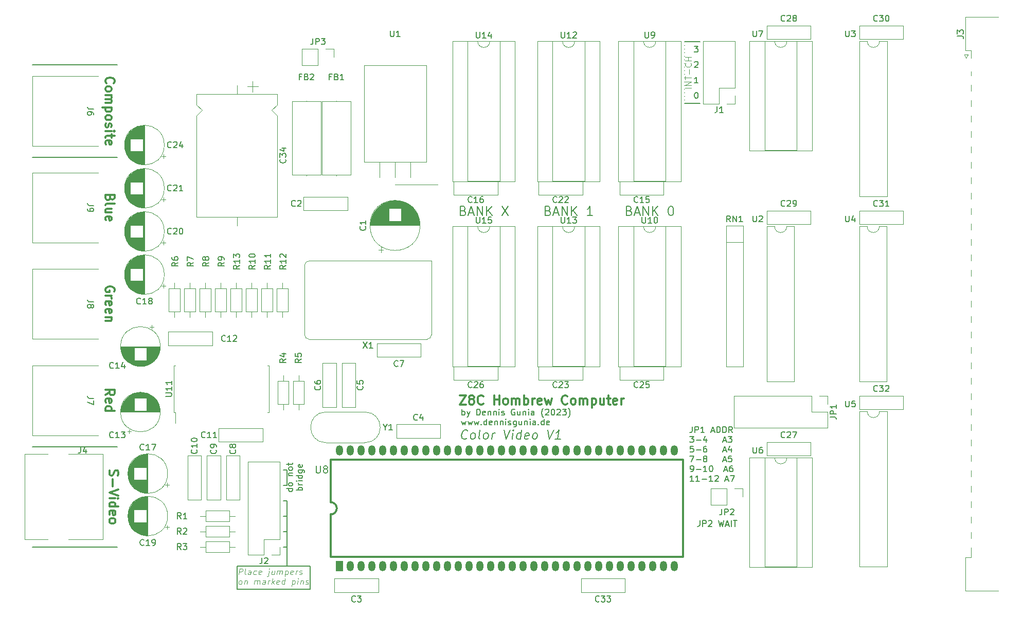
<source format=gbr>
%TF.GenerationSoftware,KiCad,Pcbnew,7.0.9-7.0.9~ubuntu22.04.1*%
%TF.CreationDate,2023-12-27T15:34:34+01:00*%
%TF.ProjectId,Z80-VDP,5a38302d-5644-4502-9e6b-696361645f70,rev?*%
%TF.SameCoordinates,Original*%
%TF.FileFunction,Legend,Top*%
%TF.FilePolarity,Positive*%
%FSLAX46Y46*%
G04 Gerber Fmt 4.6, Leading zero omitted, Abs format (unit mm)*
G04 Created by KiCad (PCBNEW 7.0.9-7.0.9~ubuntu22.04.1) date 2023-12-27 15:34:34*
%MOMM*%
%LPD*%
G01*
G04 APERTURE LIST*
%ADD10C,0.150000*%
%ADD11C,0.300000*%
%ADD12C,0.200000*%
%ADD13C,0.100000*%
%ADD14C,0.120000*%
%ADD15R,1.200000X1.700000*%
%ADD16O,1.200000X1.700000*%
G04 APERTURE END LIST*
D10*
X108585000Y-140335000D02*
X109220000Y-140335000D01*
X113030000Y-146050000D02*
X109220000Y-146050000D01*
X177165000Y-69850000D02*
X174625000Y-69850000D01*
X108585000Y-130175000D02*
X109220000Y-130175000D01*
X113030000Y-149860000D02*
X113030000Y-146050000D01*
X100965000Y-149860000D02*
X113030000Y-149860000D01*
X67310000Y-78740000D02*
X81280000Y-78740000D01*
X109220000Y-142875000D02*
X109220000Y-146050000D01*
X109220000Y-140335000D02*
X109220000Y-137795000D01*
X67310000Y-63500000D02*
X81280000Y-63500000D01*
X109220000Y-137795000D02*
X108585000Y-137795000D01*
X177165000Y-59690000D02*
X174625000Y-59690000D01*
X109220000Y-140335000D02*
X108585000Y-140335000D01*
X109220000Y-137795000D02*
X109220000Y-135255000D01*
X67310000Y-126365000D02*
X81280000Y-126365000D01*
X174625000Y-69850000D02*
X174625000Y-69850000D01*
X174625000Y-69250000D02*
X174625000Y-69250000D01*
X174625000Y-68650000D02*
X174625000Y-68650000D01*
X174625000Y-68050000D02*
X174625000Y-68050000D01*
X174625000Y-67450000D02*
X174625000Y-67450000D01*
X174625000Y-66850000D02*
X174625000Y-66850000D01*
X174625000Y-66250000D02*
X174625000Y-66250000D01*
X174625000Y-65650000D02*
X174625000Y-65650000D01*
X174625000Y-65050000D02*
X174625000Y-65050000D01*
X174625000Y-64450000D02*
X174625000Y-64450000D01*
X174625000Y-63850000D02*
X174625000Y-63850000D01*
X174625000Y-63250000D02*
X174625000Y-63250000D01*
X174625000Y-62650000D02*
X174625000Y-62650000D01*
X174625000Y-62050000D02*
X174625000Y-62050000D01*
X174625000Y-61450000D02*
X174625000Y-61450000D01*
X174625000Y-60850000D02*
X174625000Y-60850000D01*
X174625000Y-60250000D02*
X174625000Y-60250000D01*
X108585000Y-142875000D02*
X109220000Y-142875000D01*
X100965000Y-146050000D02*
X100965000Y-149860000D01*
X108585000Y-137795000D02*
X109220000Y-137795000D01*
X109220000Y-132715000D02*
X108585000Y-132715000D01*
X109220000Y-130175000D02*
X109220000Y-132715000D01*
X109220000Y-135255000D02*
X108585000Y-135255000D01*
X109220000Y-146050000D02*
X100965000Y-146050000D01*
X109220000Y-142875000D02*
X109220000Y-140335000D01*
X67310000Y-142875000D02*
X81280000Y-142875000D01*
D11*
X80117385Y-85387857D02*
X80045957Y-85602143D01*
X80045957Y-85602143D02*
X79974528Y-85673572D01*
X79974528Y-85673572D02*
X79831671Y-85745000D01*
X79831671Y-85745000D02*
X79617385Y-85745000D01*
X79617385Y-85745000D02*
X79474528Y-85673572D01*
X79474528Y-85673572D02*
X79403100Y-85602143D01*
X79403100Y-85602143D02*
X79331671Y-85459286D01*
X79331671Y-85459286D02*
X79331671Y-84887857D01*
X79331671Y-84887857D02*
X80831671Y-84887857D01*
X80831671Y-84887857D02*
X80831671Y-85387857D01*
X80831671Y-85387857D02*
X80760242Y-85530715D01*
X80760242Y-85530715D02*
X80688814Y-85602143D01*
X80688814Y-85602143D02*
X80545957Y-85673572D01*
X80545957Y-85673572D02*
X80403100Y-85673572D01*
X80403100Y-85673572D02*
X80260242Y-85602143D01*
X80260242Y-85602143D02*
X80188814Y-85530715D01*
X80188814Y-85530715D02*
X80117385Y-85387857D01*
X80117385Y-85387857D02*
X80117385Y-84887857D01*
X79331671Y-86602143D02*
X79403100Y-86459286D01*
X79403100Y-86459286D02*
X79545957Y-86387857D01*
X79545957Y-86387857D02*
X80831671Y-86387857D01*
X80331671Y-87816429D02*
X79331671Y-87816429D01*
X80331671Y-87173571D02*
X79545957Y-87173571D01*
X79545957Y-87173571D02*
X79403100Y-87245000D01*
X79403100Y-87245000D02*
X79331671Y-87387857D01*
X79331671Y-87387857D02*
X79331671Y-87602143D01*
X79331671Y-87602143D02*
X79403100Y-87745000D01*
X79403100Y-87745000D02*
X79474528Y-87816429D01*
X79403100Y-89102143D02*
X79331671Y-88959286D01*
X79331671Y-88959286D02*
X79331671Y-88673572D01*
X79331671Y-88673572D02*
X79403100Y-88530714D01*
X79403100Y-88530714D02*
X79545957Y-88459286D01*
X79545957Y-88459286D02*
X80117385Y-88459286D01*
X80117385Y-88459286D02*
X80260242Y-88530714D01*
X80260242Y-88530714D02*
X80331671Y-88673572D01*
X80331671Y-88673572D02*
X80331671Y-88959286D01*
X80331671Y-88959286D02*
X80260242Y-89102143D01*
X80260242Y-89102143D02*
X80117385Y-89173572D01*
X80117385Y-89173572D02*
X79974528Y-89173572D01*
X79974528Y-89173572D02*
X79831671Y-88459286D01*
D10*
X176875839Y-66494819D02*
X176304411Y-66494819D01*
X176590125Y-66494819D02*
X176590125Y-65494819D01*
X176590125Y-65494819D02*
X176494887Y-65637676D01*
X176494887Y-65637676D02*
X176399649Y-65732914D01*
X176399649Y-65732914D02*
X176304411Y-65780533D01*
X165552857Y-87530414D02*
X165767143Y-87601842D01*
X165767143Y-87601842D02*
X165838572Y-87673271D01*
X165838572Y-87673271D02*
X165910000Y-87816128D01*
X165910000Y-87816128D02*
X165910000Y-88030414D01*
X165910000Y-88030414D02*
X165838572Y-88173271D01*
X165838572Y-88173271D02*
X165767143Y-88244700D01*
X165767143Y-88244700D02*
X165624286Y-88316128D01*
X165624286Y-88316128D02*
X165052857Y-88316128D01*
X165052857Y-88316128D02*
X165052857Y-86816128D01*
X165052857Y-86816128D02*
X165552857Y-86816128D01*
X165552857Y-86816128D02*
X165695715Y-86887557D01*
X165695715Y-86887557D02*
X165767143Y-86958985D01*
X165767143Y-86958985D02*
X165838572Y-87101842D01*
X165838572Y-87101842D02*
X165838572Y-87244700D01*
X165838572Y-87244700D02*
X165767143Y-87387557D01*
X165767143Y-87387557D02*
X165695715Y-87458985D01*
X165695715Y-87458985D02*
X165552857Y-87530414D01*
X165552857Y-87530414D02*
X165052857Y-87530414D01*
X166481429Y-87887557D02*
X167195715Y-87887557D01*
X166338572Y-88316128D02*
X166838572Y-86816128D01*
X166838572Y-86816128D02*
X167338572Y-88316128D01*
X167838571Y-88316128D02*
X167838571Y-86816128D01*
X167838571Y-86816128D02*
X168695714Y-88316128D01*
X168695714Y-88316128D02*
X168695714Y-86816128D01*
X169410000Y-88316128D02*
X169410000Y-86816128D01*
X170267143Y-88316128D02*
X169624286Y-87458985D01*
X170267143Y-86816128D02*
X169410000Y-87673271D01*
X172338572Y-86816128D02*
X172481429Y-86816128D01*
X172481429Y-86816128D02*
X172624286Y-86887557D01*
X172624286Y-86887557D02*
X172695715Y-86958985D01*
X172695715Y-86958985D02*
X172767143Y-87101842D01*
X172767143Y-87101842D02*
X172838572Y-87387557D01*
X172838572Y-87387557D02*
X172838572Y-87744700D01*
X172838572Y-87744700D02*
X172767143Y-88030414D01*
X172767143Y-88030414D02*
X172695715Y-88173271D01*
X172695715Y-88173271D02*
X172624286Y-88244700D01*
X172624286Y-88244700D02*
X172481429Y-88316128D01*
X172481429Y-88316128D02*
X172338572Y-88316128D01*
X172338572Y-88316128D02*
X172195715Y-88244700D01*
X172195715Y-88244700D02*
X172124286Y-88173271D01*
X172124286Y-88173271D02*
X172052857Y-88030414D01*
X172052857Y-88030414D02*
X171981429Y-87744700D01*
X171981429Y-87744700D02*
X171981429Y-87387557D01*
X171981429Y-87387557D02*
X172052857Y-87101842D01*
X172052857Y-87101842D02*
X172124286Y-86958985D01*
X172124286Y-86958985D02*
X172195715Y-86887557D01*
X172195715Y-86887557D02*
X172338572Y-86816128D01*
X176304411Y-63050057D02*
X176352030Y-63002438D01*
X176352030Y-63002438D02*
X176447268Y-62954819D01*
X176447268Y-62954819D02*
X176685363Y-62954819D01*
X176685363Y-62954819D02*
X176780601Y-63002438D01*
X176780601Y-63002438D02*
X176828220Y-63050057D01*
X176828220Y-63050057D02*
X176875839Y-63145295D01*
X176875839Y-63145295D02*
X176875839Y-63240533D01*
X176875839Y-63240533D02*
X176828220Y-63383390D01*
X176828220Y-63383390D02*
X176256792Y-63954819D01*
X176256792Y-63954819D02*
X176875839Y-63954819D01*
X110139819Y-133254524D02*
X109139819Y-133254524D01*
X110092200Y-133254524D02*
X110139819Y-133349762D01*
X110139819Y-133349762D02*
X110139819Y-133540238D01*
X110139819Y-133540238D02*
X110092200Y-133635476D01*
X110092200Y-133635476D02*
X110044580Y-133683095D01*
X110044580Y-133683095D02*
X109949342Y-133730714D01*
X109949342Y-133730714D02*
X109663628Y-133730714D01*
X109663628Y-133730714D02*
X109568390Y-133683095D01*
X109568390Y-133683095D02*
X109520771Y-133635476D01*
X109520771Y-133635476D02*
X109473152Y-133540238D01*
X109473152Y-133540238D02*
X109473152Y-133349762D01*
X109473152Y-133349762D02*
X109520771Y-133254524D01*
X110139819Y-132635476D02*
X110092200Y-132730714D01*
X110092200Y-132730714D02*
X110044580Y-132778333D01*
X110044580Y-132778333D02*
X109949342Y-132825952D01*
X109949342Y-132825952D02*
X109663628Y-132825952D01*
X109663628Y-132825952D02*
X109568390Y-132778333D01*
X109568390Y-132778333D02*
X109520771Y-132730714D01*
X109520771Y-132730714D02*
X109473152Y-132635476D01*
X109473152Y-132635476D02*
X109473152Y-132492619D01*
X109473152Y-132492619D02*
X109520771Y-132397381D01*
X109520771Y-132397381D02*
X109568390Y-132349762D01*
X109568390Y-132349762D02*
X109663628Y-132302143D01*
X109663628Y-132302143D02*
X109949342Y-132302143D01*
X109949342Y-132302143D02*
X110044580Y-132349762D01*
X110044580Y-132349762D02*
X110092200Y-132397381D01*
X110092200Y-132397381D02*
X110139819Y-132492619D01*
X110139819Y-132492619D02*
X110139819Y-132635476D01*
X109473152Y-131111666D02*
X110139819Y-131111666D01*
X109568390Y-131111666D02*
X109520771Y-131064047D01*
X109520771Y-131064047D02*
X109473152Y-130968809D01*
X109473152Y-130968809D02*
X109473152Y-130825952D01*
X109473152Y-130825952D02*
X109520771Y-130730714D01*
X109520771Y-130730714D02*
X109616009Y-130683095D01*
X109616009Y-130683095D02*
X110139819Y-130683095D01*
X110139819Y-130064047D02*
X110092200Y-130159285D01*
X110092200Y-130159285D02*
X110044580Y-130206904D01*
X110044580Y-130206904D02*
X109949342Y-130254523D01*
X109949342Y-130254523D02*
X109663628Y-130254523D01*
X109663628Y-130254523D02*
X109568390Y-130206904D01*
X109568390Y-130206904D02*
X109520771Y-130159285D01*
X109520771Y-130159285D02*
X109473152Y-130064047D01*
X109473152Y-130064047D02*
X109473152Y-129921190D01*
X109473152Y-129921190D02*
X109520771Y-129825952D01*
X109520771Y-129825952D02*
X109568390Y-129778333D01*
X109568390Y-129778333D02*
X109663628Y-129730714D01*
X109663628Y-129730714D02*
X109949342Y-129730714D01*
X109949342Y-129730714D02*
X110044580Y-129778333D01*
X110044580Y-129778333D02*
X110092200Y-129825952D01*
X110092200Y-129825952D02*
X110139819Y-129921190D01*
X110139819Y-129921190D02*
X110139819Y-130064047D01*
X109473152Y-129444999D02*
X109473152Y-129064047D01*
X109139819Y-129302142D02*
X109996961Y-129302142D01*
X109996961Y-129302142D02*
X110092200Y-129254523D01*
X110092200Y-129254523D02*
X110139819Y-129159285D01*
X110139819Y-129159285D02*
X110139819Y-129064047D01*
X111749819Y-133540237D02*
X110749819Y-133540237D01*
X111130771Y-133540237D02*
X111083152Y-133444999D01*
X111083152Y-133444999D02*
X111083152Y-133254523D01*
X111083152Y-133254523D02*
X111130771Y-133159285D01*
X111130771Y-133159285D02*
X111178390Y-133111666D01*
X111178390Y-133111666D02*
X111273628Y-133064047D01*
X111273628Y-133064047D02*
X111559342Y-133064047D01*
X111559342Y-133064047D02*
X111654580Y-133111666D01*
X111654580Y-133111666D02*
X111702200Y-133159285D01*
X111702200Y-133159285D02*
X111749819Y-133254523D01*
X111749819Y-133254523D02*
X111749819Y-133444999D01*
X111749819Y-133444999D02*
X111702200Y-133540237D01*
X111749819Y-132635475D02*
X111083152Y-132635475D01*
X111273628Y-132635475D02*
X111178390Y-132587856D01*
X111178390Y-132587856D02*
X111130771Y-132540237D01*
X111130771Y-132540237D02*
X111083152Y-132444999D01*
X111083152Y-132444999D02*
X111083152Y-132349761D01*
X111749819Y-132016427D02*
X111083152Y-132016427D01*
X110749819Y-132016427D02*
X110797438Y-132064046D01*
X110797438Y-132064046D02*
X110845057Y-132016427D01*
X110845057Y-132016427D02*
X110797438Y-131968808D01*
X110797438Y-131968808D02*
X110749819Y-132016427D01*
X110749819Y-132016427D02*
X110845057Y-132016427D01*
X111749819Y-131111666D02*
X110749819Y-131111666D01*
X111702200Y-131111666D02*
X111749819Y-131206904D01*
X111749819Y-131206904D02*
X111749819Y-131397380D01*
X111749819Y-131397380D02*
X111702200Y-131492618D01*
X111702200Y-131492618D02*
X111654580Y-131540237D01*
X111654580Y-131540237D02*
X111559342Y-131587856D01*
X111559342Y-131587856D02*
X111273628Y-131587856D01*
X111273628Y-131587856D02*
X111178390Y-131540237D01*
X111178390Y-131540237D02*
X111130771Y-131492618D01*
X111130771Y-131492618D02*
X111083152Y-131397380D01*
X111083152Y-131397380D02*
X111083152Y-131206904D01*
X111083152Y-131206904D02*
X111130771Y-131111666D01*
X111083152Y-130206904D02*
X111892676Y-130206904D01*
X111892676Y-130206904D02*
X111987914Y-130254523D01*
X111987914Y-130254523D02*
X112035533Y-130302142D01*
X112035533Y-130302142D02*
X112083152Y-130397380D01*
X112083152Y-130397380D02*
X112083152Y-130540237D01*
X112083152Y-130540237D02*
X112035533Y-130635475D01*
X111702200Y-130206904D02*
X111749819Y-130302142D01*
X111749819Y-130302142D02*
X111749819Y-130492618D01*
X111749819Y-130492618D02*
X111702200Y-130587856D01*
X111702200Y-130587856D02*
X111654580Y-130635475D01*
X111654580Y-130635475D02*
X111559342Y-130683094D01*
X111559342Y-130683094D02*
X111273628Y-130683094D01*
X111273628Y-130683094D02*
X111178390Y-130635475D01*
X111178390Y-130635475D02*
X111130771Y-130587856D01*
X111130771Y-130587856D02*
X111083152Y-130492618D01*
X111083152Y-130492618D02*
X111083152Y-130302142D01*
X111083152Y-130302142D02*
X111130771Y-130206904D01*
X111702200Y-129349761D02*
X111749819Y-129444999D01*
X111749819Y-129444999D02*
X111749819Y-129635475D01*
X111749819Y-129635475D02*
X111702200Y-129730713D01*
X111702200Y-129730713D02*
X111606961Y-129778332D01*
X111606961Y-129778332D02*
X111226009Y-129778332D01*
X111226009Y-129778332D02*
X111130771Y-129730713D01*
X111130771Y-129730713D02*
X111083152Y-129635475D01*
X111083152Y-129635475D02*
X111083152Y-129444999D01*
X111083152Y-129444999D02*
X111130771Y-129349761D01*
X111130771Y-129349761D02*
X111226009Y-129302142D01*
X111226009Y-129302142D02*
X111321247Y-129302142D01*
X111321247Y-129302142D02*
X111416485Y-129778332D01*
D11*
X79474528Y-66512856D02*
X79403100Y-66441428D01*
X79403100Y-66441428D02*
X79331671Y-66227142D01*
X79331671Y-66227142D02*
X79331671Y-66084285D01*
X79331671Y-66084285D02*
X79403100Y-65869999D01*
X79403100Y-65869999D02*
X79545957Y-65727142D01*
X79545957Y-65727142D02*
X79688814Y-65655713D01*
X79688814Y-65655713D02*
X79974528Y-65584285D01*
X79974528Y-65584285D02*
X80188814Y-65584285D01*
X80188814Y-65584285D02*
X80474528Y-65655713D01*
X80474528Y-65655713D02*
X80617385Y-65727142D01*
X80617385Y-65727142D02*
X80760242Y-65869999D01*
X80760242Y-65869999D02*
X80831671Y-66084285D01*
X80831671Y-66084285D02*
X80831671Y-66227142D01*
X80831671Y-66227142D02*
X80760242Y-66441428D01*
X80760242Y-66441428D02*
X80688814Y-66512856D01*
X79331671Y-67369999D02*
X79403100Y-67227142D01*
X79403100Y-67227142D02*
X79474528Y-67155713D01*
X79474528Y-67155713D02*
X79617385Y-67084285D01*
X79617385Y-67084285D02*
X80045957Y-67084285D01*
X80045957Y-67084285D02*
X80188814Y-67155713D01*
X80188814Y-67155713D02*
X80260242Y-67227142D01*
X80260242Y-67227142D02*
X80331671Y-67369999D01*
X80331671Y-67369999D02*
X80331671Y-67584285D01*
X80331671Y-67584285D02*
X80260242Y-67727142D01*
X80260242Y-67727142D02*
X80188814Y-67798571D01*
X80188814Y-67798571D02*
X80045957Y-67869999D01*
X80045957Y-67869999D02*
X79617385Y-67869999D01*
X79617385Y-67869999D02*
X79474528Y-67798571D01*
X79474528Y-67798571D02*
X79403100Y-67727142D01*
X79403100Y-67727142D02*
X79331671Y-67584285D01*
X79331671Y-67584285D02*
X79331671Y-67369999D01*
X79331671Y-68512856D02*
X80331671Y-68512856D01*
X80188814Y-68512856D02*
X80260242Y-68584285D01*
X80260242Y-68584285D02*
X80331671Y-68727142D01*
X80331671Y-68727142D02*
X80331671Y-68941428D01*
X80331671Y-68941428D02*
X80260242Y-69084285D01*
X80260242Y-69084285D02*
X80117385Y-69155714D01*
X80117385Y-69155714D02*
X79331671Y-69155714D01*
X80117385Y-69155714D02*
X80260242Y-69227142D01*
X80260242Y-69227142D02*
X80331671Y-69369999D01*
X80331671Y-69369999D02*
X80331671Y-69584285D01*
X80331671Y-69584285D02*
X80260242Y-69727142D01*
X80260242Y-69727142D02*
X80117385Y-69798571D01*
X80117385Y-69798571D02*
X79331671Y-69798571D01*
X80331671Y-70512856D02*
X78831671Y-70512856D01*
X80260242Y-70512856D02*
X80331671Y-70655714D01*
X80331671Y-70655714D02*
X80331671Y-70941428D01*
X80331671Y-70941428D02*
X80260242Y-71084285D01*
X80260242Y-71084285D02*
X80188814Y-71155714D01*
X80188814Y-71155714D02*
X80045957Y-71227142D01*
X80045957Y-71227142D02*
X79617385Y-71227142D01*
X79617385Y-71227142D02*
X79474528Y-71155714D01*
X79474528Y-71155714D02*
X79403100Y-71084285D01*
X79403100Y-71084285D02*
X79331671Y-70941428D01*
X79331671Y-70941428D02*
X79331671Y-70655714D01*
X79331671Y-70655714D02*
X79403100Y-70512856D01*
X79331671Y-72084285D02*
X79403100Y-71941428D01*
X79403100Y-71941428D02*
X79474528Y-71869999D01*
X79474528Y-71869999D02*
X79617385Y-71798571D01*
X79617385Y-71798571D02*
X80045957Y-71798571D01*
X80045957Y-71798571D02*
X80188814Y-71869999D01*
X80188814Y-71869999D02*
X80260242Y-71941428D01*
X80260242Y-71941428D02*
X80331671Y-72084285D01*
X80331671Y-72084285D02*
X80331671Y-72298571D01*
X80331671Y-72298571D02*
X80260242Y-72441428D01*
X80260242Y-72441428D02*
X80188814Y-72512857D01*
X80188814Y-72512857D02*
X80045957Y-72584285D01*
X80045957Y-72584285D02*
X79617385Y-72584285D01*
X79617385Y-72584285D02*
X79474528Y-72512857D01*
X79474528Y-72512857D02*
X79403100Y-72441428D01*
X79403100Y-72441428D02*
X79331671Y-72298571D01*
X79331671Y-72298571D02*
X79331671Y-72084285D01*
X79403100Y-73155714D02*
X79331671Y-73298571D01*
X79331671Y-73298571D02*
X79331671Y-73584285D01*
X79331671Y-73584285D02*
X79403100Y-73727142D01*
X79403100Y-73727142D02*
X79545957Y-73798571D01*
X79545957Y-73798571D02*
X79617385Y-73798571D01*
X79617385Y-73798571D02*
X79760242Y-73727142D01*
X79760242Y-73727142D02*
X79831671Y-73584285D01*
X79831671Y-73584285D02*
X79831671Y-73370000D01*
X79831671Y-73370000D02*
X79903100Y-73227142D01*
X79903100Y-73227142D02*
X80045957Y-73155714D01*
X80045957Y-73155714D02*
X80117385Y-73155714D01*
X80117385Y-73155714D02*
X80260242Y-73227142D01*
X80260242Y-73227142D02*
X80331671Y-73370000D01*
X80331671Y-73370000D02*
X80331671Y-73584285D01*
X80331671Y-73584285D02*
X80260242Y-73727142D01*
X79331671Y-74441428D02*
X80331671Y-74441428D01*
X80831671Y-74441428D02*
X80760242Y-74370000D01*
X80760242Y-74370000D02*
X80688814Y-74441428D01*
X80688814Y-74441428D02*
X80760242Y-74512857D01*
X80760242Y-74512857D02*
X80831671Y-74441428D01*
X80831671Y-74441428D02*
X80688814Y-74441428D01*
X80331671Y-74941429D02*
X80331671Y-75512857D01*
X80831671Y-75155714D02*
X79545957Y-75155714D01*
X79545957Y-75155714D02*
X79403100Y-75227143D01*
X79403100Y-75227143D02*
X79331671Y-75370000D01*
X79331671Y-75370000D02*
X79331671Y-75512857D01*
X79403100Y-76584286D02*
X79331671Y-76441429D01*
X79331671Y-76441429D02*
X79331671Y-76155715D01*
X79331671Y-76155715D02*
X79403100Y-76012857D01*
X79403100Y-76012857D02*
X79545957Y-75941429D01*
X79545957Y-75941429D02*
X80117385Y-75941429D01*
X80117385Y-75941429D02*
X80260242Y-76012857D01*
X80260242Y-76012857D02*
X80331671Y-76155715D01*
X80331671Y-76155715D02*
X80331671Y-76441429D01*
X80331671Y-76441429D02*
X80260242Y-76584286D01*
X80260242Y-76584286D02*
X80117385Y-76655715D01*
X80117385Y-76655715D02*
X79974528Y-76655715D01*
X79974528Y-76655715D02*
X79831671Y-75941429D01*
X137665714Y-117923328D02*
X138665714Y-117923328D01*
X138665714Y-117923328D02*
X137665714Y-119423328D01*
X137665714Y-119423328D02*
X138665714Y-119423328D01*
X139451428Y-118566185D02*
X139308571Y-118494757D01*
X139308571Y-118494757D02*
X139237142Y-118423328D01*
X139237142Y-118423328D02*
X139165714Y-118280471D01*
X139165714Y-118280471D02*
X139165714Y-118209042D01*
X139165714Y-118209042D02*
X139237142Y-118066185D01*
X139237142Y-118066185D02*
X139308571Y-117994757D01*
X139308571Y-117994757D02*
X139451428Y-117923328D01*
X139451428Y-117923328D02*
X139737142Y-117923328D01*
X139737142Y-117923328D02*
X139880000Y-117994757D01*
X139880000Y-117994757D02*
X139951428Y-118066185D01*
X139951428Y-118066185D02*
X140022857Y-118209042D01*
X140022857Y-118209042D02*
X140022857Y-118280471D01*
X140022857Y-118280471D02*
X139951428Y-118423328D01*
X139951428Y-118423328D02*
X139880000Y-118494757D01*
X139880000Y-118494757D02*
X139737142Y-118566185D01*
X139737142Y-118566185D02*
X139451428Y-118566185D01*
X139451428Y-118566185D02*
X139308571Y-118637614D01*
X139308571Y-118637614D02*
X139237142Y-118709042D01*
X139237142Y-118709042D02*
X139165714Y-118851900D01*
X139165714Y-118851900D02*
X139165714Y-119137614D01*
X139165714Y-119137614D02*
X139237142Y-119280471D01*
X139237142Y-119280471D02*
X139308571Y-119351900D01*
X139308571Y-119351900D02*
X139451428Y-119423328D01*
X139451428Y-119423328D02*
X139737142Y-119423328D01*
X139737142Y-119423328D02*
X139880000Y-119351900D01*
X139880000Y-119351900D02*
X139951428Y-119280471D01*
X139951428Y-119280471D02*
X140022857Y-119137614D01*
X140022857Y-119137614D02*
X140022857Y-118851900D01*
X140022857Y-118851900D02*
X139951428Y-118709042D01*
X139951428Y-118709042D02*
X139880000Y-118637614D01*
X139880000Y-118637614D02*
X139737142Y-118566185D01*
X141522856Y-119280471D02*
X141451428Y-119351900D01*
X141451428Y-119351900D02*
X141237142Y-119423328D01*
X141237142Y-119423328D02*
X141094285Y-119423328D01*
X141094285Y-119423328D02*
X140879999Y-119351900D01*
X140879999Y-119351900D02*
X140737142Y-119209042D01*
X140737142Y-119209042D02*
X140665713Y-119066185D01*
X140665713Y-119066185D02*
X140594285Y-118780471D01*
X140594285Y-118780471D02*
X140594285Y-118566185D01*
X140594285Y-118566185D02*
X140665713Y-118280471D01*
X140665713Y-118280471D02*
X140737142Y-118137614D01*
X140737142Y-118137614D02*
X140879999Y-117994757D01*
X140879999Y-117994757D02*
X141094285Y-117923328D01*
X141094285Y-117923328D02*
X141237142Y-117923328D01*
X141237142Y-117923328D02*
X141451428Y-117994757D01*
X141451428Y-117994757D02*
X141522856Y-118066185D01*
X143308570Y-119423328D02*
X143308570Y-117923328D01*
X143308570Y-118637614D02*
X144165713Y-118637614D01*
X144165713Y-119423328D02*
X144165713Y-117923328D01*
X145094285Y-119423328D02*
X144951428Y-119351900D01*
X144951428Y-119351900D02*
X144879999Y-119280471D01*
X144879999Y-119280471D02*
X144808571Y-119137614D01*
X144808571Y-119137614D02*
X144808571Y-118709042D01*
X144808571Y-118709042D02*
X144879999Y-118566185D01*
X144879999Y-118566185D02*
X144951428Y-118494757D01*
X144951428Y-118494757D02*
X145094285Y-118423328D01*
X145094285Y-118423328D02*
X145308571Y-118423328D01*
X145308571Y-118423328D02*
X145451428Y-118494757D01*
X145451428Y-118494757D02*
X145522857Y-118566185D01*
X145522857Y-118566185D02*
X145594285Y-118709042D01*
X145594285Y-118709042D02*
X145594285Y-119137614D01*
X145594285Y-119137614D02*
X145522857Y-119280471D01*
X145522857Y-119280471D02*
X145451428Y-119351900D01*
X145451428Y-119351900D02*
X145308571Y-119423328D01*
X145308571Y-119423328D02*
X145094285Y-119423328D01*
X146237142Y-119423328D02*
X146237142Y-118423328D01*
X146237142Y-118566185D02*
X146308571Y-118494757D01*
X146308571Y-118494757D02*
X146451428Y-118423328D01*
X146451428Y-118423328D02*
X146665714Y-118423328D01*
X146665714Y-118423328D02*
X146808571Y-118494757D01*
X146808571Y-118494757D02*
X146880000Y-118637614D01*
X146880000Y-118637614D02*
X146880000Y-119423328D01*
X146880000Y-118637614D02*
X146951428Y-118494757D01*
X146951428Y-118494757D02*
X147094285Y-118423328D01*
X147094285Y-118423328D02*
X147308571Y-118423328D01*
X147308571Y-118423328D02*
X147451428Y-118494757D01*
X147451428Y-118494757D02*
X147522857Y-118637614D01*
X147522857Y-118637614D02*
X147522857Y-119423328D01*
X148237142Y-119423328D02*
X148237142Y-117923328D01*
X148237142Y-118494757D02*
X148380000Y-118423328D01*
X148380000Y-118423328D02*
X148665714Y-118423328D01*
X148665714Y-118423328D02*
X148808571Y-118494757D01*
X148808571Y-118494757D02*
X148880000Y-118566185D01*
X148880000Y-118566185D02*
X148951428Y-118709042D01*
X148951428Y-118709042D02*
X148951428Y-119137614D01*
X148951428Y-119137614D02*
X148880000Y-119280471D01*
X148880000Y-119280471D02*
X148808571Y-119351900D01*
X148808571Y-119351900D02*
X148665714Y-119423328D01*
X148665714Y-119423328D02*
X148380000Y-119423328D01*
X148380000Y-119423328D02*
X148237142Y-119351900D01*
X149594285Y-119423328D02*
X149594285Y-118423328D01*
X149594285Y-118709042D02*
X149665714Y-118566185D01*
X149665714Y-118566185D02*
X149737143Y-118494757D01*
X149737143Y-118494757D02*
X149880000Y-118423328D01*
X149880000Y-118423328D02*
X150022857Y-118423328D01*
X151094285Y-119351900D02*
X150951428Y-119423328D01*
X150951428Y-119423328D02*
X150665714Y-119423328D01*
X150665714Y-119423328D02*
X150522856Y-119351900D01*
X150522856Y-119351900D02*
X150451428Y-119209042D01*
X150451428Y-119209042D02*
X150451428Y-118637614D01*
X150451428Y-118637614D02*
X150522856Y-118494757D01*
X150522856Y-118494757D02*
X150665714Y-118423328D01*
X150665714Y-118423328D02*
X150951428Y-118423328D01*
X150951428Y-118423328D02*
X151094285Y-118494757D01*
X151094285Y-118494757D02*
X151165714Y-118637614D01*
X151165714Y-118637614D02*
X151165714Y-118780471D01*
X151165714Y-118780471D02*
X150451428Y-118923328D01*
X151665713Y-118423328D02*
X151951428Y-119423328D01*
X151951428Y-119423328D02*
X152237142Y-118709042D01*
X152237142Y-118709042D02*
X152522856Y-119423328D01*
X152522856Y-119423328D02*
X152808570Y-118423328D01*
X155379999Y-119280471D02*
X155308571Y-119351900D01*
X155308571Y-119351900D02*
X155094285Y-119423328D01*
X155094285Y-119423328D02*
X154951428Y-119423328D01*
X154951428Y-119423328D02*
X154737142Y-119351900D01*
X154737142Y-119351900D02*
X154594285Y-119209042D01*
X154594285Y-119209042D02*
X154522856Y-119066185D01*
X154522856Y-119066185D02*
X154451428Y-118780471D01*
X154451428Y-118780471D02*
X154451428Y-118566185D01*
X154451428Y-118566185D02*
X154522856Y-118280471D01*
X154522856Y-118280471D02*
X154594285Y-118137614D01*
X154594285Y-118137614D02*
X154737142Y-117994757D01*
X154737142Y-117994757D02*
X154951428Y-117923328D01*
X154951428Y-117923328D02*
X155094285Y-117923328D01*
X155094285Y-117923328D02*
X155308571Y-117994757D01*
X155308571Y-117994757D02*
X155379999Y-118066185D01*
X156237142Y-119423328D02*
X156094285Y-119351900D01*
X156094285Y-119351900D02*
X156022856Y-119280471D01*
X156022856Y-119280471D02*
X155951428Y-119137614D01*
X155951428Y-119137614D02*
X155951428Y-118709042D01*
X155951428Y-118709042D02*
X156022856Y-118566185D01*
X156022856Y-118566185D02*
X156094285Y-118494757D01*
X156094285Y-118494757D02*
X156237142Y-118423328D01*
X156237142Y-118423328D02*
X156451428Y-118423328D01*
X156451428Y-118423328D02*
X156594285Y-118494757D01*
X156594285Y-118494757D02*
X156665714Y-118566185D01*
X156665714Y-118566185D02*
X156737142Y-118709042D01*
X156737142Y-118709042D02*
X156737142Y-119137614D01*
X156737142Y-119137614D02*
X156665714Y-119280471D01*
X156665714Y-119280471D02*
X156594285Y-119351900D01*
X156594285Y-119351900D02*
X156451428Y-119423328D01*
X156451428Y-119423328D02*
X156237142Y-119423328D01*
X157379999Y-119423328D02*
X157379999Y-118423328D01*
X157379999Y-118566185D02*
X157451428Y-118494757D01*
X157451428Y-118494757D02*
X157594285Y-118423328D01*
X157594285Y-118423328D02*
X157808571Y-118423328D01*
X157808571Y-118423328D02*
X157951428Y-118494757D01*
X157951428Y-118494757D02*
X158022857Y-118637614D01*
X158022857Y-118637614D02*
X158022857Y-119423328D01*
X158022857Y-118637614D02*
X158094285Y-118494757D01*
X158094285Y-118494757D02*
X158237142Y-118423328D01*
X158237142Y-118423328D02*
X158451428Y-118423328D01*
X158451428Y-118423328D02*
X158594285Y-118494757D01*
X158594285Y-118494757D02*
X158665714Y-118637614D01*
X158665714Y-118637614D02*
X158665714Y-119423328D01*
X159379999Y-118423328D02*
X159379999Y-119923328D01*
X159379999Y-118494757D02*
X159522857Y-118423328D01*
X159522857Y-118423328D02*
X159808571Y-118423328D01*
X159808571Y-118423328D02*
X159951428Y-118494757D01*
X159951428Y-118494757D02*
X160022857Y-118566185D01*
X160022857Y-118566185D02*
X160094285Y-118709042D01*
X160094285Y-118709042D02*
X160094285Y-119137614D01*
X160094285Y-119137614D02*
X160022857Y-119280471D01*
X160022857Y-119280471D02*
X159951428Y-119351900D01*
X159951428Y-119351900D02*
X159808571Y-119423328D01*
X159808571Y-119423328D02*
X159522857Y-119423328D01*
X159522857Y-119423328D02*
X159379999Y-119351900D01*
X161380000Y-118423328D02*
X161380000Y-119423328D01*
X160737142Y-118423328D02*
X160737142Y-119209042D01*
X160737142Y-119209042D02*
X160808571Y-119351900D01*
X160808571Y-119351900D02*
X160951428Y-119423328D01*
X160951428Y-119423328D02*
X161165714Y-119423328D01*
X161165714Y-119423328D02*
X161308571Y-119351900D01*
X161308571Y-119351900D02*
X161380000Y-119280471D01*
X161880000Y-118423328D02*
X162451428Y-118423328D01*
X162094285Y-117923328D02*
X162094285Y-119209042D01*
X162094285Y-119209042D02*
X162165714Y-119351900D01*
X162165714Y-119351900D02*
X162308571Y-119423328D01*
X162308571Y-119423328D02*
X162451428Y-119423328D01*
X163522857Y-119351900D02*
X163380000Y-119423328D01*
X163380000Y-119423328D02*
X163094286Y-119423328D01*
X163094286Y-119423328D02*
X162951428Y-119351900D01*
X162951428Y-119351900D02*
X162880000Y-119209042D01*
X162880000Y-119209042D02*
X162880000Y-118637614D01*
X162880000Y-118637614D02*
X162951428Y-118494757D01*
X162951428Y-118494757D02*
X163094286Y-118423328D01*
X163094286Y-118423328D02*
X163380000Y-118423328D01*
X163380000Y-118423328D02*
X163522857Y-118494757D01*
X163522857Y-118494757D02*
X163594286Y-118637614D01*
X163594286Y-118637614D02*
X163594286Y-118780471D01*
X163594286Y-118780471D02*
X162880000Y-118923328D01*
X164237142Y-119423328D02*
X164237142Y-118423328D01*
X164237142Y-118709042D02*
X164308571Y-118566185D01*
X164308571Y-118566185D02*
X164380000Y-118494757D01*
X164380000Y-118494757D02*
X164522857Y-118423328D01*
X164522857Y-118423328D02*
X164665714Y-118423328D01*
D12*
X138037673Y-121186219D02*
X138037673Y-120186219D01*
X138037673Y-120567171D02*
X138132911Y-120519552D01*
X138132911Y-120519552D02*
X138323387Y-120519552D01*
X138323387Y-120519552D02*
X138418625Y-120567171D01*
X138418625Y-120567171D02*
X138466244Y-120614790D01*
X138466244Y-120614790D02*
X138513863Y-120710028D01*
X138513863Y-120710028D02*
X138513863Y-120995742D01*
X138513863Y-120995742D02*
X138466244Y-121090980D01*
X138466244Y-121090980D02*
X138418625Y-121138600D01*
X138418625Y-121138600D02*
X138323387Y-121186219D01*
X138323387Y-121186219D02*
X138132911Y-121186219D01*
X138132911Y-121186219D02*
X138037673Y-121138600D01*
X138847197Y-120519552D02*
X139085292Y-121186219D01*
X139323387Y-120519552D02*
X139085292Y-121186219D01*
X139085292Y-121186219D02*
X138990054Y-121424314D01*
X138990054Y-121424314D02*
X138942435Y-121471933D01*
X138942435Y-121471933D02*
X138847197Y-121519552D01*
X140466245Y-121186219D02*
X140466245Y-120186219D01*
X140466245Y-120186219D02*
X140704340Y-120186219D01*
X140704340Y-120186219D02*
X140847197Y-120233838D01*
X140847197Y-120233838D02*
X140942435Y-120329076D01*
X140942435Y-120329076D02*
X140990054Y-120424314D01*
X140990054Y-120424314D02*
X141037673Y-120614790D01*
X141037673Y-120614790D02*
X141037673Y-120757647D01*
X141037673Y-120757647D02*
X140990054Y-120948123D01*
X140990054Y-120948123D02*
X140942435Y-121043361D01*
X140942435Y-121043361D02*
X140847197Y-121138600D01*
X140847197Y-121138600D02*
X140704340Y-121186219D01*
X140704340Y-121186219D02*
X140466245Y-121186219D01*
X141847197Y-121138600D02*
X141751959Y-121186219D01*
X141751959Y-121186219D02*
X141561483Y-121186219D01*
X141561483Y-121186219D02*
X141466245Y-121138600D01*
X141466245Y-121138600D02*
X141418626Y-121043361D01*
X141418626Y-121043361D02*
X141418626Y-120662409D01*
X141418626Y-120662409D02*
X141466245Y-120567171D01*
X141466245Y-120567171D02*
X141561483Y-120519552D01*
X141561483Y-120519552D02*
X141751959Y-120519552D01*
X141751959Y-120519552D02*
X141847197Y-120567171D01*
X141847197Y-120567171D02*
X141894816Y-120662409D01*
X141894816Y-120662409D02*
X141894816Y-120757647D01*
X141894816Y-120757647D02*
X141418626Y-120852885D01*
X142323388Y-120519552D02*
X142323388Y-121186219D01*
X142323388Y-120614790D02*
X142371007Y-120567171D01*
X142371007Y-120567171D02*
X142466245Y-120519552D01*
X142466245Y-120519552D02*
X142609102Y-120519552D01*
X142609102Y-120519552D02*
X142704340Y-120567171D01*
X142704340Y-120567171D02*
X142751959Y-120662409D01*
X142751959Y-120662409D02*
X142751959Y-121186219D01*
X143228150Y-120519552D02*
X143228150Y-121186219D01*
X143228150Y-120614790D02*
X143275769Y-120567171D01*
X143275769Y-120567171D02*
X143371007Y-120519552D01*
X143371007Y-120519552D02*
X143513864Y-120519552D01*
X143513864Y-120519552D02*
X143609102Y-120567171D01*
X143609102Y-120567171D02*
X143656721Y-120662409D01*
X143656721Y-120662409D02*
X143656721Y-121186219D01*
X144132912Y-121186219D02*
X144132912Y-120519552D01*
X144132912Y-120186219D02*
X144085293Y-120233838D01*
X144085293Y-120233838D02*
X144132912Y-120281457D01*
X144132912Y-120281457D02*
X144180531Y-120233838D01*
X144180531Y-120233838D02*
X144132912Y-120186219D01*
X144132912Y-120186219D02*
X144132912Y-120281457D01*
X144561483Y-121138600D02*
X144656721Y-121186219D01*
X144656721Y-121186219D02*
X144847197Y-121186219D01*
X144847197Y-121186219D02*
X144942435Y-121138600D01*
X144942435Y-121138600D02*
X144990054Y-121043361D01*
X144990054Y-121043361D02*
X144990054Y-120995742D01*
X144990054Y-120995742D02*
X144942435Y-120900504D01*
X144942435Y-120900504D02*
X144847197Y-120852885D01*
X144847197Y-120852885D02*
X144704340Y-120852885D01*
X144704340Y-120852885D02*
X144609102Y-120805266D01*
X144609102Y-120805266D02*
X144561483Y-120710028D01*
X144561483Y-120710028D02*
X144561483Y-120662409D01*
X144561483Y-120662409D02*
X144609102Y-120567171D01*
X144609102Y-120567171D02*
X144704340Y-120519552D01*
X144704340Y-120519552D02*
X144847197Y-120519552D01*
X144847197Y-120519552D02*
X144942435Y-120567171D01*
X146704340Y-120233838D02*
X146609102Y-120186219D01*
X146609102Y-120186219D02*
X146466245Y-120186219D01*
X146466245Y-120186219D02*
X146323388Y-120233838D01*
X146323388Y-120233838D02*
X146228150Y-120329076D01*
X146228150Y-120329076D02*
X146180531Y-120424314D01*
X146180531Y-120424314D02*
X146132912Y-120614790D01*
X146132912Y-120614790D02*
X146132912Y-120757647D01*
X146132912Y-120757647D02*
X146180531Y-120948123D01*
X146180531Y-120948123D02*
X146228150Y-121043361D01*
X146228150Y-121043361D02*
X146323388Y-121138600D01*
X146323388Y-121138600D02*
X146466245Y-121186219D01*
X146466245Y-121186219D02*
X146561483Y-121186219D01*
X146561483Y-121186219D02*
X146704340Y-121138600D01*
X146704340Y-121138600D02*
X146751959Y-121090980D01*
X146751959Y-121090980D02*
X146751959Y-120757647D01*
X146751959Y-120757647D02*
X146561483Y-120757647D01*
X147609102Y-120519552D02*
X147609102Y-121186219D01*
X147180531Y-120519552D02*
X147180531Y-121043361D01*
X147180531Y-121043361D02*
X147228150Y-121138600D01*
X147228150Y-121138600D02*
X147323388Y-121186219D01*
X147323388Y-121186219D02*
X147466245Y-121186219D01*
X147466245Y-121186219D02*
X147561483Y-121138600D01*
X147561483Y-121138600D02*
X147609102Y-121090980D01*
X148085293Y-120519552D02*
X148085293Y-121186219D01*
X148085293Y-120614790D02*
X148132912Y-120567171D01*
X148132912Y-120567171D02*
X148228150Y-120519552D01*
X148228150Y-120519552D02*
X148371007Y-120519552D01*
X148371007Y-120519552D02*
X148466245Y-120567171D01*
X148466245Y-120567171D02*
X148513864Y-120662409D01*
X148513864Y-120662409D02*
X148513864Y-121186219D01*
X148990055Y-121186219D02*
X148990055Y-120519552D01*
X148990055Y-120186219D02*
X148942436Y-120233838D01*
X148942436Y-120233838D02*
X148990055Y-120281457D01*
X148990055Y-120281457D02*
X149037674Y-120233838D01*
X149037674Y-120233838D02*
X148990055Y-120186219D01*
X148990055Y-120186219D02*
X148990055Y-120281457D01*
X149894816Y-121186219D02*
X149894816Y-120662409D01*
X149894816Y-120662409D02*
X149847197Y-120567171D01*
X149847197Y-120567171D02*
X149751959Y-120519552D01*
X149751959Y-120519552D02*
X149561483Y-120519552D01*
X149561483Y-120519552D02*
X149466245Y-120567171D01*
X149894816Y-121138600D02*
X149799578Y-121186219D01*
X149799578Y-121186219D02*
X149561483Y-121186219D01*
X149561483Y-121186219D02*
X149466245Y-121138600D01*
X149466245Y-121138600D02*
X149418626Y-121043361D01*
X149418626Y-121043361D02*
X149418626Y-120948123D01*
X149418626Y-120948123D02*
X149466245Y-120852885D01*
X149466245Y-120852885D02*
X149561483Y-120805266D01*
X149561483Y-120805266D02*
X149799578Y-120805266D01*
X149799578Y-120805266D02*
X149894816Y-120757647D01*
X151418626Y-121567171D02*
X151371007Y-121519552D01*
X151371007Y-121519552D02*
X151275769Y-121376695D01*
X151275769Y-121376695D02*
X151228150Y-121281457D01*
X151228150Y-121281457D02*
X151180531Y-121138600D01*
X151180531Y-121138600D02*
X151132912Y-120900504D01*
X151132912Y-120900504D02*
X151132912Y-120710028D01*
X151132912Y-120710028D02*
X151180531Y-120471933D01*
X151180531Y-120471933D02*
X151228150Y-120329076D01*
X151228150Y-120329076D02*
X151275769Y-120233838D01*
X151275769Y-120233838D02*
X151371007Y-120090980D01*
X151371007Y-120090980D02*
X151418626Y-120043361D01*
X151751960Y-120281457D02*
X151799579Y-120233838D01*
X151799579Y-120233838D02*
X151894817Y-120186219D01*
X151894817Y-120186219D02*
X152132912Y-120186219D01*
X152132912Y-120186219D02*
X152228150Y-120233838D01*
X152228150Y-120233838D02*
X152275769Y-120281457D01*
X152275769Y-120281457D02*
X152323388Y-120376695D01*
X152323388Y-120376695D02*
X152323388Y-120471933D01*
X152323388Y-120471933D02*
X152275769Y-120614790D01*
X152275769Y-120614790D02*
X151704341Y-121186219D01*
X151704341Y-121186219D02*
X152323388Y-121186219D01*
X152942436Y-120186219D02*
X153037674Y-120186219D01*
X153037674Y-120186219D02*
X153132912Y-120233838D01*
X153132912Y-120233838D02*
X153180531Y-120281457D01*
X153180531Y-120281457D02*
X153228150Y-120376695D01*
X153228150Y-120376695D02*
X153275769Y-120567171D01*
X153275769Y-120567171D02*
X153275769Y-120805266D01*
X153275769Y-120805266D02*
X153228150Y-120995742D01*
X153228150Y-120995742D02*
X153180531Y-121090980D01*
X153180531Y-121090980D02*
X153132912Y-121138600D01*
X153132912Y-121138600D02*
X153037674Y-121186219D01*
X153037674Y-121186219D02*
X152942436Y-121186219D01*
X152942436Y-121186219D02*
X152847198Y-121138600D01*
X152847198Y-121138600D02*
X152799579Y-121090980D01*
X152799579Y-121090980D02*
X152751960Y-120995742D01*
X152751960Y-120995742D02*
X152704341Y-120805266D01*
X152704341Y-120805266D02*
X152704341Y-120567171D01*
X152704341Y-120567171D02*
X152751960Y-120376695D01*
X152751960Y-120376695D02*
X152799579Y-120281457D01*
X152799579Y-120281457D02*
X152847198Y-120233838D01*
X152847198Y-120233838D02*
X152942436Y-120186219D01*
X153656722Y-120281457D02*
X153704341Y-120233838D01*
X153704341Y-120233838D02*
X153799579Y-120186219D01*
X153799579Y-120186219D02*
X154037674Y-120186219D01*
X154037674Y-120186219D02*
X154132912Y-120233838D01*
X154132912Y-120233838D02*
X154180531Y-120281457D01*
X154180531Y-120281457D02*
X154228150Y-120376695D01*
X154228150Y-120376695D02*
X154228150Y-120471933D01*
X154228150Y-120471933D02*
X154180531Y-120614790D01*
X154180531Y-120614790D02*
X153609103Y-121186219D01*
X153609103Y-121186219D02*
X154228150Y-121186219D01*
X154561484Y-120186219D02*
X155180531Y-120186219D01*
X155180531Y-120186219D02*
X154847198Y-120567171D01*
X154847198Y-120567171D02*
X154990055Y-120567171D01*
X154990055Y-120567171D02*
X155085293Y-120614790D01*
X155085293Y-120614790D02*
X155132912Y-120662409D01*
X155132912Y-120662409D02*
X155180531Y-120757647D01*
X155180531Y-120757647D02*
X155180531Y-120995742D01*
X155180531Y-120995742D02*
X155132912Y-121090980D01*
X155132912Y-121090980D02*
X155085293Y-121138600D01*
X155085293Y-121138600D02*
X154990055Y-121186219D01*
X154990055Y-121186219D02*
X154704341Y-121186219D01*
X154704341Y-121186219D02*
X154609103Y-121138600D01*
X154609103Y-121138600D02*
X154561484Y-121090980D01*
X155513865Y-121567171D02*
X155561484Y-121519552D01*
X155561484Y-121519552D02*
X155656722Y-121376695D01*
X155656722Y-121376695D02*
X155704341Y-121281457D01*
X155704341Y-121281457D02*
X155751960Y-121138600D01*
X155751960Y-121138600D02*
X155799579Y-120900504D01*
X155799579Y-120900504D02*
X155799579Y-120710028D01*
X155799579Y-120710028D02*
X155751960Y-120471933D01*
X155751960Y-120471933D02*
X155704341Y-120329076D01*
X155704341Y-120329076D02*
X155656722Y-120233838D01*
X155656722Y-120233838D02*
X155561484Y-120090980D01*
X155561484Y-120090980D02*
X155513865Y-120043361D01*
X137942435Y-122129552D02*
X138132911Y-122796219D01*
X138132911Y-122796219D02*
X138323387Y-122320028D01*
X138323387Y-122320028D02*
X138513863Y-122796219D01*
X138513863Y-122796219D02*
X138704339Y-122129552D01*
X138990054Y-122129552D02*
X139180530Y-122796219D01*
X139180530Y-122796219D02*
X139371006Y-122320028D01*
X139371006Y-122320028D02*
X139561482Y-122796219D01*
X139561482Y-122796219D02*
X139751958Y-122129552D01*
X140037673Y-122129552D02*
X140228149Y-122796219D01*
X140228149Y-122796219D02*
X140418625Y-122320028D01*
X140418625Y-122320028D02*
X140609101Y-122796219D01*
X140609101Y-122796219D02*
X140799577Y-122129552D01*
X141180530Y-122700980D02*
X141228149Y-122748600D01*
X141228149Y-122748600D02*
X141180530Y-122796219D01*
X141180530Y-122796219D02*
X141132911Y-122748600D01*
X141132911Y-122748600D02*
X141180530Y-122700980D01*
X141180530Y-122700980D02*
X141180530Y-122796219D01*
X142085291Y-122796219D02*
X142085291Y-121796219D01*
X142085291Y-122748600D02*
X141990053Y-122796219D01*
X141990053Y-122796219D02*
X141799577Y-122796219D01*
X141799577Y-122796219D02*
X141704339Y-122748600D01*
X141704339Y-122748600D02*
X141656720Y-122700980D01*
X141656720Y-122700980D02*
X141609101Y-122605742D01*
X141609101Y-122605742D02*
X141609101Y-122320028D01*
X141609101Y-122320028D02*
X141656720Y-122224790D01*
X141656720Y-122224790D02*
X141704339Y-122177171D01*
X141704339Y-122177171D02*
X141799577Y-122129552D01*
X141799577Y-122129552D02*
X141990053Y-122129552D01*
X141990053Y-122129552D02*
X142085291Y-122177171D01*
X142942434Y-122748600D02*
X142847196Y-122796219D01*
X142847196Y-122796219D02*
X142656720Y-122796219D01*
X142656720Y-122796219D02*
X142561482Y-122748600D01*
X142561482Y-122748600D02*
X142513863Y-122653361D01*
X142513863Y-122653361D02*
X142513863Y-122272409D01*
X142513863Y-122272409D02*
X142561482Y-122177171D01*
X142561482Y-122177171D02*
X142656720Y-122129552D01*
X142656720Y-122129552D02*
X142847196Y-122129552D01*
X142847196Y-122129552D02*
X142942434Y-122177171D01*
X142942434Y-122177171D02*
X142990053Y-122272409D01*
X142990053Y-122272409D02*
X142990053Y-122367647D01*
X142990053Y-122367647D02*
X142513863Y-122462885D01*
X143418625Y-122129552D02*
X143418625Y-122796219D01*
X143418625Y-122224790D02*
X143466244Y-122177171D01*
X143466244Y-122177171D02*
X143561482Y-122129552D01*
X143561482Y-122129552D02*
X143704339Y-122129552D01*
X143704339Y-122129552D02*
X143799577Y-122177171D01*
X143799577Y-122177171D02*
X143847196Y-122272409D01*
X143847196Y-122272409D02*
X143847196Y-122796219D01*
X144323387Y-122129552D02*
X144323387Y-122796219D01*
X144323387Y-122224790D02*
X144371006Y-122177171D01*
X144371006Y-122177171D02*
X144466244Y-122129552D01*
X144466244Y-122129552D02*
X144609101Y-122129552D01*
X144609101Y-122129552D02*
X144704339Y-122177171D01*
X144704339Y-122177171D02*
X144751958Y-122272409D01*
X144751958Y-122272409D02*
X144751958Y-122796219D01*
X145228149Y-122796219D02*
X145228149Y-122129552D01*
X145228149Y-121796219D02*
X145180530Y-121843838D01*
X145180530Y-121843838D02*
X145228149Y-121891457D01*
X145228149Y-121891457D02*
X145275768Y-121843838D01*
X145275768Y-121843838D02*
X145228149Y-121796219D01*
X145228149Y-121796219D02*
X145228149Y-121891457D01*
X145656720Y-122748600D02*
X145751958Y-122796219D01*
X145751958Y-122796219D02*
X145942434Y-122796219D01*
X145942434Y-122796219D02*
X146037672Y-122748600D01*
X146037672Y-122748600D02*
X146085291Y-122653361D01*
X146085291Y-122653361D02*
X146085291Y-122605742D01*
X146085291Y-122605742D02*
X146037672Y-122510504D01*
X146037672Y-122510504D02*
X145942434Y-122462885D01*
X145942434Y-122462885D02*
X145799577Y-122462885D01*
X145799577Y-122462885D02*
X145704339Y-122415266D01*
X145704339Y-122415266D02*
X145656720Y-122320028D01*
X145656720Y-122320028D02*
X145656720Y-122272409D01*
X145656720Y-122272409D02*
X145704339Y-122177171D01*
X145704339Y-122177171D02*
X145799577Y-122129552D01*
X145799577Y-122129552D02*
X145942434Y-122129552D01*
X145942434Y-122129552D02*
X146037672Y-122177171D01*
X146942434Y-122129552D02*
X146942434Y-122939076D01*
X146942434Y-122939076D02*
X146894815Y-123034314D01*
X146894815Y-123034314D02*
X146847196Y-123081933D01*
X146847196Y-123081933D02*
X146751958Y-123129552D01*
X146751958Y-123129552D02*
X146609101Y-123129552D01*
X146609101Y-123129552D02*
X146513863Y-123081933D01*
X146942434Y-122748600D02*
X146847196Y-122796219D01*
X146847196Y-122796219D02*
X146656720Y-122796219D01*
X146656720Y-122796219D02*
X146561482Y-122748600D01*
X146561482Y-122748600D02*
X146513863Y-122700980D01*
X146513863Y-122700980D02*
X146466244Y-122605742D01*
X146466244Y-122605742D02*
X146466244Y-122320028D01*
X146466244Y-122320028D02*
X146513863Y-122224790D01*
X146513863Y-122224790D02*
X146561482Y-122177171D01*
X146561482Y-122177171D02*
X146656720Y-122129552D01*
X146656720Y-122129552D02*
X146847196Y-122129552D01*
X146847196Y-122129552D02*
X146942434Y-122177171D01*
X147847196Y-122129552D02*
X147847196Y-122796219D01*
X147418625Y-122129552D02*
X147418625Y-122653361D01*
X147418625Y-122653361D02*
X147466244Y-122748600D01*
X147466244Y-122748600D02*
X147561482Y-122796219D01*
X147561482Y-122796219D02*
X147704339Y-122796219D01*
X147704339Y-122796219D02*
X147799577Y-122748600D01*
X147799577Y-122748600D02*
X147847196Y-122700980D01*
X148323387Y-122129552D02*
X148323387Y-122796219D01*
X148323387Y-122224790D02*
X148371006Y-122177171D01*
X148371006Y-122177171D02*
X148466244Y-122129552D01*
X148466244Y-122129552D02*
X148609101Y-122129552D01*
X148609101Y-122129552D02*
X148704339Y-122177171D01*
X148704339Y-122177171D02*
X148751958Y-122272409D01*
X148751958Y-122272409D02*
X148751958Y-122796219D01*
X149228149Y-122796219D02*
X149228149Y-122129552D01*
X149228149Y-121796219D02*
X149180530Y-121843838D01*
X149180530Y-121843838D02*
X149228149Y-121891457D01*
X149228149Y-121891457D02*
X149275768Y-121843838D01*
X149275768Y-121843838D02*
X149228149Y-121796219D01*
X149228149Y-121796219D02*
X149228149Y-121891457D01*
X150132910Y-122796219D02*
X150132910Y-122272409D01*
X150132910Y-122272409D02*
X150085291Y-122177171D01*
X150085291Y-122177171D02*
X149990053Y-122129552D01*
X149990053Y-122129552D02*
X149799577Y-122129552D01*
X149799577Y-122129552D02*
X149704339Y-122177171D01*
X150132910Y-122748600D02*
X150037672Y-122796219D01*
X150037672Y-122796219D02*
X149799577Y-122796219D01*
X149799577Y-122796219D02*
X149704339Y-122748600D01*
X149704339Y-122748600D02*
X149656720Y-122653361D01*
X149656720Y-122653361D02*
X149656720Y-122558123D01*
X149656720Y-122558123D02*
X149704339Y-122462885D01*
X149704339Y-122462885D02*
X149799577Y-122415266D01*
X149799577Y-122415266D02*
X150037672Y-122415266D01*
X150037672Y-122415266D02*
X150132910Y-122367647D01*
X150609101Y-122700980D02*
X150656720Y-122748600D01*
X150656720Y-122748600D02*
X150609101Y-122796219D01*
X150609101Y-122796219D02*
X150561482Y-122748600D01*
X150561482Y-122748600D02*
X150609101Y-122700980D01*
X150609101Y-122700980D02*
X150609101Y-122796219D01*
X151513862Y-122796219D02*
X151513862Y-121796219D01*
X151513862Y-122748600D02*
X151418624Y-122796219D01*
X151418624Y-122796219D02*
X151228148Y-122796219D01*
X151228148Y-122796219D02*
X151132910Y-122748600D01*
X151132910Y-122748600D02*
X151085291Y-122700980D01*
X151085291Y-122700980D02*
X151037672Y-122605742D01*
X151037672Y-122605742D02*
X151037672Y-122320028D01*
X151037672Y-122320028D02*
X151085291Y-122224790D01*
X151085291Y-122224790D02*
X151132910Y-122177171D01*
X151132910Y-122177171D02*
X151228148Y-122129552D01*
X151228148Y-122129552D02*
X151418624Y-122129552D01*
X151418624Y-122129552D02*
X151513862Y-122177171D01*
X152371005Y-122748600D02*
X152275767Y-122796219D01*
X152275767Y-122796219D02*
X152085291Y-122796219D01*
X152085291Y-122796219D02*
X151990053Y-122748600D01*
X151990053Y-122748600D02*
X151942434Y-122653361D01*
X151942434Y-122653361D02*
X151942434Y-122272409D01*
X151942434Y-122272409D02*
X151990053Y-122177171D01*
X151990053Y-122177171D02*
X152085291Y-122129552D01*
X152085291Y-122129552D02*
X152275767Y-122129552D01*
X152275767Y-122129552D02*
X152371005Y-122177171D01*
X152371005Y-122177171D02*
X152418624Y-122272409D01*
X152418624Y-122272409D02*
X152418624Y-122367647D01*
X152418624Y-122367647D02*
X151942434Y-122462885D01*
D13*
X101262931Y-147437419D02*
X101387931Y-146437419D01*
X101387931Y-146437419D02*
X101768884Y-146437419D01*
X101768884Y-146437419D02*
X101858169Y-146485038D01*
X101858169Y-146485038D02*
X101899836Y-146532657D01*
X101899836Y-146532657D02*
X101935550Y-146627895D01*
X101935550Y-146627895D02*
X101917693Y-146770752D01*
X101917693Y-146770752D02*
X101858169Y-146865990D01*
X101858169Y-146865990D02*
X101804598Y-146913609D01*
X101804598Y-146913609D02*
X101703408Y-146961228D01*
X101703408Y-146961228D02*
X101322455Y-146961228D01*
X102405789Y-147437419D02*
X102316503Y-147389800D01*
X102316503Y-147389800D02*
X102280789Y-147294561D01*
X102280789Y-147294561D02*
X102387931Y-146437419D01*
X103215313Y-147437419D02*
X103280789Y-146913609D01*
X103280789Y-146913609D02*
X103245075Y-146818371D01*
X103245075Y-146818371D02*
X103155789Y-146770752D01*
X103155789Y-146770752D02*
X102965313Y-146770752D01*
X102965313Y-146770752D02*
X102864122Y-146818371D01*
X103221265Y-147389800D02*
X103120075Y-147437419D01*
X103120075Y-147437419D02*
X102881979Y-147437419D01*
X102881979Y-147437419D02*
X102792694Y-147389800D01*
X102792694Y-147389800D02*
X102756979Y-147294561D01*
X102756979Y-147294561D02*
X102768884Y-147199323D01*
X102768884Y-147199323D02*
X102828408Y-147104085D01*
X102828408Y-147104085D02*
X102929599Y-147056466D01*
X102929599Y-147056466D02*
X103167694Y-147056466D01*
X103167694Y-147056466D02*
X103268884Y-147008847D01*
X104126027Y-147389800D02*
X104024837Y-147437419D01*
X104024837Y-147437419D02*
X103834361Y-147437419D01*
X103834361Y-147437419D02*
X103745075Y-147389800D01*
X103745075Y-147389800D02*
X103703408Y-147342180D01*
X103703408Y-147342180D02*
X103667694Y-147246942D01*
X103667694Y-147246942D02*
X103703408Y-146961228D01*
X103703408Y-146961228D02*
X103762932Y-146865990D01*
X103762932Y-146865990D02*
X103816503Y-146818371D01*
X103816503Y-146818371D02*
X103917694Y-146770752D01*
X103917694Y-146770752D02*
X104108170Y-146770752D01*
X104108170Y-146770752D02*
X104197456Y-146818371D01*
X104935551Y-147389800D02*
X104834361Y-147437419D01*
X104834361Y-147437419D02*
X104643884Y-147437419D01*
X104643884Y-147437419D02*
X104554599Y-147389800D01*
X104554599Y-147389800D02*
X104518884Y-147294561D01*
X104518884Y-147294561D02*
X104566504Y-146913609D01*
X104566504Y-146913609D02*
X104626027Y-146818371D01*
X104626027Y-146818371D02*
X104727218Y-146770752D01*
X104727218Y-146770752D02*
X104917694Y-146770752D01*
X104917694Y-146770752D02*
X105006980Y-146818371D01*
X105006980Y-146818371D02*
X105042694Y-146913609D01*
X105042694Y-146913609D02*
X105030789Y-147008847D01*
X105030789Y-147008847D02*
X104542694Y-147104085D01*
X106251028Y-146770752D02*
X106143885Y-147627895D01*
X106143885Y-147627895D02*
X106084361Y-147723133D01*
X106084361Y-147723133D02*
X105983171Y-147770752D01*
X105983171Y-147770752D02*
X105935552Y-147770752D01*
X106292694Y-146437419D02*
X106239123Y-146485038D01*
X106239123Y-146485038D02*
X106280790Y-146532657D01*
X106280790Y-146532657D02*
X106334361Y-146485038D01*
X106334361Y-146485038D02*
X106292694Y-146437419D01*
X106292694Y-146437419D02*
X106280790Y-146532657D01*
X107155789Y-146770752D02*
X107072456Y-147437419D01*
X106727218Y-146770752D02*
X106661742Y-147294561D01*
X106661742Y-147294561D02*
X106697456Y-147389800D01*
X106697456Y-147389800D02*
X106786742Y-147437419D01*
X106786742Y-147437419D02*
X106929599Y-147437419D01*
X106929599Y-147437419D02*
X107030789Y-147389800D01*
X107030789Y-147389800D02*
X107084361Y-147342180D01*
X107548646Y-147437419D02*
X107631980Y-146770752D01*
X107620075Y-146865990D02*
X107673646Y-146818371D01*
X107673646Y-146818371D02*
X107774837Y-146770752D01*
X107774837Y-146770752D02*
X107917694Y-146770752D01*
X107917694Y-146770752D02*
X108006980Y-146818371D01*
X108006980Y-146818371D02*
X108042694Y-146913609D01*
X108042694Y-146913609D02*
X107977218Y-147437419D01*
X108042694Y-146913609D02*
X108102218Y-146818371D01*
X108102218Y-146818371D02*
X108203408Y-146770752D01*
X108203408Y-146770752D02*
X108346265Y-146770752D01*
X108346265Y-146770752D02*
X108435551Y-146818371D01*
X108435551Y-146818371D02*
X108471265Y-146913609D01*
X108471265Y-146913609D02*
X108405789Y-147437419D01*
X108965313Y-146770752D02*
X108840313Y-147770752D01*
X108959360Y-146818371D02*
X109060551Y-146770752D01*
X109060551Y-146770752D02*
X109251027Y-146770752D01*
X109251027Y-146770752D02*
X109340313Y-146818371D01*
X109340313Y-146818371D02*
X109381979Y-146865990D01*
X109381979Y-146865990D02*
X109417694Y-146961228D01*
X109417694Y-146961228D02*
X109381979Y-147246942D01*
X109381979Y-147246942D02*
X109322456Y-147342180D01*
X109322456Y-147342180D02*
X109268884Y-147389800D01*
X109268884Y-147389800D02*
X109167694Y-147437419D01*
X109167694Y-147437419D02*
X108977217Y-147437419D01*
X108977217Y-147437419D02*
X108887932Y-147389800D01*
X110173646Y-147389800D02*
X110072456Y-147437419D01*
X110072456Y-147437419D02*
X109881979Y-147437419D01*
X109881979Y-147437419D02*
X109792694Y-147389800D01*
X109792694Y-147389800D02*
X109756979Y-147294561D01*
X109756979Y-147294561D02*
X109804599Y-146913609D01*
X109804599Y-146913609D02*
X109864122Y-146818371D01*
X109864122Y-146818371D02*
X109965313Y-146770752D01*
X109965313Y-146770752D02*
X110155789Y-146770752D01*
X110155789Y-146770752D02*
X110245075Y-146818371D01*
X110245075Y-146818371D02*
X110280789Y-146913609D01*
X110280789Y-146913609D02*
X110268884Y-147008847D01*
X110268884Y-147008847D02*
X109780789Y-147104085D01*
X110643884Y-147437419D02*
X110727218Y-146770752D01*
X110703408Y-146961228D02*
X110762932Y-146865990D01*
X110762932Y-146865990D02*
X110816503Y-146818371D01*
X110816503Y-146818371D02*
X110917694Y-146770752D01*
X110917694Y-146770752D02*
X111012932Y-146770752D01*
X111221266Y-147389800D02*
X111310551Y-147437419D01*
X111310551Y-147437419D02*
X111501028Y-147437419D01*
X111501028Y-147437419D02*
X111602218Y-147389800D01*
X111602218Y-147389800D02*
X111661742Y-147294561D01*
X111661742Y-147294561D02*
X111667694Y-147246942D01*
X111667694Y-147246942D02*
X111631980Y-147151704D01*
X111631980Y-147151704D02*
X111542694Y-147104085D01*
X111542694Y-147104085D02*
X111399837Y-147104085D01*
X111399837Y-147104085D02*
X111310551Y-147056466D01*
X111310551Y-147056466D02*
X111274837Y-146961228D01*
X111274837Y-146961228D02*
X111280790Y-146913609D01*
X111280790Y-146913609D02*
X111340313Y-146818371D01*
X111340313Y-146818371D02*
X111441504Y-146770752D01*
X111441504Y-146770752D02*
X111584361Y-146770752D01*
X111584361Y-146770752D02*
X111673647Y-146818371D01*
X101405789Y-149047419D02*
X101316503Y-148999800D01*
X101316503Y-148999800D02*
X101274836Y-148952180D01*
X101274836Y-148952180D02*
X101239122Y-148856942D01*
X101239122Y-148856942D02*
X101274836Y-148571228D01*
X101274836Y-148571228D02*
X101334360Y-148475990D01*
X101334360Y-148475990D02*
X101387931Y-148428371D01*
X101387931Y-148428371D02*
X101489122Y-148380752D01*
X101489122Y-148380752D02*
X101631979Y-148380752D01*
X101631979Y-148380752D02*
X101721265Y-148428371D01*
X101721265Y-148428371D02*
X101762931Y-148475990D01*
X101762931Y-148475990D02*
X101798646Y-148571228D01*
X101798646Y-148571228D02*
X101762931Y-148856942D01*
X101762931Y-148856942D02*
X101703408Y-148952180D01*
X101703408Y-148952180D02*
X101649836Y-148999800D01*
X101649836Y-148999800D02*
X101548646Y-149047419D01*
X101548646Y-149047419D02*
X101405789Y-149047419D01*
X102251027Y-148380752D02*
X102167693Y-149047419D01*
X102239122Y-148475990D02*
X102292693Y-148428371D01*
X102292693Y-148428371D02*
X102393884Y-148380752D01*
X102393884Y-148380752D02*
X102536741Y-148380752D01*
X102536741Y-148380752D02*
X102626027Y-148428371D01*
X102626027Y-148428371D02*
X102661741Y-148523609D01*
X102661741Y-148523609D02*
X102596265Y-149047419D01*
X103834360Y-149047419D02*
X103917694Y-148380752D01*
X103905789Y-148475990D02*
X103959360Y-148428371D01*
X103959360Y-148428371D02*
X104060551Y-148380752D01*
X104060551Y-148380752D02*
X104203408Y-148380752D01*
X104203408Y-148380752D02*
X104292694Y-148428371D01*
X104292694Y-148428371D02*
X104328408Y-148523609D01*
X104328408Y-148523609D02*
X104262932Y-149047419D01*
X104328408Y-148523609D02*
X104387932Y-148428371D01*
X104387932Y-148428371D02*
X104489122Y-148380752D01*
X104489122Y-148380752D02*
X104631979Y-148380752D01*
X104631979Y-148380752D02*
X104721265Y-148428371D01*
X104721265Y-148428371D02*
X104756979Y-148523609D01*
X104756979Y-148523609D02*
X104691503Y-149047419D01*
X105596265Y-149047419D02*
X105661741Y-148523609D01*
X105661741Y-148523609D02*
X105626027Y-148428371D01*
X105626027Y-148428371D02*
X105536741Y-148380752D01*
X105536741Y-148380752D02*
X105346265Y-148380752D01*
X105346265Y-148380752D02*
X105245074Y-148428371D01*
X105602217Y-148999800D02*
X105501027Y-149047419D01*
X105501027Y-149047419D02*
X105262931Y-149047419D01*
X105262931Y-149047419D02*
X105173646Y-148999800D01*
X105173646Y-148999800D02*
X105137931Y-148904561D01*
X105137931Y-148904561D02*
X105149836Y-148809323D01*
X105149836Y-148809323D02*
X105209360Y-148714085D01*
X105209360Y-148714085D02*
X105310551Y-148666466D01*
X105310551Y-148666466D02*
X105548646Y-148666466D01*
X105548646Y-148666466D02*
X105649836Y-148618847D01*
X106072455Y-149047419D02*
X106155789Y-148380752D01*
X106131979Y-148571228D02*
X106191503Y-148475990D01*
X106191503Y-148475990D02*
X106245074Y-148428371D01*
X106245074Y-148428371D02*
X106346265Y-148380752D01*
X106346265Y-148380752D02*
X106441503Y-148380752D01*
X106691503Y-149047419D02*
X106816503Y-148047419D01*
X106834361Y-148666466D02*
X107072456Y-149047419D01*
X107155789Y-148380752D02*
X106727218Y-148761704D01*
X107887932Y-148999800D02*
X107786742Y-149047419D01*
X107786742Y-149047419D02*
X107596265Y-149047419D01*
X107596265Y-149047419D02*
X107506980Y-148999800D01*
X107506980Y-148999800D02*
X107471265Y-148904561D01*
X107471265Y-148904561D02*
X107518885Y-148523609D01*
X107518885Y-148523609D02*
X107578408Y-148428371D01*
X107578408Y-148428371D02*
X107679599Y-148380752D01*
X107679599Y-148380752D02*
X107870075Y-148380752D01*
X107870075Y-148380752D02*
X107959361Y-148428371D01*
X107959361Y-148428371D02*
X107995075Y-148523609D01*
X107995075Y-148523609D02*
X107983170Y-148618847D01*
X107983170Y-148618847D02*
X107495075Y-148714085D01*
X108786742Y-149047419D02*
X108911742Y-148047419D01*
X108792694Y-148999800D02*
X108691504Y-149047419D01*
X108691504Y-149047419D02*
X108501028Y-149047419D01*
X108501028Y-149047419D02*
X108411742Y-148999800D01*
X108411742Y-148999800D02*
X108370075Y-148952180D01*
X108370075Y-148952180D02*
X108334361Y-148856942D01*
X108334361Y-148856942D02*
X108370075Y-148571228D01*
X108370075Y-148571228D02*
X108429599Y-148475990D01*
X108429599Y-148475990D02*
X108483170Y-148428371D01*
X108483170Y-148428371D02*
X108584361Y-148380752D01*
X108584361Y-148380752D02*
X108774837Y-148380752D01*
X108774837Y-148380752D02*
X108864123Y-148428371D01*
X110108171Y-148380752D02*
X109983171Y-149380752D01*
X110102218Y-148428371D02*
X110203409Y-148380752D01*
X110203409Y-148380752D02*
X110393885Y-148380752D01*
X110393885Y-148380752D02*
X110483171Y-148428371D01*
X110483171Y-148428371D02*
X110524837Y-148475990D01*
X110524837Y-148475990D02*
X110560552Y-148571228D01*
X110560552Y-148571228D02*
X110524837Y-148856942D01*
X110524837Y-148856942D02*
X110465314Y-148952180D01*
X110465314Y-148952180D02*
X110411742Y-148999800D01*
X110411742Y-148999800D02*
X110310552Y-149047419D01*
X110310552Y-149047419D02*
X110120075Y-149047419D01*
X110120075Y-149047419D02*
X110030790Y-148999800D01*
X110929599Y-149047419D02*
X111012933Y-148380752D01*
X111054599Y-148047419D02*
X111001028Y-148095038D01*
X111001028Y-148095038D02*
X111042695Y-148142657D01*
X111042695Y-148142657D02*
X111096266Y-148095038D01*
X111096266Y-148095038D02*
X111054599Y-148047419D01*
X111054599Y-148047419D02*
X111042695Y-148142657D01*
X111489123Y-148380752D02*
X111405789Y-149047419D01*
X111477218Y-148475990D02*
X111530789Y-148428371D01*
X111530789Y-148428371D02*
X111631980Y-148380752D01*
X111631980Y-148380752D02*
X111774837Y-148380752D01*
X111774837Y-148380752D02*
X111864123Y-148428371D01*
X111864123Y-148428371D02*
X111899837Y-148523609D01*
X111899837Y-148523609D02*
X111834361Y-149047419D01*
X112268885Y-148999800D02*
X112358170Y-149047419D01*
X112358170Y-149047419D02*
X112548647Y-149047419D01*
X112548647Y-149047419D02*
X112649837Y-148999800D01*
X112649837Y-148999800D02*
X112709361Y-148904561D01*
X112709361Y-148904561D02*
X112715313Y-148856942D01*
X112715313Y-148856942D02*
X112679599Y-148761704D01*
X112679599Y-148761704D02*
X112590313Y-148714085D01*
X112590313Y-148714085D02*
X112447456Y-148714085D01*
X112447456Y-148714085D02*
X112358170Y-148666466D01*
X112358170Y-148666466D02*
X112322456Y-148571228D01*
X112322456Y-148571228D02*
X112328409Y-148523609D01*
X112328409Y-148523609D02*
X112387932Y-148428371D01*
X112387932Y-148428371D02*
X112489123Y-148380752D01*
X112489123Y-148380752D02*
X112631980Y-148380752D01*
X112631980Y-148380752D02*
X112721266Y-148428371D01*
D10*
X152217857Y-87530414D02*
X152432143Y-87601842D01*
X152432143Y-87601842D02*
X152503572Y-87673271D01*
X152503572Y-87673271D02*
X152575000Y-87816128D01*
X152575000Y-87816128D02*
X152575000Y-88030414D01*
X152575000Y-88030414D02*
X152503572Y-88173271D01*
X152503572Y-88173271D02*
X152432143Y-88244700D01*
X152432143Y-88244700D02*
X152289286Y-88316128D01*
X152289286Y-88316128D02*
X151717857Y-88316128D01*
X151717857Y-88316128D02*
X151717857Y-86816128D01*
X151717857Y-86816128D02*
X152217857Y-86816128D01*
X152217857Y-86816128D02*
X152360715Y-86887557D01*
X152360715Y-86887557D02*
X152432143Y-86958985D01*
X152432143Y-86958985D02*
X152503572Y-87101842D01*
X152503572Y-87101842D02*
X152503572Y-87244700D01*
X152503572Y-87244700D02*
X152432143Y-87387557D01*
X152432143Y-87387557D02*
X152360715Y-87458985D01*
X152360715Y-87458985D02*
X152217857Y-87530414D01*
X152217857Y-87530414D02*
X151717857Y-87530414D01*
X153146429Y-87887557D02*
X153860715Y-87887557D01*
X153003572Y-88316128D02*
X153503572Y-86816128D01*
X153503572Y-86816128D02*
X154003572Y-88316128D01*
X154503571Y-88316128D02*
X154503571Y-86816128D01*
X154503571Y-86816128D02*
X155360714Y-88316128D01*
X155360714Y-88316128D02*
X155360714Y-86816128D01*
X156075000Y-88316128D02*
X156075000Y-86816128D01*
X156932143Y-88316128D02*
X156289286Y-87458985D01*
X156932143Y-86816128D02*
X156075000Y-87673271D01*
X159503572Y-88316128D02*
X158646429Y-88316128D01*
X159075000Y-88316128D02*
X159075000Y-86816128D01*
X159075000Y-86816128D02*
X158932143Y-87030414D01*
X158932143Y-87030414D02*
X158789286Y-87173271D01*
X158789286Y-87173271D02*
X158646429Y-87244700D01*
X176542506Y-68034819D02*
X176637744Y-68034819D01*
X176637744Y-68034819D02*
X176732982Y-68082438D01*
X176732982Y-68082438D02*
X176780601Y-68130057D01*
X176780601Y-68130057D02*
X176828220Y-68225295D01*
X176828220Y-68225295D02*
X176875839Y-68415771D01*
X176875839Y-68415771D02*
X176875839Y-68653866D01*
X176875839Y-68653866D02*
X176828220Y-68844342D01*
X176828220Y-68844342D02*
X176780601Y-68939580D01*
X176780601Y-68939580D02*
X176732982Y-68987200D01*
X176732982Y-68987200D02*
X176637744Y-69034819D01*
X176637744Y-69034819D02*
X176542506Y-69034819D01*
X176542506Y-69034819D02*
X176447268Y-68987200D01*
X176447268Y-68987200D02*
X176399649Y-68939580D01*
X176399649Y-68939580D02*
X176352030Y-68844342D01*
X176352030Y-68844342D02*
X176304411Y-68653866D01*
X176304411Y-68653866D02*
X176304411Y-68415771D01*
X176304411Y-68415771D02*
X176352030Y-68225295D01*
X176352030Y-68225295D02*
X176399649Y-68130057D01*
X176399649Y-68130057D02*
X176447268Y-68082438D01*
X176447268Y-68082438D02*
X176542506Y-68034819D01*
X138247857Y-87530414D02*
X138462143Y-87601842D01*
X138462143Y-87601842D02*
X138533572Y-87673271D01*
X138533572Y-87673271D02*
X138605000Y-87816128D01*
X138605000Y-87816128D02*
X138605000Y-88030414D01*
X138605000Y-88030414D02*
X138533572Y-88173271D01*
X138533572Y-88173271D02*
X138462143Y-88244700D01*
X138462143Y-88244700D02*
X138319286Y-88316128D01*
X138319286Y-88316128D02*
X137747857Y-88316128D01*
X137747857Y-88316128D02*
X137747857Y-86816128D01*
X137747857Y-86816128D02*
X138247857Y-86816128D01*
X138247857Y-86816128D02*
X138390715Y-86887557D01*
X138390715Y-86887557D02*
X138462143Y-86958985D01*
X138462143Y-86958985D02*
X138533572Y-87101842D01*
X138533572Y-87101842D02*
X138533572Y-87244700D01*
X138533572Y-87244700D02*
X138462143Y-87387557D01*
X138462143Y-87387557D02*
X138390715Y-87458985D01*
X138390715Y-87458985D02*
X138247857Y-87530414D01*
X138247857Y-87530414D02*
X137747857Y-87530414D01*
X139176429Y-87887557D02*
X139890715Y-87887557D01*
X139033572Y-88316128D02*
X139533572Y-86816128D01*
X139533572Y-86816128D02*
X140033572Y-88316128D01*
X140533571Y-88316128D02*
X140533571Y-86816128D01*
X140533571Y-86816128D02*
X141390714Y-88316128D01*
X141390714Y-88316128D02*
X141390714Y-86816128D01*
X142105000Y-88316128D02*
X142105000Y-86816128D01*
X142962143Y-88316128D02*
X142319286Y-87458985D01*
X142962143Y-86816128D02*
X142105000Y-87673271D01*
X144605000Y-86816128D02*
X145605000Y-88316128D01*
X145605000Y-86816128D02*
X144605000Y-88316128D01*
D13*
X175767419Y-67317618D02*
X174767419Y-67317618D01*
X175767419Y-66841428D02*
X174767419Y-66841428D01*
X174767419Y-66841428D02*
X175767419Y-66270000D01*
X175767419Y-66270000D02*
X174767419Y-66270000D01*
X174767419Y-65936666D02*
X174767419Y-65365238D01*
X175767419Y-65650952D02*
X174767419Y-65650952D01*
X175386466Y-65031904D02*
X175386466Y-64270000D01*
X175672180Y-63222381D02*
X175719800Y-63270000D01*
X175719800Y-63270000D02*
X175767419Y-63412857D01*
X175767419Y-63412857D02*
X175767419Y-63508095D01*
X175767419Y-63508095D02*
X175719800Y-63650952D01*
X175719800Y-63650952D02*
X175624561Y-63746190D01*
X175624561Y-63746190D02*
X175529323Y-63793809D01*
X175529323Y-63793809D02*
X175338847Y-63841428D01*
X175338847Y-63841428D02*
X175195990Y-63841428D01*
X175195990Y-63841428D02*
X175005514Y-63793809D01*
X175005514Y-63793809D02*
X174910276Y-63746190D01*
X174910276Y-63746190D02*
X174815038Y-63650952D01*
X174815038Y-63650952D02*
X174767419Y-63508095D01*
X174767419Y-63508095D02*
X174767419Y-63412857D01*
X174767419Y-63412857D02*
X174815038Y-63270000D01*
X174815038Y-63270000D02*
X174862657Y-63222381D01*
X175767419Y-62793809D02*
X174767419Y-62793809D01*
X175243609Y-62793809D02*
X175243609Y-62222381D01*
X175767419Y-62222381D02*
X174767419Y-62222381D01*
D12*
X138808929Y-125000671D02*
X138728572Y-125072100D01*
X138728572Y-125072100D02*
X138505357Y-125143528D01*
X138505357Y-125143528D02*
X138362500Y-125143528D01*
X138362500Y-125143528D02*
X138157143Y-125072100D01*
X138157143Y-125072100D02*
X138032143Y-124929242D01*
X138032143Y-124929242D02*
X137978572Y-124786385D01*
X137978572Y-124786385D02*
X137942857Y-124500671D01*
X137942857Y-124500671D02*
X137969643Y-124286385D01*
X137969643Y-124286385D02*
X138076786Y-124000671D01*
X138076786Y-124000671D02*
X138166072Y-123857814D01*
X138166072Y-123857814D02*
X138326786Y-123714957D01*
X138326786Y-123714957D02*
X138550000Y-123643528D01*
X138550000Y-123643528D02*
X138692857Y-123643528D01*
X138692857Y-123643528D02*
X138898215Y-123714957D01*
X138898215Y-123714957D02*
X138960715Y-123786385D01*
X139648215Y-125143528D02*
X139514286Y-125072100D01*
X139514286Y-125072100D02*
X139451786Y-125000671D01*
X139451786Y-125000671D02*
X139398215Y-124857814D01*
X139398215Y-124857814D02*
X139451786Y-124429242D01*
X139451786Y-124429242D02*
X139541072Y-124286385D01*
X139541072Y-124286385D02*
X139621429Y-124214957D01*
X139621429Y-124214957D02*
X139773215Y-124143528D01*
X139773215Y-124143528D02*
X139987500Y-124143528D01*
X139987500Y-124143528D02*
X140121429Y-124214957D01*
X140121429Y-124214957D02*
X140183929Y-124286385D01*
X140183929Y-124286385D02*
X140237500Y-124429242D01*
X140237500Y-124429242D02*
X140183929Y-124857814D01*
X140183929Y-124857814D02*
X140094643Y-125000671D01*
X140094643Y-125000671D02*
X140014286Y-125072100D01*
X140014286Y-125072100D02*
X139862500Y-125143528D01*
X139862500Y-125143528D02*
X139648215Y-125143528D01*
X141005358Y-125143528D02*
X140871429Y-125072100D01*
X140871429Y-125072100D02*
X140817858Y-124929242D01*
X140817858Y-124929242D02*
X140978572Y-123643528D01*
X141791072Y-125143528D02*
X141657143Y-125072100D01*
X141657143Y-125072100D02*
X141594643Y-125000671D01*
X141594643Y-125000671D02*
X141541072Y-124857814D01*
X141541072Y-124857814D02*
X141594643Y-124429242D01*
X141594643Y-124429242D02*
X141683929Y-124286385D01*
X141683929Y-124286385D02*
X141764286Y-124214957D01*
X141764286Y-124214957D02*
X141916072Y-124143528D01*
X141916072Y-124143528D02*
X142130357Y-124143528D01*
X142130357Y-124143528D02*
X142264286Y-124214957D01*
X142264286Y-124214957D02*
X142326786Y-124286385D01*
X142326786Y-124286385D02*
X142380357Y-124429242D01*
X142380357Y-124429242D02*
X142326786Y-124857814D01*
X142326786Y-124857814D02*
X142237500Y-125000671D01*
X142237500Y-125000671D02*
X142157143Y-125072100D01*
X142157143Y-125072100D02*
X142005357Y-125143528D01*
X142005357Y-125143528D02*
X141791072Y-125143528D01*
X142933929Y-125143528D02*
X143058929Y-124143528D01*
X143023215Y-124429242D02*
X143112500Y-124286385D01*
X143112500Y-124286385D02*
X143192857Y-124214957D01*
X143192857Y-124214957D02*
X143344643Y-124143528D01*
X143344643Y-124143528D02*
X143487500Y-124143528D01*
X144978571Y-123643528D02*
X145291071Y-125143528D01*
X145291071Y-125143528D02*
X145978571Y-123643528D01*
X146291071Y-125143528D02*
X146416071Y-124143528D01*
X146478571Y-123643528D02*
X146398214Y-123714957D01*
X146398214Y-123714957D02*
X146460714Y-123786385D01*
X146460714Y-123786385D02*
X146541071Y-123714957D01*
X146541071Y-123714957D02*
X146478571Y-123643528D01*
X146478571Y-123643528D02*
X146460714Y-123786385D01*
X147648214Y-125143528D02*
X147835714Y-123643528D01*
X147657143Y-125072100D02*
X147505357Y-125143528D01*
X147505357Y-125143528D02*
X147219643Y-125143528D01*
X147219643Y-125143528D02*
X147085714Y-125072100D01*
X147085714Y-125072100D02*
X147023214Y-125000671D01*
X147023214Y-125000671D02*
X146969643Y-124857814D01*
X146969643Y-124857814D02*
X147023214Y-124429242D01*
X147023214Y-124429242D02*
X147112500Y-124286385D01*
X147112500Y-124286385D02*
X147192857Y-124214957D01*
X147192857Y-124214957D02*
X147344643Y-124143528D01*
X147344643Y-124143528D02*
X147630357Y-124143528D01*
X147630357Y-124143528D02*
X147764285Y-124214957D01*
X148942857Y-125072100D02*
X148791071Y-125143528D01*
X148791071Y-125143528D02*
X148505357Y-125143528D01*
X148505357Y-125143528D02*
X148371428Y-125072100D01*
X148371428Y-125072100D02*
X148317857Y-124929242D01*
X148317857Y-124929242D02*
X148389286Y-124357814D01*
X148389286Y-124357814D02*
X148478571Y-124214957D01*
X148478571Y-124214957D02*
X148630357Y-124143528D01*
X148630357Y-124143528D02*
X148916071Y-124143528D01*
X148916071Y-124143528D02*
X149050000Y-124214957D01*
X149050000Y-124214957D02*
X149103571Y-124357814D01*
X149103571Y-124357814D02*
X149085714Y-124500671D01*
X149085714Y-124500671D02*
X148353571Y-124643528D01*
X149862500Y-125143528D02*
X149728571Y-125072100D01*
X149728571Y-125072100D02*
X149666071Y-125000671D01*
X149666071Y-125000671D02*
X149612500Y-124857814D01*
X149612500Y-124857814D02*
X149666071Y-124429242D01*
X149666071Y-124429242D02*
X149755357Y-124286385D01*
X149755357Y-124286385D02*
X149835714Y-124214957D01*
X149835714Y-124214957D02*
X149987500Y-124143528D01*
X149987500Y-124143528D02*
X150201785Y-124143528D01*
X150201785Y-124143528D02*
X150335714Y-124214957D01*
X150335714Y-124214957D02*
X150398214Y-124286385D01*
X150398214Y-124286385D02*
X150451785Y-124429242D01*
X150451785Y-124429242D02*
X150398214Y-124857814D01*
X150398214Y-124857814D02*
X150308928Y-125000671D01*
X150308928Y-125000671D02*
X150228571Y-125072100D01*
X150228571Y-125072100D02*
X150076785Y-125143528D01*
X150076785Y-125143528D02*
X149862500Y-125143528D01*
X152121428Y-123643528D02*
X152433928Y-125143528D01*
X152433928Y-125143528D02*
X153121428Y-123643528D01*
X154219642Y-125143528D02*
X153362499Y-125143528D01*
X153791071Y-125143528D02*
X153978571Y-123643528D01*
X153978571Y-123643528D02*
X153808928Y-123857814D01*
X153808928Y-123857814D02*
X153648214Y-124000671D01*
X153648214Y-124000671D02*
X153496428Y-124072100D01*
X177185387Y-138517219D02*
X177185387Y-139231504D01*
X177185387Y-139231504D02*
X177137768Y-139374361D01*
X177137768Y-139374361D02*
X177042530Y-139469600D01*
X177042530Y-139469600D02*
X176899673Y-139517219D01*
X176899673Y-139517219D02*
X176804435Y-139517219D01*
X177661578Y-139517219D02*
X177661578Y-138517219D01*
X177661578Y-138517219D02*
X178042530Y-138517219D01*
X178042530Y-138517219D02*
X178137768Y-138564838D01*
X178137768Y-138564838D02*
X178185387Y-138612457D01*
X178185387Y-138612457D02*
X178233006Y-138707695D01*
X178233006Y-138707695D02*
X178233006Y-138850552D01*
X178233006Y-138850552D02*
X178185387Y-138945790D01*
X178185387Y-138945790D02*
X178137768Y-138993409D01*
X178137768Y-138993409D02*
X178042530Y-139041028D01*
X178042530Y-139041028D02*
X177661578Y-139041028D01*
X178613959Y-138612457D02*
X178661578Y-138564838D01*
X178661578Y-138564838D02*
X178756816Y-138517219D01*
X178756816Y-138517219D02*
X178994911Y-138517219D01*
X178994911Y-138517219D02*
X179090149Y-138564838D01*
X179090149Y-138564838D02*
X179137768Y-138612457D01*
X179137768Y-138612457D02*
X179185387Y-138707695D01*
X179185387Y-138707695D02*
X179185387Y-138802933D01*
X179185387Y-138802933D02*
X179137768Y-138945790D01*
X179137768Y-138945790D02*
X178566340Y-139517219D01*
X178566340Y-139517219D02*
X179185387Y-139517219D01*
X180280626Y-138517219D02*
X180518721Y-139517219D01*
X180518721Y-139517219D02*
X180709197Y-138802933D01*
X180709197Y-138802933D02*
X180899673Y-139517219D01*
X180899673Y-139517219D02*
X181137769Y-138517219D01*
X181471102Y-139231504D02*
X181947292Y-139231504D01*
X181375864Y-139517219D02*
X181709197Y-138517219D01*
X181709197Y-138517219D02*
X182042530Y-139517219D01*
X182375864Y-139517219D02*
X182375864Y-138517219D01*
X182709197Y-138517219D02*
X183280625Y-138517219D01*
X182994911Y-139517219D02*
X182994911Y-138517219D01*
D11*
X79331671Y-117887857D02*
X80045957Y-117387857D01*
X79331671Y-117030714D02*
X80831671Y-117030714D01*
X80831671Y-117030714D02*
X80831671Y-117602143D01*
X80831671Y-117602143D02*
X80760242Y-117745000D01*
X80760242Y-117745000D02*
X80688814Y-117816429D01*
X80688814Y-117816429D02*
X80545957Y-117887857D01*
X80545957Y-117887857D02*
X80331671Y-117887857D01*
X80331671Y-117887857D02*
X80188814Y-117816429D01*
X80188814Y-117816429D02*
X80117385Y-117745000D01*
X80117385Y-117745000D02*
X80045957Y-117602143D01*
X80045957Y-117602143D02*
X80045957Y-117030714D01*
X79403100Y-119102143D02*
X79331671Y-118959286D01*
X79331671Y-118959286D02*
X79331671Y-118673572D01*
X79331671Y-118673572D02*
X79403100Y-118530714D01*
X79403100Y-118530714D02*
X79545957Y-118459286D01*
X79545957Y-118459286D02*
X80117385Y-118459286D01*
X80117385Y-118459286D02*
X80260242Y-118530714D01*
X80260242Y-118530714D02*
X80331671Y-118673572D01*
X80331671Y-118673572D02*
X80331671Y-118959286D01*
X80331671Y-118959286D02*
X80260242Y-119102143D01*
X80260242Y-119102143D02*
X80117385Y-119173572D01*
X80117385Y-119173572D02*
X79974528Y-119173572D01*
X79974528Y-119173572D02*
X79831671Y-118459286D01*
X79331671Y-120459286D02*
X80831671Y-120459286D01*
X79403100Y-120459286D02*
X79331671Y-120316428D01*
X79331671Y-120316428D02*
X79331671Y-120030714D01*
X79331671Y-120030714D02*
X79403100Y-119887857D01*
X79403100Y-119887857D02*
X79474528Y-119816428D01*
X79474528Y-119816428D02*
X79617385Y-119745000D01*
X79617385Y-119745000D02*
X80045957Y-119745000D01*
X80045957Y-119745000D02*
X80188814Y-119816428D01*
X80188814Y-119816428D02*
X80260242Y-119887857D01*
X80260242Y-119887857D02*
X80331671Y-120030714D01*
X80331671Y-120030714D02*
X80331671Y-120316428D01*
X80331671Y-120316428D02*
X80260242Y-120459286D01*
X80038100Y-130262857D02*
X79966671Y-130477143D01*
X79966671Y-130477143D02*
X79966671Y-130834285D01*
X79966671Y-130834285D02*
X80038100Y-130977143D01*
X80038100Y-130977143D02*
X80109528Y-131048571D01*
X80109528Y-131048571D02*
X80252385Y-131120000D01*
X80252385Y-131120000D02*
X80395242Y-131120000D01*
X80395242Y-131120000D02*
X80538100Y-131048571D01*
X80538100Y-131048571D02*
X80609528Y-130977143D01*
X80609528Y-130977143D02*
X80680957Y-130834285D01*
X80680957Y-130834285D02*
X80752385Y-130548571D01*
X80752385Y-130548571D02*
X80823814Y-130405714D01*
X80823814Y-130405714D02*
X80895242Y-130334285D01*
X80895242Y-130334285D02*
X81038100Y-130262857D01*
X81038100Y-130262857D02*
X81180957Y-130262857D01*
X81180957Y-130262857D02*
X81323814Y-130334285D01*
X81323814Y-130334285D02*
X81395242Y-130405714D01*
X81395242Y-130405714D02*
X81466671Y-130548571D01*
X81466671Y-130548571D02*
X81466671Y-130905714D01*
X81466671Y-130905714D02*
X81395242Y-131120000D01*
X80538100Y-131762856D02*
X80538100Y-132905714D01*
X81466671Y-133405714D02*
X79966671Y-133905714D01*
X79966671Y-133905714D02*
X81466671Y-134405714D01*
X79966671Y-134905713D02*
X80966671Y-134905713D01*
X81466671Y-134905713D02*
X81395242Y-134834285D01*
X81395242Y-134834285D02*
X81323814Y-134905713D01*
X81323814Y-134905713D02*
X81395242Y-134977142D01*
X81395242Y-134977142D02*
X81466671Y-134905713D01*
X81466671Y-134905713D02*
X81323814Y-134905713D01*
X79966671Y-136262857D02*
X81466671Y-136262857D01*
X80038100Y-136262857D02*
X79966671Y-136119999D01*
X79966671Y-136119999D02*
X79966671Y-135834285D01*
X79966671Y-135834285D02*
X80038100Y-135691428D01*
X80038100Y-135691428D02*
X80109528Y-135619999D01*
X80109528Y-135619999D02*
X80252385Y-135548571D01*
X80252385Y-135548571D02*
X80680957Y-135548571D01*
X80680957Y-135548571D02*
X80823814Y-135619999D01*
X80823814Y-135619999D02*
X80895242Y-135691428D01*
X80895242Y-135691428D02*
X80966671Y-135834285D01*
X80966671Y-135834285D02*
X80966671Y-136119999D01*
X80966671Y-136119999D02*
X80895242Y-136262857D01*
X80038100Y-137548571D02*
X79966671Y-137405714D01*
X79966671Y-137405714D02*
X79966671Y-137120000D01*
X79966671Y-137120000D02*
X80038100Y-136977142D01*
X80038100Y-136977142D02*
X80180957Y-136905714D01*
X80180957Y-136905714D02*
X80752385Y-136905714D01*
X80752385Y-136905714D02*
X80895242Y-136977142D01*
X80895242Y-136977142D02*
X80966671Y-137120000D01*
X80966671Y-137120000D02*
X80966671Y-137405714D01*
X80966671Y-137405714D02*
X80895242Y-137548571D01*
X80895242Y-137548571D02*
X80752385Y-137620000D01*
X80752385Y-137620000D02*
X80609528Y-137620000D01*
X80609528Y-137620000D02*
X80466671Y-136905714D01*
X79966671Y-138477142D02*
X80038100Y-138334285D01*
X80038100Y-138334285D02*
X80109528Y-138262856D01*
X80109528Y-138262856D02*
X80252385Y-138191428D01*
X80252385Y-138191428D02*
X80680957Y-138191428D01*
X80680957Y-138191428D02*
X80823814Y-138262856D01*
X80823814Y-138262856D02*
X80895242Y-138334285D01*
X80895242Y-138334285D02*
X80966671Y-138477142D01*
X80966671Y-138477142D02*
X80966671Y-138691428D01*
X80966671Y-138691428D02*
X80895242Y-138834285D01*
X80895242Y-138834285D02*
X80823814Y-138905714D01*
X80823814Y-138905714D02*
X80680957Y-138977142D01*
X80680957Y-138977142D02*
X80252385Y-138977142D01*
X80252385Y-138977142D02*
X80109528Y-138905714D01*
X80109528Y-138905714D02*
X80038100Y-138834285D01*
X80038100Y-138834285D02*
X79966671Y-138691428D01*
X79966671Y-138691428D02*
X79966671Y-138477142D01*
X80760242Y-100834286D02*
X80831671Y-100691429D01*
X80831671Y-100691429D02*
X80831671Y-100477143D01*
X80831671Y-100477143D02*
X80760242Y-100262857D01*
X80760242Y-100262857D02*
X80617385Y-100120000D01*
X80617385Y-100120000D02*
X80474528Y-100048571D01*
X80474528Y-100048571D02*
X80188814Y-99977143D01*
X80188814Y-99977143D02*
X79974528Y-99977143D01*
X79974528Y-99977143D02*
X79688814Y-100048571D01*
X79688814Y-100048571D02*
X79545957Y-100120000D01*
X79545957Y-100120000D02*
X79403100Y-100262857D01*
X79403100Y-100262857D02*
X79331671Y-100477143D01*
X79331671Y-100477143D02*
X79331671Y-100620000D01*
X79331671Y-100620000D02*
X79403100Y-100834286D01*
X79403100Y-100834286D02*
X79474528Y-100905714D01*
X79474528Y-100905714D02*
X79974528Y-100905714D01*
X79974528Y-100905714D02*
X79974528Y-100620000D01*
X79331671Y-101548571D02*
X80331671Y-101548571D01*
X80045957Y-101548571D02*
X80188814Y-101620000D01*
X80188814Y-101620000D02*
X80260242Y-101691429D01*
X80260242Y-101691429D02*
X80331671Y-101834286D01*
X80331671Y-101834286D02*
X80331671Y-101977143D01*
X79403100Y-103048571D02*
X79331671Y-102905714D01*
X79331671Y-102905714D02*
X79331671Y-102620000D01*
X79331671Y-102620000D02*
X79403100Y-102477142D01*
X79403100Y-102477142D02*
X79545957Y-102405714D01*
X79545957Y-102405714D02*
X80117385Y-102405714D01*
X80117385Y-102405714D02*
X80260242Y-102477142D01*
X80260242Y-102477142D02*
X80331671Y-102620000D01*
X80331671Y-102620000D02*
X80331671Y-102905714D01*
X80331671Y-102905714D02*
X80260242Y-103048571D01*
X80260242Y-103048571D02*
X80117385Y-103120000D01*
X80117385Y-103120000D02*
X79974528Y-103120000D01*
X79974528Y-103120000D02*
X79831671Y-102405714D01*
X79403100Y-104334285D02*
X79331671Y-104191428D01*
X79331671Y-104191428D02*
X79331671Y-103905714D01*
X79331671Y-103905714D02*
X79403100Y-103762856D01*
X79403100Y-103762856D02*
X79545957Y-103691428D01*
X79545957Y-103691428D02*
X80117385Y-103691428D01*
X80117385Y-103691428D02*
X80260242Y-103762856D01*
X80260242Y-103762856D02*
X80331671Y-103905714D01*
X80331671Y-103905714D02*
X80331671Y-104191428D01*
X80331671Y-104191428D02*
X80260242Y-104334285D01*
X80260242Y-104334285D02*
X80117385Y-104405714D01*
X80117385Y-104405714D02*
X79974528Y-104405714D01*
X79974528Y-104405714D02*
X79831671Y-103691428D01*
X80331671Y-105048570D02*
X79331671Y-105048570D01*
X80188814Y-105048570D02*
X80260242Y-105119999D01*
X80260242Y-105119999D02*
X80331671Y-105262856D01*
X80331671Y-105262856D02*
X80331671Y-105477142D01*
X80331671Y-105477142D02*
X80260242Y-105619999D01*
X80260242Y-105619999D02*
X80117385Y-105691428D01*
X80117385Y-105691428D02*
X79331671Y-105691428D01*
D10*
X176256792Y-60414819D02*
X176875839Y-60414819D01*
X176875839Y-60414819D02*
X176542506Y-60795771D01*
X176542506Y-60795771D02*
X176685363Y-60795771D01*
X176685363Y-60795771D02*
X176780601Y-60843390D01*
X176780601Y-60843390D02*
X176828220Y-60891009D01*
X176828220Y-60891009D02*
X176875839Y-60986247D01*
X176875839Y-60986247D02*
X176875839Y-61224342D01*
X176875839Y-61224342D02*
X176828220Y-61319580D01*
X176828220Y-61319580D02*
X176780601Y-61367200D01*
X176780601Y-61367200D02*
X176685363Y-61414819D01*
X176685363Y-61414819D02*
X176399649Y-61414819D01*
X176399649Y-61414819D02*
X176304411Y-61367200D01*
X176304411Y-61367200D02*
X176256792Y-61319580D01*
D12*
X175915387Y-123062219D02*
X175915387Y-123776504D01*
X175915387Y-123776504D02*
X175867768Y-123919361D01*
X175867768Y-123919361D02*
X175772530Y-124014600D01*
X175772530Y-124014600D02*
X175629673Y-124062219D01*
X175629673Y-124062219D02*
X175534435Y-124062219D01*
X176391578Y-124062219D02*
X176391578Y-123062219D01*
X176391578Y-123062219D02*
X176772530Y-123062219D01*
X176772530Y-123062219D02*
X176867768Y-123109838D01*
X176867768Y-123109838D02*
X176915387Y-123157457D01*
X176915387Y-123157457D02*
X176963006Y-123252695D01*
X176963006Y-123252695D02*
X176963006Y-123395552D01*
X176963006Y-123395552D02*
X176915387Y-123490790D01*
X176915387Y-123490790D02*
X176867768Y-123538409D01*
X176867768Y-123538409D02*
X176772530Y-123586028D01*
X176772530Y-123586028D02*
X176391578Y-123586028D01*
X177915387Y-124062219D02*
X177343959Y-124062219D01*
X177629673Y-124062219D02*
X177629673Y-123062219D01*
X177629673Y-123062219D02*
X177534435Y-123205076D01*
X177534435Y-123205076D02*
X177439197Y-123300314D01*
X177439197Y-123300314D02*
X177343959Y-123347933D01*
X179058245Y-123776504D02*
X179534435Y-123776504D01*
X178963007Y-124062219D02*
X179296340Y-123062219D01*
X179296340Y-123062219D02*
X179629673Y-124062219D01*
X179963007Y-124062219D02*
X179963007Y-123062219D01*
X179963007Y-123062219D02*
X180201102Y-123062219D01*
X180201102Y-123062219D02*
X180343959Y-123109838D01*
X180343959Y-123109838D02*
X180439197Y-123205076D01*
X180439197Y-123205076D02*
X180486816Y-123300314D01*
X180486816Y-123300314D02*
X180534435Y-123490790D01*
X180534435Y-123490790D02*
X180534435Y-123633647D01*
X180534435Y-123633647D02*
X180486816Y-123824123D01*
X180486816Y-123824123D02*
X180439197Y-123919361D01*
X180439197Y-123919361D02*
X180343959Y-124014600D01*
X180343959Y-124014600D02*
X180201102Y-124062219D01*
X180201102Y-124062219D02*
X179963007Y-124062219D01*
X180963007Y-124062219D02*
X180963007Y-123062219D01*
X180963007Y-123062219D02*
X181201102Y-123062219D01*
X181201102Y-123062219D02*
X181343959Y-123109838D01*
X181343959Y-123109838D02*
X181439197Y-123205076D01*
X181439197Y-123205076D02*
X181486816Y-123300314D01*
X181486816Y-123300314D02*
X181534435Y-123490790D01*
X181534435Y-123490790D02*
X181534435Y-123633647D01*
X181534435Y-123633647D02*
X181486816Y-123824123D01*
X181486816Y-123824123D02*
X181439197Y-123919361D01*
X181439197Y-123919361D02*
X181343959Y-124014600D01*
X181343959Y-124014600D02*
X181201102Y-124062219D01*
X181201102Y-124062219D02*
X180963007Y-124062219D01*
X182534435Y-124062219D02*
X182201102Y-123586028D01*
X181963007Y-124062219D02*
X181963007Y-123062219D01*
X181963007Y-123062219D02*
X182343959Y-123062219D01*
X182343959Y-123062219D02*
X182439197Y-123109838D01*
X182439197Y-123109838D02*
X182486816Y-123157457D01*
X182486816Y-123157457D02*
X182534435Y-123252695D01*
X182534435Y-123252695D02*
X182534435Y-123395552D01*
X182534435Y-123395552D02*
X182486816Y-123490790D01*
X182486816Y-123490790D02*
X182439197Y-123538409D01*
X182439197Y-123538409D02*
X182343959Y-123586028D01*
X182343959Y-123586028D02*
X181963007Y-123586028D01*
X175534435Y-124672219D02*
X176153482Y-124672219D01*
X176153482Y-124672219D02*
X175820149Y-125053171D01*
X175820149Y-125053171D02*
X175963006Y-125053171D01*
X175963006Y-125053171D02*
X176058244Y-125100790D01*
X176058244Y-125100790D02*
X176105863Y-125148409D01*
X176105863Y-125148409D02*
X176153482Y-125243647D01*
X176153482Y-125243647D02*
X176153482Y-125481742D01*
X176153482Y-125481742D02*
X176105863Y-125576980D01*
X176105863Y-125576980D02*
X176058244Y-125624600D01*
X176058244Y-125624600D02*
X175963006Y-125672219D01*
X175963006Y-125672219D02*
X175677292Y-125672219D01*
X175677292Y-125672219D02*
X175582054Y-125624600D01*
X175582054Y-125624600D02*
X175534435Y-125576980D01*
X176582054Y-125291266D02*
X177343959Y-125291266D01*
X178248720Y-125005552D02*
X178248720Y-125672219D01*
X178010625Y-124624600D02*
X177772530Y-125338885D01*
X177772530Y-125338885D02*
X178391577Y-125338885D01*
X181010626Y-125386504D02*
X181486816Y-125386504D01*
X180915388Y-125672219D02*
X181248721Y-124672219D01*
X181248721Y-124672219D02*
X181582054Y-125672219D01*
X181820150Y-124672219D02*
X182439197Y-124672219D01*
X182439197Y-124672219D02*
X182105864Y-125053171D01*
X182105864Y-125053171D02*
X182248721Y-125053171D01*
X182248721Y-125053171D02*
X182343959Y-125100790D01*
X182343959Y-125100790D02*
X182391578Y-125148409D01*
X182391578Y-125148409D02*
X182439197Y-125243647D01*
X182439197Y-125243647D02*
X182439197Y-125481742D01*
X182439197Y-125481742D02*
X182391578Y-125576980D01*
X182391578Y-125576980D02*
X182343959Y-125624600D01*
X182343959Y-125624600D02*
X182248721Y-125672219D01*
X182248721Y-125672219D02*
X181963007Y-125672219D01*
X181963007Y-125672219D02*
X181867769Y-125624600D01*
X181867769Y-125624600D02*
X181820150Y-125576980D01*
X176105863Y-126282219D02*
X175629673Y-126282219D01*
X175629673Y-126282219D02*
X175582054Y-126758409D01*
X175582054Y-126758409D02*
X175629673Y-126710790D01*
X175629673Y-126710790D02*
X175724911Y-126663171D01*
X175724911Y-126663171D02*
X175963006Y-126663171D01*
X175963006Y-126663171D02*
X176058244Y-126710790D01*
X176058244Y-126710790D02*
X176105863Y-126758409D01*
X176105863Y-126758409D02*
X176153482Y-126853647D01*
X176153482Y-126853647D02*
X176153482Y-127091742D01*
X176153482Y-127091742D02*
X176105863Y-127186980D01*
X176105863Y-127186980D02*
X176058244Y-127234600D01*
X176058244Y-127234600D02*
X175963006Y-127282219D01*
X175963006Y-127282219D02*
X175724911Y-127282219D01*
X175724911Y-127282219D02*
X175629673Y-127234600D01*
X175629673Y-127234600D02*
X175582054Y-127186980D01*
X176582054Y-126901266D02*
X177343959Y-126901266D01*
X178248720Y-126282219D02*
X178058244Y-126282219D01*
X178058244Y-126282219D02*
X177963006Y-126329838D01*
X177963006Y-126329838D02*
X177915387Y-126377457D01*
X177915387Y-126377457D02*
X177820149Y-126520314D01*
X177820149Y-126520314D02*
X177772530Y-126710790D01*
X177772530Y-126710790D02*
X177772530Y-127091742D01*
X177772530Y-127091742D02*
X177820149Y-127186980D01*
X177820149Y-127186980D02*
X177867768Y-127234600D01*
X177867768Y-127234600D02*
X177963006Y-127282219D01*
X177963006Y-127282219D02*
X178153482Y-127282219D01*
X178153482Y-127282219D02*
X178248720Y-127234600D01*
X178248720Y-127234600D02*
X178296339Y-127186980D01*
X178296339Y-127186980D02*
X178343958Y-127091742D01*
X178343958Y-127091742D02*
X178343958Y-126853647D01*
X178343958Y-126853647D02*
X178296339Y-126758409D01*
X178296339Y-126758409D02*
X178248720Y-126710790D01*
X178248720Y-126710790D02*
X178153482Y-126663171D01*
X178153482Y-126663171D02*
X177963006Y-126663171D01*
X177963006Y-126663171D02*
X177867768Y-126710790D01*
X177867768Y-126710790D02*
X177820149Y-126758409D01*
X177820149Y-126758409D02*
X177772530Y-126853647D01*
X181010626Y-126996504D02*
X181486816Y-126996504D01*
X180915388Y-127282219D02*
X181248721Y-126282219D01*
X181248721Y-126282219D02*
X181582054Y-127282219D01*
X182343959Y-126615552D02*
X182343959Y-127282219D01*
X182105864Y-126234600D02*
X181867769Y-126948885D01*
X181867769Y-126948885D02*
X182486816Y-126948885D01*
X175534435Y-127892219D02*
X176201101Y-127892219D01*
X176201101Y-127892219D02*
X175772530Y-128892219D01*
X176582054Y-128511266D02*
X177343959Y-128511266D01*
X177963006Y-128320790D02*
X177867768Y-128273171D01*
X177867768Y-128273171D02*
X177820149Y-128225552D01*
X177820149Y-128225552D02*
X177772530Y-128130314D01*
X177772530Y-128130314D02*
X177772530Y-128082695D01*
X177772530Y-128082695D02*
X177820149Y-127987457D01*
X177820149Y-127987457D02*
X177867768Y-127939838D01*
X177867768Y-127939838D02*
X177963006Y-127892219D01*
X177963006Y-127892219D02*
X178153482Y-127892219D01*
X178153482Y-127892219D02*
X178248720Y-127939838D01*
X178248720Y-127939838D02*
X178296339Y-127987457D01*
X178296339Y-127987457D02*
X178343958Y-128082695D01*
X178343958Y-128082695D02*
X178343958Y-128130314D01*
X178343958Y-128130314D02*
X178296339Y-128225552D01*
X178296339Y-128225552D02*
X178248720Y-128273171D01*
X178248720Y-128273171D02*
X178153482Y-128320790D01*
X178153482Y-128320790D02*
X177963006Y-128320790D01*
X177963006Y-128320790D02*
X177867768Y-128368409D01*
X177867768Y-128368409D02*
X177820149Y-128416028D01*
X177820149Y-128416028D02*
X177772530Y-128511266D01*
X177772530Y-128511266D02*
X177772530Y-128701742D01*
X177772530Y-128701742D02*
X177820149Y-128796980D01*
X177820149Y-128796980D02*
X177867768Y-128844600D01*
X177867768Y-128844600D02*
X177963006Y-128892219D01*
X177963006Y-128892219D02*
X178153482Y-128892219D01*
X178153482Y-128892219D02*
X178248720Y-128844600D01*
X178248720Y-128844600D02*
X178296339Y-128796980D01*
X178296339Y-128796980D02*
X178343958Y-128701742D01*
X178343958Y-128701742D02*
X178343958Y-128511266D01*
X178343958Y-128511266D02*
X178296339Y-128416028D01*
X178296339Y-128416028D02*
X178248720Y-128368409D01*
X178248720Y-128368409D02*
X178153482Y-128320790D01*
X181010626Y-128606504D02*
X181486816Y-128606504D01*
X180915388Y-128892219D02*
X181248721Y-127892219D01*
X181248721Y-127892219D02*
X181582054Y-128892219D01*
X182391578Y-127892219D02*
X181915388Y-127892219D01*
X181915388Y-127892219D02*
X181867769Y-128368409D01*
X181867769Y-128368409D02*
X181915388Y-128320790D01*
X181915388Y-128320790D02*
X182010626Y-128273171D01*
X182010626Y-128273171D02*
X182248721Y-128273171D01*
X182248721Y-128273171D02*
X182343959Y-128320790D01*
X182343959Y-128320790D02*
X182391578Y-128368409D01*
X182391578Y-128368409D02*
X182439197Y-128463647D01*
X182439197Y-128463647D02*
X182439197Y-128701742D01*
X182439197Y-128701742D02*
X182391578Y-128796980D01*
X182391578Y-128796980D02*
X182343959Y-128844600D01*
X182343959Y-128844600D02*
X182248721Y-128892219D01*
X182248721Y-128892219D02*
X182010626Y-128892219D01*
X182010626Y-128892219D02*
X181915388Y-128844600D01*
X181915388Y-128844600D02*
X181867769Y-128796980D01*
X175677292Y-130502219D02*
X175867768Y-130502219D01*
X175867768Y-130502219D02*
X175963006Y-130454600D01*
X175963006Y-130454600D02*
X176010625Y-130406980D01*
X176010625Y-130406980D02*
X176105863Y-130264123D01*
X176105863Y-130264123D02*
X176153482Y-130073647D01*
X176153482Y-130073647D02*
X176153482Y-129692695D01*
X176153482Y-129692695D02*
X176105863Y-129597457D01*
X176105863Y-129597457D02*
X176058244Y-129549838D01*
X176058244Y-129549838D02*
X175963006Y-129502219D01*
X175963006Y-129502219D02*
X175772530Y-129502219D01*
X175772530Y-129502219D02*
X175677292Y-129549838D01*
X175677292Y-129549838D02*
X175629673Y-129597457D01*
X175629673Y-129597457D02*
X175582054Y-129692695D01*
X175582054Y-129692695D02*
X175582054Y-129930790D01*
X175582054Y-129930790D02*
X175629673Y-130026028D01*
X175629673Y-130026028D02*
X175677292Y-130073647D01*
X175677292Y-130073647D02*
X175772530Y-130121266D01*
X175772530Y-130121266D02*
X175963006Y-130121266D01*
X175963006Y-130121266D02*
X176058244Y-130073647D01*
X176058244Y-130073647D02*
X176105863Y-130026028D01*
X176105863Y-130026028D02*
X176153482Y-129930790D01*
X176582054Y-130121266D02*
X177343959Y-130121266D01*
X178343958Y-130502219D02*
X177772530Y-130502219D01*
X178058244Y-130502219D02*
X178058244Y-129502219D01*
X178058244Y-129502219D02*
X177963006Y-129645076D01*
X177963006Y-129645076D02*
X177867768Y-129740314D01*
X177867768Y-129740314D02*
X177772530Y-129787933D01*
X178963006Y-129502219D02*
X179058244Y-129502219D01*
X179058244Y-129502219D02*
X179153482Y-129549838D01*
X179153482Y-129549838D02*
X179201101Y-129597457D01*
X179201101Y-129597457D02*
X179248720Y-129692695D01*
X179248720Y-129692695D02*
X179296339Y-129883171D01*
X179296339Y-129883171D02*
X179296339Y-130121266D01*
X179296339Y-130121266D02*
X179248720Y-130311742D01*
X179248720Y-130311742D02*
X179201101Y-130406980D01*
X179201101Y-130406980D02*
X179153482Y-130454600D01*
X179153482Y-130454600D02*
X179058244Y-130502219D01*
X179058244Y-130502219D02*
X178963006Y-130502219D01*
X178963006Y-130502219D02*
X178867768Y-130454600D01*
X178867768Y-130454600D02*
X178820149Y-130406980D01*
X178820149Y-130406980D02*
X178772530Y-130311742D01*
X178772530Y-130311742D02*
X178724911Y-130121266D01*
X178724911Y-130121266D02*
X178724911Y-129883171D01*
X178724911Y-129883171D02*
X178772530Y-129692695D01*
X178772530Y-129692695D02*
X178820149Y-129597457D01*
X178820149Y-129597457D02*
X178867768Y-129549838D01*
X178867768Y-129549838D02*
X178963006Y-129502219D01*
X181201102Y-130216504D02*
X181677292Y-130216504D01*
X181105864Y-130502219D02*
X181439197Y-129502219D01*
X181439197Y-129502219D02*
X181772530Y-130502219D01*
X182534435Y-129502219D02*
X182343959Y-129502219D01*
X182343959Y-129502219D02*
X182248721Y-129549838D01*
X182248721Y-129549838D02*
X182201102Y-129597457D01*
X182201102Y-129597457D02*
X182105864Y-129740314D01*
X182105864Y-129740314D02*
X182058245Y-129930790D01*
X182058245Y-129930790D02*
X182058245Y-130311742D01*
X182058245Y-130311742D02*
X182105864Y-130406980D01*
X182105864Y-130406980D02*
X182153483Y-130454600D01*
X182153483Y-130454600D02*
X182248721Y-130502219D01*
X182248721Y-130502219D02*
X182439197Y-130502219D01*
X182439197Y-130502219D02*
X182534435Y-130454600D01*
X182534435Y-130454600D02*
X182582054Y-130406980D01*
X182582054Y-130406980D02*
X182629673Y-130311742D01*
X182629673Y-130311742D02*
X182629673Y-130073647D01*
X182629673Y-130073647D02*
X182582054Y-129978409D01*
X182582054Y-129978409D02*
X182534435Y-129930790D01*
X182534435Y-129930790D02*
X182439197Y-129883171D01*
X182439197Y-129883171D02*
X182248721Y-129883171D01*
X182248721Y-129883171D02*
X182153483Y-129930790D01*
X182153483Y-129930790D02*
X182105864Y-129978409D01*
X182105864Y-129978409D02*
X182058245Y-130073647D01*
X176153482Y-132112219D02*
X175582054Y-132112219D01*
X175867768Y-132112219D02*
X175867768Y-131112219D01*
X175867768Y-131112219D02*
X175772530Y-131255076D01*
X175772530Y-131255076D02*
X175677292Y-131350314D01*
X175677292Y-131350314D02*
X175582054Y-131397933D01*
X177105863Y-132112219D02*
X176534435Y-132112219D01*
X176820149Y-132112219D02*
X176820149Y-131112219D01*
X176820149Y-131112219D02*
X176724911Y-131255076D01*
X176724911Y-131255076D02*
X176629673Y-131350314D01*
X176629673Y-131350314D02*
X176534435Y-131397933D01*
X177534435Y-131731266D02*
X178296340Y-131731266D01*
X179296339Y-132112219D02*
X178724911Y-132112219D01*
X179010625Y-132112219D02*
X179010625Y-131112219D01*
X179010625Y-131112219D02*
X178915387Y-131255076D01*
X178915387Y-131255076D02*
X178820149Y-131350314D01*
X178820149Y-131350314D02*
X178724911Y-131397933D01*
X179677292Y-131207457D02*
X179724911Y-131159838D01*
X179724911Y-131159838D02*
X179820149Y-131112219D01*
X179820149Y-131112219D02*
X180058244Y-131112219D01*
X180058244Y-131112219D02*
X180153482Y-131159838D01*
X180153482Y-131159838D02*
X180201101Y-131207457D01*
X180201101Y-131207457D02*
X180248720Y-131302695D01*
X180248720Y-131302695D02*
X180248720Y-131397933D01*
X180248720Y-131397933D02*
X180201101Y-131540790D01*
X180201101Y-131540790D02*
X179629673Y-132112219D01*
X179629673Y-132112219D02*
X180248720Y-132112219D01*
X181391578Y-131826504D02*
X181867768Y-131826504D01*
X181296340Y-132112219D02*
X181629673Y-131112219D01*
X181629673Y-131112219D02*
X181963006Y-132112219D01*
X182201102Y-131112219D02*
X182867768Y-131112219D01*
X182867768Y-131112219D02*
X182439197Y-132112219D01*
D10*
X185928095Y-88354819D02*
X185928095Y-89164342D01*
X185928095Y-89164342D02*
X185975714Y-89259580D01*
X185975714Y-89259580D02*
X186023333Y-89307200D01*
X186023333Y-89307200D02*
X186118571Y-89354819D01*
X186118571Y-89354819D02*
X186309047Y-89354819D01*
X186309047Y-89354819D02*
X186404285Y-89307200D01*
X186404285Y-89307200D02*
X186451904Y-89259580D01*
X186451904Y-89259580D02*
X186499523Y-89164342D01*
X186499523Y-89164342D02*
X186499523Y-88354819D01*
X186928095Y-88450057D02*
X186975714Y-88402438D01*
X186975714Y-88402438D02*
X187070952Y-88354819D01*
X187070952Y-88354819D02*
X187309047Y-88354819D01*
X187309047Y-88354819D02*
X187404285Y-88402438D01*
X187404285Y-88402438D02*
X187451904Y-88450057D01*
X187451904Y-88450057D02*
X187499523Y-88545295D01*
X187499523Y-88545295D02*
X187499523Y-88640533D01*
X187499523Y-88640533D02*
X187451904Y-88783390D01*
X187451904Y-88783390D02*
X186880476Y-89354819D01*
X186880476Y-89354819D02*
X187499523Y-89354819D01*
X180776666Y-136614819D02*
X180776666Y-137329104D01*
X180776666Y-137329104D02*
X180729047Y-137471961D01*
X180729047Y-137471961D02*
X180633809Y-137567200D01*
X180633809Y-137567200D02*
X180490952Y-137614819D01*
X180490952Y-137614819D02*
X180395714Y-137614819D01*
X181252857Y-137614819D02*
X181252857Y-136614819D01*
X181252857Y-136614819D02*
X181633809Y-136614819D01*
X181633809Y-136614819D02*
X181729047Y-136662438D01*
X181729047Y-136662438D02*
X181776666Y-136710057D01*
X181776666Y-136710057D02*
X181824285Y-136805295D01*
X181824285Y-136805295D02*
X181824285Y-136948152D01*
X181824285Y-136948152D02*
X181776666Y-137043390D01*
X181776666Y-137043390D02*
X181729047Y-137091009D01*
X181729047Y-137091009D02*
X181633809Y-137138628D01*
X181633809Y-137138628D02*
X181252857Y-137138628D01*
X182205238Y-136710057D02*
X182252857Y-136662438D01*
X182252857Y-136662438D02*
X182348095Y-136614819D01*
X182348095Y-136614819D02*
X182586190Y-136614819D01*
X182586190Y-136614819D02*
X182681428Y-136662438D01*
X182681428Y-136662438D02*
X182729047Y-136710057D01*
X182729047Y-136710057D02*
X182776666Y-136805295D01*
X182776666Y-136805295D02*
X182776666Y-136900533D01*
X182776666Y-136900533D02*
X182729047Y-137043390D01*
X182729047Y-137043390D02*
X182157619Y-137614819D01*
X182157619Y-137614819D02*
X182776666Y-137614819D01*
X167671905Y-88564819D02*
X167671905Y-89374342D01*
X167671905Y-89374342D02*
X167719524Y-89469580D01*
X167719524Y-89469580D02*
X167767143Y-89517200D01*
X167767143Y-89517200D02*
X167862381Y-89564819D01*
X167862381Y-89564819D02*
X168052857Y-89564819D01*
X168052857Y-89564819D02*
X168148095Y-89517200D01*
X168148095Y-89517200D02*
X168195714Y-89469580D01*
X168195714Y-89469580D02*
X168243333Y-89374342D01*
X168243333Y-89374342D02*
X168243333Y-88564819D01*
X169243333Y-89564819D02*
X168671905Y-89564819D01*
X168957619Y-89564819D02*
X168957619Y-88564819D01*
X168957619Y-88564819D02*
X168862381Y-88707676D01*
X168862381Y-88707676D02*
X168767143Y-88802914D01*
X168767143Y-88802914D02*
X168671905Y-88850533D01*
X169862381Y-88564819D02*
X169957619Y-88564819D01*
X169957619Y-88564819D02*
X170052857Y-88612438D01*
X170052857Y-88612438D02*
X170100476Y-88660057D01*
X170100476Y-88660057D02*
X170148095Y-88755295D01*
X170148095Y-88755295D02*
X170195714Y-88945771D01*
X170195714Y-88945771D02*
X170195714Y-89183866D01*
X170195714Y-89183866D02*
X170148095Y-89374342D01*
X170148095Y-89374342D02*
X170100476Y-89469580D01*
X170100476Y-89469580D02*
X170052857Y-89517200D01*
X170052857Y-89517200D02*
X169957619Y-89564819D01*
X169957619Y-89564819D02*
X169862381Y-89564819D01*
X169862381Y-89564819D02*
X169767143Y-89517200D01*
X169767143Y-89517200D02*
X169719524Y-89469580D01*
X169719524Y-89469580D02*
X169671905Y-89374342D01*
X169671905Y-89374342D02*
X169624286Y-89183866D01*
X169624286Y-89183866D02*
X169624286Y-88945771D01*
X169624286Y-88945771D02*
X169671905Y-88755295D01*
X169671905Y-88755295D02*
X169719524Y-88660057D01*
X169719524Y-88660057D02*
X169767143Y-88612438D01*
X169767143Y-88612438D02*
X169862381Y-88564819D01*
X77380180Y-102536666D02*
X76665895Y-102536666D01*
X76665895Y-102536666D02*
X76523038Y-102489047D01*
X76523038Y-102489047D02*
X76427800Y-102393809D01*
X76427800Y-102393809D02*
X76380180Y-102250952D01*
X76380180Y-102250952D02*
X76380180Y-102155714D01*
X76951609Y-103155714D02*
X76999228Y-103060476D01*
X76999228Y-103060476D02*
X77046847Y-103012857D01*
X77046847Y-103012857D02*
X77142085Y-102965238D01*
X77142085Y-102965238D02*
X77189704Y-102965238D01*
X77189704Y-102965238D02*
X77284942Y-103012857D01*
X77284942Y-103012857D02*
X77332561Y-103060476D01*
X77332561Y-103060476D02*
X77380180Y-103155714D01*
X77380180Y-103155714D02*
X77380180Y-103346190D01*
X77380180Y-103346190D02*
X77332561Y-103441428D01*
X77332561Y-103441428D02*
X77284942Y-103489047D01*
X77284942Y-103489047D02*
X77189704Y-103536666D01*
X77189704Y-103536666D02*
X77142085Y-103536666D01*
X77142085Y-103536666D02*
X77046847Y-103489047D01*
X77046847Y-103489047D02*
X76999228Y-103441428D01*
X76999228Y-103441428D02*
X76951609Y-103346190D01*
X76951609Y-103346190D02*
X76951609Y-103155714D01*
X76951609Y-103155714D02*
X76903990Y-103060476D01*
X76903990Y-103060476D02*
X76856371Y-103012857D01*
X76856371Y-103012857D02*
X76761133Y-102965238D01*
X76761133Y-102965238D02*
X76570657Y-102965238D01*
X76570657Y-102965238D02*
X76475419Y-103012857D01*
X76475419Y-103012857D02*
X76427800Y-103060476D01*
X76427800Y-103060476D02*
X76380180Y-103155714D01*
X76380180Y-103155714D02*
X76380180Y-103346190D01*
X76380180Y-103346190D02*
X76427800Y-103441428D01*
X76427800Y-103441428D02*
X76475419Y-103489047D01*
X76475419Y-103489047D02*
X76570657Y-103536666D01*
X76570657Y-103536666D02*
X76761133Y-103536666D01*
X76761133Y-103536666D02*
X76856371Y-103489047D01*
X76856371Y-103489047D02*
X76903990Y-103441428D01*
X76903990Y-103441428D02*
X76951609Y-103346190D01*
X191167142Y-56239580D02*
X191119523Y-56287200D01*
X191119523Y-56287200D02*
X190976666Y-56334819D01*
X190976666Y-56334819D02*
X190881428Y-56334819D01*
X190881428Y-56334819D02*
X190738571Y-56287200D01*
X190738571Y-56287200D02*
X190643333Y-56191961D01*
X190643333Y-56191961D02*
X190595714Y-56096723D01*
X190595714Y-56096723D02*
X190548095Y-55906247D01*
X190548095Y-55906247D02*
X190548095Y-55763390D01*
X190548095Y-55763390D02*
X190595714Y-55572914D01*
X190595714Y-55572914D02*
X190643333Y-55477676D01*
X190643333Y-55477676D02*
X190738571Y-55382438D01*
X190738571Y-55382438D02*
X190881428Y-55334819D01*
X190881428Y-55334819D02*
X190976666Y-55334819D01*
X190976666Y-55334819D02*
X191119523Y-55382438D01*
X191119523Y-55382438D02*
X191167142Y-55430057D01*
X191548095Y-55430057D02*
X191595714Y-55382438D01*
X191595714Y-55382438D02*
X191690952Y-55334819D01*
X191690952Y-55334819D02*
X191929047Y-55334819D01*
X191929047Y-55334819D02*
X192024285Y-55382438D01*
X192024285Y-55382438D02*
X192071904Y-55430057D01*
X192071904Y-55430057D02*
X192119523Y-55525295D01*
X192119523Y-55525295D02*
X192119523Y-55620533D01*
X192119523Y-55620533D02*
X192071904Y-55763390D01*
X192071904Y-55763390D02*
X191500476Y-56334819D01*
X191500476Y-56334819D02*
X192119523Y-56334819D01*
X192690952Y-55763390D02*
X192595714Y-55715771D01*
X192595714Y-55715771D02*
X192548095Y-55668152D01*
X192548095Y-55668152D02*
X192500476Y-55572914D01*
X192500476Y-55572914D02*
X192500476Y-55525295D01*
X192500476Y-55525295D02*
X192548095Y-55430057D01*
X192548095Y-55430057D02*
X192595714Y-55382438D01*
X192595714Y-55382438D02*
X192690952Y-55334819D01*
X192690952Y-55334819D02*
X192881428Y-55334819D01*
X192881428Y-55334819D02*
X192976666Y-55382438D01*
X192976666Y-55382438D02*
X193024285Y-55430057D01*
X193024285Y-55430057D02*
X193071904Y-55525295D01*
X193071904Y-55525295D02*
X193071904Y-55572914D01*
X193071904Y-55572914D02*
X193024285Y-55668152D01*
X193024285Y-55668152D02*
X192976666Y-55715771D01*
X192976666Y-55715771D02*
X192881428Y-55763390D01*
X192881428Y-55763390D02*
X192690952Y-55763390D01*
X192690952Y-55763390D02*
X192595714Y-55811009D01*
X192595714Y-55811009D02*
X192548095Y-55858628D01*
X192548095Y-55858628D02*
X192500476Y-55953866D01*
X192500476Y-55953866D02*
X192500476Y-56144342D01*
X192500476Y-56144342D02*
X192548095Y-56239580D01*
X192548095Y-56239580D02*
X192595714Y-56287200D01*
X192595714Y-56287200D02*
X192690952Y-56334819D01*
X192690952Y-56334819D02*
X192881428Y-56334819D01*
X192881428Y-56334819D02*
X192976666Y-56287200D01*
X192976666Y-56287200D02*
X193024285Y-56239580D01*
X193024285Y-56239580D02*
X193071904Y-56144342D01*
X193071904Y-56144342D02*
X193071904Y-55953866D01*
X193071904Y-55953866D02*
X193024285Y-55858628D01*
X193024285Y-55858628D02*
X192976666Y-55811009D01*
X192976666Y-55811009D02*
X192881428Y-55763390D01*
X206407142Y-117199580D02*
X206359523Y-117247200D01*
X206359523Y-117247200D02*
X206216666Y-117294819D01*
X206216666Y-117294819D02*
X206121428Y-117294819D01*
X206121428Y-117294819D02*
X205978571Y-117247200D01*
X205978571Y-117247200D02*
X205883333Y-117151961D01*
X205883333Y-117151961D02*
X205835714Y-117056723D01*
X205835714Y-117056723D02*
X205788095Y-116866247D01*
X205788095Y-116866247D02*
X205788095Y-116723390D01*
X205788095Y-116723390D02*
X205835714Y-116532914D01*
X205835714Y-116532914D02*
X205883333Y-116437676D01*
X205883333Y-116437676D02*
X205978571Y-116342438D01*
X205978571Y-116342438D02*
X206121428Y-116294819D01*
X206121428Y-116294819D02*
X206216666Y-116294819D01*
X206216666Y-116294819D02*
X206359523Y-116342438D01*
X206359523Y-116342438D02*
X206407142Y-116390057D01*
X206740476Y-116294819D02*
X207359523Y-116294819D01*
X207359523Y-116294819D02*
X207026190Y-116675771D01*
X207026190Y-116675771D02*
X207169047Y-116675771D01*
X207169047Y-116675771D02*
X207264285Y-116723390D01*
X207264285Y-116723390D02*
X207311904Y-116771009D01*
X207311904Y-116771009D02*
X207359523Y-116866247D01*
X207359523Y-116866247D02*
X207359523Y-117104342D01*
X207359523Y-117104342D02*
X207311904Y-117199580D01*
X207311904Y-117199580D02*
X207264285Y-117247200D01*
X207264285Y-117247200D02*
X207169047Y-117294819D01*
X207169047Y-117294819D02*
X206883333Y-117294819D01*
X206883333Y-117294819D02*
X206788095Y-117247200D01*
X206788095Y-117247200D02*
X206740476Y-117199580D01*
X207740476Y-116390057D02*
X207788095Y-116342438D01*
X207788095Y-116342438D02*
X207883333Y-116294819D01*
X207883333Y-116294819D02*
X208121428Y-116294819D01*
X208121428Y-116294819D02*
X208216666Y-116342438D01*
X208216666Y-116342438D02*
X208264285Y-116390057D01*
X208264285Y-116390057D02*
X208311904Y-116485295D01*
X208311904Y-116485295D02*
X208311904Y-116580533D01*
X208311904Y-116580533D02*
X208264285Y-116723390D01*
X208264285Y-116723390D02*
X207692857Y-117294819D01*
X207692857Y-117294819D02*
X208311904Y-117294819D01*
X168148095Y-58084819D02*
X168148095Y-58894342D01*
X168148095Y-58894342D02*
X168195714Y-58989580D01*
X168195714Y-58989580D02*
X168243333Y-59037200D01*
X168243333Y-59037200D02*
X168338571Y-59084819D01*
X168338571Y-59084819D02*
X168529047Y-59084819D01*
X168529047Y-59084819D02*
X168624285Y-59037200D01*
X168624285Y-59037200D02*
X168671904Y-58989580D01*
X168671904Y-58989580D02*
X168719523Y-58894342D01*
X168719523Y-58894342D02*
X168719523Y-58084819D01*
X169243333Y-59084819D02*
X169433809Y-59084819D01*
X169433809Y-59084819D02*
X169529047Y-59037200D01*
X169529047Y-59037200D02*
X169576666Y-58989580D01*
X169576666Y-58989580D02*
X169671904Y-58846723D01*
X169671904Y-58846723D02*
X169719523Y-58656247D01*
X169719523Y-58656247D02*
X169719523Y-58275295D01*
X169719523Y-58275295D02*
X169671904Y-58180057D01*
X169671904Y-58180057D02*
X169624285Y-58132438D01*
X169624285Y-58132438D02*
X169529047Y-58084819D01*
X169529047Y-58084819D02*
X169338571Y-58084819D01*
X169338571Y-58084819D02*
X169243333Y-58132438D01*
X169243333Y-58132438D02*
X169195714Y-58180057D01*
X169195714Y-58180057D02*
X169148095Y-58275295D01*
X169148095Y-58275295D02*
X169148095Y-58513390D01*
X169148095Y-58513390D02*
X169195714Y-58608628D01*
X169195714Y-58608628D02*
X169243333Y-58656247D01*
X169243333Y-58656247D02*
X169338571Y-58703866D01*
X169338571Y-58703866D02*
X169529047Y-58703866D01*
X169529047Y-58703866D02*
X169624285Y-58656247D01*
X169624285Y-58656247D02*
X169671904Y-58608628D01*
X169671904Y-58608628D02*
X169719523Y-58513390D01*
X206407142Y-86719580D02*
X206359523Y-86767200D01*
X206359523Y-86767200D02*
X206216666Y-86814819D01*
X206216666Y-86814819D02*
X206121428Y-86814819D01*
X206121428Y-86814819D02*
X205978571Y-86767200D01*
X205978571Y-86767200D02*
X205883333Y-86671961D01*
X205883333Y-86671961D02*
X205835714Y-86576723D01*
X205835714Y-86576723D02*
X205788095Y-86386247D01*
X205788095Y-86386247D02*
X205788095Y-86243390D01*
X205788095Y-86243390D02*
X205835714Y-86052914D01*
X205835714Y-86052914D02*
X205883333Y-85957676D01*
X205883333Y-85957676D02*
X205978571Y-85862438D01*
X205978571Y-85862438D02*
X206121428Y-85814819D01*
X206121428Y-85814819D02*
X206216666Y-85814819D01*
X206216666Y-85814819D02*
X206359523Y-85862438D01*
X206359523Y-85862438D02*
X206407142Y-85910057D01*
X206740476Y-85814819D02*
X207359523Y-85814819D01*
X207359523Y-85814819D02*
X207026190Y-86195771D01*
X207026190Y-86195771D02*
X207169047Y-86195771D01*
X207169047Y-86195771D02*
X207264285Y-86243390D01*
X207264285Y-86243390D02*
X207311904Y-86291009D01*
X207311904Y-86291009D02*
X207359523Y-86386247D01*
X207359523Y-86386247D02*
X207359523Y-86624342D01*
X207359523Y-86624342D02*
X207311904Y-86719580D01*
X207311904Y-86719580D02*
X207264285Y-86767200D01*
X207264285Y-86767200D02*
X207169047Y-86814819D01*
X207169047Y-86814819D02*
X206883333Y-86814819D01*
X206883333Y-86814819D02*
X206788095Y-86767200D01*
X206788095Y-86767200D02*
X206740476Y-86719580D01*
X208311904Y-86814819D02*
X207740476Y-86814819D01*
X208026190Y-86814819D02*
X208026190Y-85814819D01*
X208026190Y-85814819D02*
X207930952Y-85957676D01*
X207930952Y-85957676D02*
X207835714Y-86052914D01*
X207835714Y-86052914D02*
X207740476Y-86100533D01*
X91781333Y-138249819D02*
X91448000Y-137773628D01*
X91209905Y-138249819D02*
X91209905Y-137249819D01*
X91209905Y-137249819D02*
X91590857Y-137249819D01*
X91590857Y-137249819D02*
X91686095Y-137297438D01*
X91686095Y-137297438D02*
X91733714Y-137345057D01*
X91733714Y-137345057D02*
X91781333Y-137440295D01*
X91781333Y-137440295D02*
X91781333Y-137583152D01*
X91781333Y-137583152D02*
X91733714Y-137678390D01*
X91733714Y-137678390D02*
X91686095Y-137726009D01*
X91686095Y-137726009D02*
X91590857Y-137773628D01*
X91590857Y-137773628D02*
X91209905Y-137773628D01*
X92733714Y-138249819D02*
X92162286Y-138249819D01*
X92448000Y-138249819D02*
X92448000Y-137249819D01*
X92448000Y-137249819D02*
X92352762Y-137392676D01*
X92352762Y-137392676D02*
X92257524Y-137487914D01*
X92257524Y-137487914D02*
X92162286Y-137535533D01*
X191167142Y-86719580D02*
X191119523Y-86767200D01*
X191119523Y-86767200D02*
X190976666Y-86814819D01*
X190976666Y-86814819D02*
X190881428Y-86814819D01*
X190881428Y-86814819D02*
X190738571Y-86767200D01*
X190738571Y-86767200D02*
X190643333Y-86671961D01*
X190643333Y-86671961D02*
X190595714Y-86576723D01*
X190595714Y-86576723D02*
X190548095Y-86386247D01*
X190548095Y-86386247D02*
X190548095Y-86243390D01*
X190548095Y-86243390D02*
X190595714Y-86052914D01*
X190595714Y-86052914D02*
X190643333Y-85957676D01*
X190643333Y-85957676D02*
X190738571Y-85862438D01*
X190738571Y-85862438D02*
X190881428Y-85814819D01*
X190881428Y-85814819D02*
X190976666Y-85814819D01*
X190976666Y-85814819D02*
X191119523Y-85862438D01*
X191119523Y-85862438D02*
X191167142Y-85910057D01*
X191548095Y-85910057D02*
X191595714Y-85862438D01*
X191595714Y-85862438D02*
X191690952Y-85814819D01*
X191690952Y-85814819D02*
X191929047Y-85814819D01*
X191929047Y-85814819D02*
X192024285Y-85862438D01*
X192024285Y-85862438D02*
X192071904Y-85910057D01*
X192071904Y-85910057D02*
X192119523Y-86005295D01*
X192119523Y-86005295D02*
X192119523Y-86100533D01*
X192119523Y-86100533D02*
X192071904Y-86243390D01*
X192071904Y-86243390D02*
X191500476Y-86814819D01*
X191500476Y-86814819D02*
X192119523Y-86814819D01*
X192595714Y-86814819D02*
X192786190Y-86814819D01*
X192786190Y-86814819D02*
X192881428Y-86767200D01*
X192881428Y-86767200D02*
X192929047Y-86719580D01*
X192929047Y-86719580D02*
X193024285Y-86576723D01*
X193024285Y-86576723D02*
X193071904Y-86386247D01*
X193071904Y-86386247D02*
X193071904Y-86005295D01*
X193071904Y-86005295D02*
X193024285Y-85910057D01*
X193024285Y-85910057D02*
X192976666Y-85862438D01*
X192976666Y-85862438D02*
X192881428Y-85814819D01*
X192881428Y-85814819D02*
X192690952Y-85814819D01*
X192690952Y-85814819D02*
X192595714Y-85862438D01*
X192595714Y-85862438D02*
X192548095Y-85910057D01*
X192548095Y-85910057D02*
X192500476Y-86005295D01*
X192500476Y-86005295D02*
X192500476Y-86243390D01*
X192500476Y-86243390D02*
X192548095Y-86338628D01*
X192548095Y-86338628D02*
X192595714Y-86386247D01*
X192595714Y-86386247D02*
X192690952Y-86433866D01*
X192690952Y-86433866D02*
X192881428Y-86433866D01*
X192881428Y-86433866D02*
X192976666Y-86386247D01*
X192976666Y-86386247D02*
X193024285Y-86338628D01*
X193024285Y-86338628D02*
X193071904Y-86243390D01*
X80637142Y-113389580D02*
X80589523Y-113437200D01*
X80589523Y-113437200D02*
X80446666Y-113484819D01*
X80446666Y-113484819D02*
X80351428Y-113484819D01*
X80351428Y-113484819D02*
X80208571Y-113437200D01*
X80208571Y-113437200D02*
X80113333Y-113341961D01*
X80113333Y-113341961D02*
X80065714Y-113246723D01*
X80065714Y-113246723D02*
X80018095Y-113056247D01*
X80018095Y-113056247D02*
X80018095Y-112913390D01*
X80018095Y-112913390D02*
X80065714Y-112722914D01*
X80065714Y-112722914D02*
X80113333Y-112627676D01*
X80113333Y-112627676D02*
X80208571Y-112532438D01*
X80208571Y-112532438D02*
X80351428Y-112484819D01*
X80351428Y-112484819D02*
X80446666Y-112484819D01*
X80446666Y-112484819D02*
X80589523Y-112532438D01*
X80589523Y-112532438D02*
X80637142Y-112580057D01*
X81589523Y-113484819D02*
X81018095Y-113484819D01*
X81303809Y-113484819D02*
X81303809Y-112484819D01*
X81303809Y-112484819D02*
X81208571Y-112627676D01*
X81208571Y-112627676D02*
X81113333Y-112722914D01*
X81113333Y-112722914D02*
X81018095Y-112770533D01*
X82446666Y-112818152D02*
X82446666Y-113484819D01*
X82208571Y-112437200D02*
X81970476Y-113151485D01*
X81970476Y-113151485D02*
X82589523Y-113151485D01*
X80637142Y-124819580D02*
X80589523Y-124867200D01*
X80589523Y-124867200D02*
X80446666Y-124914819D01*
X80446666Y-124914819D02*
X80351428Y-124914819D01*
X80351428Y-124914819D02*
X80208571Y-124867200D01*
X80208571Y-124867200D02*
X80113333Y-124771961D01*
X80113333Y-124771961D02*
X80065714Y-124676723D01*
X80065714Y-124676723D02*
X80018095Y-124486247D01*
X80018095Y-124486247D02*
X80018095Y-124343390D01*
X80018095Y-124343390D02*
X80065714Y-124152914D01*
X80065714Y-124152914D02*
X80113333Y-124057676D01*
X80113333Y-124057676D02*
X80208571Y-123962438D01*
X80208571Y-123962438D02*
X80351428Y-123914819D01*
X80351428Y-123914819D02*
X80446666Y-123914819D01*
X80446666Y-123914819D02*
X80589523Y-123962438D01*
X80589523Y-123962438D02*
X80637142Y-124010057D01*
X81589523Y-124914819D02*
X81018095Y-124914819D01*
X81303809Y-124914819D02*
X81303809Y-123914819D01*
X81303809Y-123914819D02*
X81208571Y-124057676D01*
X81208571Y-124057676D02*
X81113333Y-124152914D01*
X81113333Y-124152914D02*
X81018095Y-124200533D01*
X81922857Y-123914819D02*
X82541904Y-123914819D01*
X82541904Y-123914819D02*
X82208571Y-124295771D01*
X82208571Y-124295771D02*
X82351428Y-124295771D01*
X82351428Y-124295771D02*
X82446666Y-124343390D01*
X82446666Y-124343390D02*
X82494285Y-124391009D01*
X82494285Y-124391009D02*
X82541904Y-124486247D01*
X82541904Y-124486247D02*
X82541904Y-124724342D01*
X82541904Y-124724342D02*
X82494285Y-124819580D01*
X82494285Y-124819580D02*
X82446666Y-124867200D01*
X82446666Y-124867200D02*
X82351428Y-124914819D01*
X82351428Y-124914819D02*
X82065714Y-124914819D01*
X82065714Y-124914819D02*
X81970476Y-124867200D01*
X81970476Y-124867200D02*
X81922857Y-124819580D01*
X93799819Y-96051666D02*
X93323628Y-96384999D01*
X93799819Y-96623094D02*
X92799819Y-96623094D01*
X92799819Y-96623094D02*
X92799819Y-96242142D01*
X92799819Y-96242142D02*
X92847438Y-96146904D01*
X92847438Y-96146904D02*
X92895057Y-96099285D01*
X92895057Y-96099285D02*
X92990295Y-96051666D01*
X92990295Y-96051666D02*
X93133152Y-96051666D01*
X93133152Y-96051666D02*
X93228390Y-96099285D01*
X93228390Y-96099285D02*
X93276009Y-96146904D01*
X93276009Y-96146904D02*
X93323628Y-96242142D01*
X93323628Y-96242142D02*
X93323628Y-96623094D01*
X92799819Y-95718332D02*
X92799819Y-95051666D01*
X92799819Y-95051666D02*
X93799819Y-95480237D01*
X89229819Y-118078094D02*
X90039342Y-118078094D01*
X90039342Y-118078094D02*
X90134580Y-118030475D01*
X90134580Y-118030475D02*
X90182200Y-117982856D01*
X90182200Y-117982856D02*
X90229819Y-117887618D01*
X90229819Y-117887618D02*
X90229819Y-117697142D01*
X90229819Y-117697142D02*
X90182200Y-117601904D01*
X90182200Y-117601904D02*
X90134580Y-117554285D01*
X90134580Y-117554285D02*
X90039342Y-117506666D01*
X90039342Y-117506666D02*
X89229819Y-117506666D01*
X90229819Y-116506666D02*
X90229819Y-117078094D01*
X90229819Y-116792380D02*
X89229819Y-116792380D01*
X89229819Y-116792380D02*
X89372676Y-116887618D01*
X89372676Y-116887618D02*
X89467914Y-116982856D01*
X89467914Y-116982856D02*
X89515533Y-117078094D01*
X90229819Y-115554285D02*
X90229819Y-116125713D01*
X90229819Y-115839999D02*
X89229819Y-115839999D01*
X89229819Y-115839999D02*
X89372676Y-115935237D01*
X89372676Y-115935237D02*
X89467914Y-116030475D01*
X89467914Y-116030475D02*
X89515533Y-116125713D01*
X185928095Y-126454819D02*
X185928095Y-127264342D01*
X185928095Y-127264342D02*
X185975714Y-127359580D01*
X185975714Y-127359580D02*
X186023333Y-127407200D01*
X186023333Y-127407200D02*
X186118571Y-127454819D01*
X186118571Y-127454819D02*
X186309047Y-127454819D01*
X186309047Y-127454819D02*
X186404285Y-127407200D01*
X186404285Y-127407200D02*
X186451904Y-127359580D01*
X186451904Y-127359580D02*
X186499523Y-127264342D01*
X186499523Y-127264342D02*
X186499523Y-126454819D01*
X187404285Y-126454819D02*
X187213809Y-126454819D01*
X187213809Y-126454819D02*
X187118571Y-126502438D01*
X187118571Y-126502438D02*
X187070952Y-126550057D01*
X187070952Y-126550057D02*
X186975714Y-126692914D01*
X186975714Y-126692914D02*
X186928095Y-126883390D01*
X186928095Y-126883390D02*
X186928095Y-127264342D01*
X186928095Y-127264342D02*
X186975714Y-127359580D01*
X186975714Y-127359580D02*
X187023333Y-127407200D01*
X187023333Y-127407200D02*
X187118571Y-127454819D01*
X187118571Y-127454819D02*
X187309047Y-127454819D01*
X187309047Y-127454819D02*
X187404285Y-127407200D01*
X187404285Y-127407200D02*
X187451904Y-127359580D01*
X187451904Y-127359580D02*
X187499523Y-127264342D01*
X187499523Y-127264342D02*
X187499523Y-127026247D01*
X187499523Y-127026247D02*
X187451904Y-126931009D01*
X187451904Y-126931009D02*
X187404285Y-126883390D01*
X187404285Y-126883390D02*
X187309047Y-126835771D01*
X187309047Y-126835771D02*
X187118571Y-126835771D01*
X187118571Y-126835771D02*
X187023333Y-126883390D01*
X187023333Y-126883390D02*
X186975714Y-126931009D01*
X186975714Y-126931009D02*
X186928095Y-127026247D01*
X108944580Y-79047857D02*
X108992200Y-79095476D01*
X108992200Y-79095476D02*
X109039819Y-79238333D01*
X109039819Y-79238333D02*
X109039819Y-79333571D01*
X109039819Y-79333571D02*
X108992200Y-79476428D01*
X108992200Y-79476428D02*
X108896961Y-79571666D01*
X108896961Y-79571666D02*
X108801723Y-79619285D01*
X108801723Y-79619285D02*
X108611247Y-79666904D01*
X108611247Y-79666904D02*
X108468390Y-79666904D01*
X108468390Y-79666904D02*
X108277914Y-79619285D01*
X108277914Y-79619285D02*
X108182676Y-79571666D01*
X108182676Y-79571666D02*
X108087438Y-79476428D01*
X108087438Y-79476428D02*
X108039819Y-79333571D01*
X108039819Y-79333571D02*
X108039819Y-79238333D01*
X108039819Y-79238333D02*
X108087438Y-79095476D01*
X108087438Y-79095476D02*
X108135057Y-79047857D01*
X108039819Y-78714523D02*
X108039819Y-78095476D01*
X108039819Y-78095476D02*
X108420771Y-78428809D01*
X108420771Y-78428809D02*
X108420771Y-78285952D01*
X108420771Y-78285952D02*
X108468390Y-78190714D01*
X108468390Y-78190714D02*
X108516009Y-78143095D01*
X108516009Y-78143095D02*
X108611247Y-78095476D01*
X108611247Y-78095476D02*
X108849342Y-78095476D01*
X108849342Y-78095476D02*
X108944580Y-78143095D01*
X108944580Y-78143095D02*
X108992200Y-78190714D01*
X108992200Y-78190714D02*
X109039819Y-78285952D01*
X109039819Y-78285952D02*
X109039819Y-78571666D01*
X109039819Y-78571666D02*
X108992200Y-78666904D01*
X108992200Y-78666904D02*
X108944580Y-78714523D01*
X108373152Y-77238333D02*
X109039819Y-77238333D01*
X107992200Y-77476428D02*
X108706485Y-77714523D01*
X108706485Y-77714523D02*
X108706485Y-77095476D01*
X114020714Y-129522342D02*
X114020714Y-130493771D01*
X114020714Y-130493771D02*
X114077857Y-130608057D01*
X114077857Y-130608057D02*
X114135000Y-130665200D01*
X114135000Y-130665200D02*
X114249285Y-130722342D01*
X114249285Y-130722342D02*
X114477857Y-130722342D01*
X114477857Y-130722342D02*
X114592142Y-130665200D01*
X114592142Y-130665200D02*
X114649285Y-130608057D01*
X114649285Y-130608057D02*
X114706428Y-130493771D01*
X114706428Y-130493771D02*
X114706428Y-129522342D01*
X115449285Y-130036628D02*
X115335000Y-129979485D01*
X115335000Y-129979485D02*
X115277857Y-129922342D01*
X115277857Y-129922342D02*
X115220714Y-129808057D01*
X115220714Y-129808057D02*
X115220714Y-129750914D01*
X115220714Y-129750914D02*
X115277857Y-129636628D01*
X115277857Y-129636628D02*
X115335000Y-129579485D01*
X115335000Y-129579485D02*
X115449285Y-129522342D01*
X115449285Y-129522342D02*
X115677857Y-129522342D01*
X115677857Y-129522342D02*
X115792143Y-129579485D01*
X115792143Y-129579485D02*
X115849285Y-129636628D01*
X115849285Y-129636628D02*
X115906428Y-129750914D01*
X115906428Y-129750914D02*
X115906428Y-129808057D01*
X115906428Y-129808057D02*
X115849285Y-129922342D01*
X115849285Y-129922342D02*
X115792143Y-129979485D01*
X115792143Y-129979485D02*
X115677857Y-130036628D01*
X115677857Y-130036628D02*
X115449285Y-130036628D01*
X115449285Y-130036628D02*
X115335000Y-130093771D01*
X115335000Y-130093771D02*
X115277857Y-130150914D01*
X115277857Y-130150914D02*
X115220714Y-130265200D01*
X115220714Y-130265200D02*
X115220714Y-130493771D01*
X115220714Y-130493771D02*
X115277857Y-130608057D01*
X115277857Y-130608057D02*
X115335000Y-130665200D01*
X115335000Y-130665200D02*
X115449285Y-130722342D01*
X115449285Y-130722342D02*
X115677857Y-130722342D01*
X115677857Y-130722342D02*
X115792143Y-130665200D01*
X115792143Y-130665200D02*
X115849285Y-130608057D01*
X115849285Y-130608057D02*
X115906428Y-130493771D01*
X115906428Y-130493771D02*
X115906428Y-130265200D01*
X115906428Y-130265200D02*
X115849285Y-130150914D01*
X115849285Y-130150914D02*
X115792143Y-130093771D01*
X115792143Y-130093771D02*
X115677857Y-130036628D01*
X182189523Y-89354819D02*
X181856190Y-88878628D01*
X181618095Y-89354819D02*
X181618095Y-88354819D01*
X181618095Y-88354819D02*
X181999047Y-88354819D01*
X181999047Y-88354819D02*
X182094285Y-88402438D01*
X182094285Y-88402438D02*
X182141904Y-88450057D01*
X182141904Y-88450057D02*
X182189523Y-88545295D01*
X182189523Y-88545295D02*
X182189523Y-88688152D01*
X182189523Y-88688152D02*
X182141904Y-88783390D01*
X182141904Y-88783390D02*
X182094285Y-88831009D01*
X182094285Y-88831009D02*
X181999047Y-88878628D01*
X181999047Y-88878628D02*
X181618095Y-88878628D01*
X182618095Y-89354819D02*
X182618095Y-88354819D01*
X182618095Y-88354819D02*
X183189523Y-89354819D01*
X183189523Y-89354819D02*
X183189523Y-88354819D01*
X184189523Y-89354819D02*
X183618095Y-89354819D01*
X183903809Y-89354819D02*
X183903809Y-88354819D01*
X183903809Y-88354819D02*
X183808571Y-88497676D01*
X183808571Y-88497676D02*
X183713333Y-88592914D01*
X183713333Y-88592914D02*
X183618095Y-88640533D01*
X99052142Y-108944580D02*
X99004523Y-108992200D01*
X99004523Y-108992200D02*
X98861666Y-109039819D01*
X98861666Y-109039819D02*
X98766428Y-109039819D01*
X98766428Y-109039819D02*
X98623571Y-108992200D01*
X98623571Y-108992200D02*
X98528333Y-108896961D01*
X98528333Y-108896961D02*
X98480714Y-108801723D01*
X98480714Y-108801723D02*
X98433095Y-108611247D01*
X98433095Y-108611247D02*
X98433095Y-108468390D01*
X98433095Y-108468390D02*
X98480714Y-108277914D01*
X98480714Y-108277914D02*
X98528333Y-108182676D01*
X98528333Y-108182676D02*
X98623571Y-108087438D01*
X98623571Y-108087438D02*
X98766428Y-108039819D01*
X98766428Y-108039819D02*
X98861666Y-108039819D01*
X98861666Y-108039819D02*
X99004523Y-108087438D01*
X99004523Y-108087438D02*
X99052142Y-108135057D01*
X100004523Y-109039819D02*
X99433095Y-109039819D01*
X99718809Y-109039819D02*
X99718809Y-108039819D01*
X99718809Y-108039819D02*
X99623571Y-108182676D01*
X99623571Y-108182676D02*
X99528333Y-108277914D01*
X99528333Y-108277914D02*
X99433095Y-108325533D01*
X100385476Y-108135057D02*
X100433095Y-108087438D01*
X100433095Y-108087438D02*
X100528333Y-108039819D01*
X100528333Y-108039819D02*
X100766428Y-108039819D01*
X100766428Y-108039819D02*
X100861666Y-108087438D01*
X100861666Y-108087438D02*
X100909285Y-108135057D01*
X100909285Y-108135057D02*
X100956904Y-108230295D01*
X100956904Y-108230295D02*
X100956904Y-108325533D01*
X100956904Y-108325533D02*
X100909285Y-108468390D01*
X100909285Y-108468390D02*
X100337857Y-109039819D01*
X100337857Y-109039819D02*
X100956904Y-109039819D01*
X85649522Y-142554580D02*
X85601903Y-142602200D01*
X85601903Y-142602200D02*
X85459046Y-142649819D01*
X85459046Y-142649819D02*
X85363808Y-142649819D01*
X85363808Y-142649819D02*
X85220951Y-142602200D01*
X85220951Y-142602200D02*
X85125713Y-142506961D01*
X85125713Y-142506961D02*
X85078094Y-142411723D01*
X85078094Y-142411723D02*
X85030475Y-142221247D01*
X85030475Y-142221247D02*
X85030475Y-142078390D01*
X85030475Y-142078390D02*
X85078094Y-141887914D01*
X85078094Y-141887914D02*
X85125713Y-141792676D01*
X85125713Y-141792676D02*
X85220951Y-141697438D01*
X85220951Y-141697438D02*
X85363808Y-141649819D01*
X85363808Y-141649819D02*
X85459046Y-141649819D01*
X85459046Y-141649819D02*
X85601903Y-141697438D01*
X85601903Y-141697438D02*
X85649522Y-141745057D01*
X86601903Y-142649819D02*
X86030475Y-142649819D01*
X86316189Y-142649819D02*
X86316189Y-141649819D01*
X86316189Y-141649819D02*
X86220951Y-141792676D01*
X86220951Y-141792676D02*
X86125713Y-141887914D01*
X86125713Y-141887914D02*
X86030475Y-141935533D01*
X87078094Y-142649819D02*
X87268570Y-142649819D01*
X87268570Y-142649819D02*
X87363808Y-142602200D01*
X87363808Y-142602200D02*
X87411427Y-142554580D01*
X87411427Y-142554580D02*
X87506665Y-142411723D01*
X87506665Y-142411723D02*
X87554284Y-142221247D01*
X87554284Y-142221247D02*
X87554284Y-141840295D01*
X87554284Y-141840295D02*
X87506665Y-141745057D01*
X87506665Y-141745057D02*
X87459046Y-141697438D01*
X87459046Y-141697438D02*
X87363808Y-141649819D01*
X87363808Y-141649819D02*
X87173332Y-141649819D01*
X87173332Y-141649819D02*
X87078094Y-141697438D01*
X87078094Y-141697438D02*
X87030475Y-141745057D01*
X87030475Y-141745057D02*
X86982856Y-141840295D01*
X86982856Y-141840295D02*
X86982856Y-142078390D01*
X86982856Y-142078390D02*
X87030475Y-142173628D01*
X87030475Y-142173628D02*
X87078094Y-142221247D01*
X87078094Y-142221247D02*
X87173332Y-142268866D01*
X87173332Y-142268866D02*
X87363808Y-142268866D01*
X87363808Y-142268866D02*
X87459046Y-142221247D01*
X87459046Y-142221247D02*
X87506665Y-142173628D01*
X87506665Y-142173628D02*
X87554284Y-142078390D01*
X97514580Y-126912666D02*
X97562200Y-126960285D01*
X97562200Y-126960285D02*
X97609819Y-127103142D01*
X97609819Y-127103142D02*
X97609819Y-127198380D01*
X97609819Y-127198380D02*
X97562200Y-127341237D01*
X97562200Y-127341237D02*
X97466961Y-127436475D01*
X97466961Y-127436475D02*
X97371723Y-127484094D01*
X97371723Y-127484094D02*
X97181247Y-127531713D01*
X97181247Y-127531713D02*
X97038390Y-127531713D01*
X97038390Y-127531713D02*
X96847914Y-127484094D01*
X96847914Y-127484094D02*
X96752676Y-127436475D01*
X96752676Y-127436475D02*
X96657438Y-127341237D01*
X96657438Y-127341237D02*
X96609819Y-127198380D01*
X96609819Y-127198380D02*
X96609819Y-127103142D01*
X96609819Y-127103142D02*
X96657438Y-126960285D01*
X96657438Y-126960285D02*
X96705057Y-126912666D01*
X97609819Y-126436475D02*
X97609819Y-126245999D01*
X97609819Y-126245999D02*
X97562200Y-126150761D01*
X97562200Y-126150761D02*
X97514580Y-126103142D01*
X97514580Y-126103142D02*
X97371723Y-126007904D01*
X97371723Y-126007904D02*
X97181247Y-125960285D01*
X97181247Y-125960285D02*
X96800295Y-125960285D01*
X96800295Y-125960285D02*
X96705057Y-126007904D01*
X96705057Y-126007904D02*
X96657438Y-126055523D01*
X96657438Y-126055523D02*
X96609819Y-126150761D01*
X96609819Y-126150761D02*
X96609819Y-126341237D01*
X96609819Y-126341237D02*
X96657438Y-126436475D01*
X96657438Y-126436475D02*
X96705057Y-126484094D01*
X96705057Y-126484094D02*
X96800295Y-126531713D01*
X96800295Y-126531713D02*
X97038390Y-126531713D01*
X97038390Y-126531713D02*
X97133628Y-126484094D01*
X97133628Y-126484094D02*
X97181247Y-126436475D01*
X97181247Y-126436475D02*
X97228866Y-126341237D01*
X97228866Y-126341237D02*
X97228866Y-126150761D01*
X97228866Y-126150761D02*
X97181247Y-126055523D01*
X97181247Y-126055523D02*
X97133628Y-126007904D01*
X97133628Y-126007904D02*
X97038390Y-125960285D01*
X77380180Y-86661666D02*
X76665895Y-86661666D01*
X76665895Y-86661666D02*
X76523038Y-86614047D01*
X76523038Y-86614047D02*
X76427800Y-86518809D01*
X76427800Y-86518809D02*
X76380180Y-86375952D01*
X76380180Y-86375952D02*
X76380180Y-86280714D01*
X76380180Y-87185476D02*
X76380180Y-87375952D01*
X76380180Y-87375952D02*
X76427800Y-87471190D01*
X76427800Y-87471190D02*
X76475419Y-87518809D01*
X76475419Y-87518809D02*
X76618276Y-87614047D01*
X76618276Y-87614047D02*
X76808752Y-87661666D01*
X76808752Y-87661666D02*
X77189704Y-87661666D01*
X77189704Y-87661666D02*
X77284942Y-87614047D01*
X77284942Y-87614047D02*
X77332561Y-87566428D01*
X77332561Y-87566428D02*
X77380180Y-87471190D01*
X77380180Y-87471190D02*
X77380180Y-87280714D01*
X77380180Y-87280714D02*
X77332561Y-87185476D01*
X77332561Y-87185476D02*
X77284942Y-87137857D01*
X77284942Y-87137857D02*
X77189704Y-87090238D01*
X77189704Y-87090238D02*
X76951609Y-87090238D01*
X76951609Y-87090238D02*
X76856371Y-87137857D01*
X76856371Y-87137857D02*
X76808752Y-87185476D01*
X76808752Y-87185476D02*
X76761133Y-87280714D01*
X76761133Y-87280714D02*
X76761133Y-87471190D01*
X76761133Y-87471190D02*
X76808752Y-87566428D01*
X76808752Y-87566428D02*
X76856371Y-87614047D01*
X76856371Y-87614047D02*
X76951609Y-87661666D01*
X96339819Y-96051666D02*
X95863628Y-96384999D01*
X96339819Y-96623094D02*
X95339819Y-96623094D01*
X95339819Y-96623094D02*
X95339819Y-96242142D01*
X95339819Y-96242142D02*
X95387438Y-96146904D01*
X95387438Y-96146904D02*
X95435057Y-96099285D01*
X95435057Y-96099285D02*
X95530295Y-96051666D01*
X95530295Y-96051666D02*
X95673152Y-96051666D01*
X95673152Y-96051666D02*
X95768390Y-96099285D01*
X95768390Y-96099285D02*
X95816009Y-96146904D01*
X95816009Y-96146904D02*
X95863628Y-96242142D01*
X95863628Y-96242142D02*
X95863628Y-96623094D01*
X95768390Y-95480237D02*
X95720771Y-95575475D01*
X95720771Y-95575475D02*
X95673152Y-95623094D01*
X95673152Y-95623094D02*
X95577914Y-95670713D01*
X95577914Y-95670713D02*
X95530295Y-95670713D01*
X95530295Y-95670713D02*
X95435057Y-95623094D01*
X95435057Y-95623094D02*
X95387438Y-95575475D01*
X95387438Y-95575475D02*
X95339819Y-95480237D01*
X95339819Y-95480237D02*
X95339819Y-95289761D01*
X95339819Y-95289761D02*
X95387438Y-95194523D01*
X95387438Y-95194523D02*
X95435057Y-95146904D01*
X95435057Y-95146904D02*
X95530295Y-95099285D01*
X95530295Y-95099285D02*
X95577914Y-95099285D01*
X95577914Y-95099285D02*
X95673152Y-95146904D01*
X95673152Y-95146904D02*
X95720771Y-95194523D01*
X95720771Y-95194523D02*
X95768390Y-95289761D01*
X95768390Y-95289761D02*
X95768390Y-95480237D01*
X95768390Y-95480237D02*
X95816009Y-95575475D01*
X95816009Y-95575475D02*
X95863628Y-95623094D01*
X95863628Y-95623094D02*
X95958866Y-95670713D01*
X95958866Y-95670713D02*
X96149342Y-95670713D01*
X96149342Y-95670713D02*
X96244580Y-95623094D01*
X96244580Y-95623094D02*
X96292200Y-95575475D01*
X96292200Y-95575475D02*
X96339819Y-95480237D01*
X96339819Y-95480237D02*
X96339819Y-95289761D01*
X96339819Y-95289761D02*
X96292200Y-95194523D01*
X96292200Y-95194523D02*
X96244580Y-95146904D01*
X96244580Y-95146904D02*
X96149342Y-95099285D01*
X96149342Y-95099285D02*
X95958866Y-95099285D01*
X95958866Y-95099285D02*
X95863628Y-95146904D01*
X95863628Y-95146904D02*
X95816009Y-95194523D01*
X95816009Y-95194523D02*
X95768390Y-95289761D01*
X94339580Y-126880857D02*
X94387200Y-126928476D01*
X94387200Y-126928476D02*
X94434819Y-127071333D01*
X94434819Y-127071333D02*
X94434819Y-127166571D01*
X94434819Y-127166571D02*
X94387200Y-127309428D01*
X94387200Y-127309428D02*
X94291961Y-127404666D01*
X94291961Y-127404666D02*
X94196723Y-127452285D01*
X94196723Y-127452285D02*
X94006247Y-127499904D01*
X94006247Y-127499904D02*
X93863390Y-127499904D01*
X93863390Y-127499904D02*
X93672914Y-127452285D01*
X93672914Y-127452285D02*
X93577676Y-127404666D01*
X93577676Y-127404666D02*
X93482438Y-127309428D01*
X93482438Y-127309428D02*
X93434819Y-127166571D01*
X93434819Y-127166571D02*
X93434819Y-127071333D01*
X93434819Y-127071333D02*
X93482438Y-126928476D01*
X93482438Y-126928476D02*
X93530057Y-126880857D01*
X94434819Y-125928476D02*
X94434819Y-126499904D01*
X94434819Y-126214190D02*
X93434819Y-126214190D01*
X93434819Y-126214190D02*
X93577676Y-126309428D01*
X93577676Y-126309428D02*
X93672914Y-126404666D01*
X93672914Y-126404666D02*
X93720533Y-126499904D01*
X93434819Y-125309428D02*
X93434819Y-125214190D01*
X93434819Y-125214190D02*
X93482438Y-125118952D01*
X93482438Y-125118952D02*
X93530057Y-125071333D01*
X93530057Y-125071333D02*
X93625295Y-125023714D01*
X93625295Y-125023714D02*
X93815771Y-124976095D01*
X93815771Y-124976095D02*
X94053866Y-124976095D01*
X94053866Y-124976095D02*
X94244342Y-125023714D01*
X94244342Y-125023714D02*
X94339580Y-125071333D01*
X94339580Y-125071333D02*
X94387200Y-125118952D01*
X94387200Y-125118952D02*
X94434819Y-125214190D01*
X94434819Y-125214190D02*
X94434819Y-125309428D01*
X94434819Y-125309428D02*
X94387200Y-125404666D01*
X94387200Y-125404666D02*
X94339580Y-125452285D01*
X94339580Y-125452285D02*
X94244342Y-125499904D01*
X94244342Y-125499904D02*
X94053866Y-125547523D01*
X94053866Y-125547523D02*
X93815771Y-125547523D01*
X93815771Y-125547523D02*
X93625295Y-125499904D01*
X93625295Y-125499904D02*
X93530057Y-125452285D01*
X93530057Y-125452285D02*
X93482438Y-125404666D01*
X93482438Y-125404666D02*
X93434819Y-125309428D01*
X166957142Y-116564580D02*
X166909523Y-116612200D01*
X166909523Y-116612200D02*
X166766666Y-116659819D01*
X166766666Y-116659819D02*
X166671428Y-116659819D01*
X166671428Y-116659819D02*
X166528571Y-116612200D01*
X166528571Y-116612200D02*
X166433333Y-116516961D01*
X166433333Y-116516961D02*
X166385714Y-116421723D01*
X166385714Y-116421723D02*
X166338095Y-116231247D01*
X166338095Y-116231247D02*
X166338095Y-116088390D01*
X166338095Y-116088390D02*
X166385714Y-115897914D01*
X166385714Y-115897914D02*
X166433333Y-115802676D01*
X166433333Y-115802676D02*
X166528571Y-115707438D01*
X166528571Y-115707438D02*
X166671428Y-115659819D01*
X166671428Y-115659819D02*
X166766666Y-115659819D01*
X166766666Y-115659819D02*
X166909523Y-115707438D01*
X166909523Y-115707438D02*
X166957142Y-115755057D01*
X167338095Y-115755057D02*
X167385714Y-115707438D01*
X167385714Y-115707438D02*
X167480952Y-115659819D01*
X167480952Y-115659819D02*
X167719047Y-115659819D01*
X167719047Y-115659819D02*
X167814285Y-115707438D01*
X167814285Y-115707438D02*
X167861904Y-115755057D01*
X167861904Y-115755057D02*
X167909523Y-115850295D01*
X167909523Y-115850295D02*
X167909523Y-115945533D01*
X167909523Y-115945533D02*
X167861904Y-116088390D01*
X167861904Y-116088390D02*
X167290476Y-116659819D01*
X167290476Y-116659819D02*
X167909523Y-116659819D01*
X168814285Y-115659819D02*
X168338095Y-115659819D01*
X168338095Y-115659819D02*
X168290476Y-116136009D01*
X168290476Y-116136009D02*
X168338095Y-116088390D01*
X168338095Y-116088390D02*
X168433333Y-116040771D01*
X168433333Y-116040771D02*
X168671428Y-116040771D01*
X168671428Y-116040771D02*
X168766666Y-116088390D01*
X168766666Y-116088390D02*
X168814285Y-116136009D01*
X168814285Y-116136009D02*
X168861904Y-116231247D01*
X168861904Y-116231247D02*
X168861904Y-116469342D01*
X168861904Y-116469342D02*
X168814285Y-116564580D01*
X168814285Y-116564580D02*
X168766666Y-116612200D01*
X168766666Y-116612200D02*
X168671428Y-116659819D01*
X168671428Y-116659819D02*
X168433333Y-116659819D01*
X168433333Y-116659819D02*
X168338095Y-116612200D01*
X168338095Y-116612200D02*
X168290476Y-116564580D01*
X109039819Y-96527857D02*
X108563628Y-96861190D01*
X109039819Y-97099285D02*
X108039819Y-97099285D01*
X108039819Y-97099285D02*
X108039819Y-96718333D01*
X108039819Y-96718333D02*
X108087438Y-96623095D01*
X108087438Y-96623095D02*
X108135057Y-96575476D01*
X108135057Y-96575476D02*
X108230295Y-96527857D01*
X108230295Y-96527857D02*
X108373152Y-96527857D01*
X108373152Y-96527857D02*
X108468390Y-96575476D01*
X108468390Y-96575476D02*
X108516009Y-96623095D01*
X108516009Y-96623095D02*
X108563628Y-96718333D01*
X108563628Y-96718333D02*
X108563628Y-97099285D01*
X109039819Y-95575476D02*
X109039819Y-96146904D01*
X109039819Y-95861190D02*
X108039819Y-95861190D01*
X108039819Y-95861190D02*
X108182676Y-95956428D01*
X108182676Y-95956428D02*
X108277914Y-96051666D01*
X108277914Y-96051666D02*
X108325533Y-96146904D01*
X108135057Y-95194523D02*
X108087438Y-95146904D01*
X108087438Y-95146904D02*
X108039819Y-95051666D01*
X108039819Y-95051666D02*
X108039819Y-94813571D01*
X108039819Y-94813571D02*
X108087438Y-94718333D01*
X108087438Y-94718333D02*
X108135057Y-94670714D01*
X108135057Y-94670714D02*
X108230295Y-94623095D01*
X108230295Y-94623095D02*
X108325533Y-94623095D01*
X108325533Y-94623095D02*
X108468390Y-94670714D01*
X108468390Y-94670714D02*
X109039819Y-95242142D01*
X109039819Y-95242142D02*
X109039819Y-94623095D01*
X125380809Y-123168628D02*
X125380809Y-123644819D01*
X125047476Y-122644819D02*
X125380809Y-123168628D01*
X125380809Y-123168628D02*
X125714142Y-122644819D01*
X126571285Y-123644819D02*
X125999857Y-123644819D01*
X126285571Y-123644819D02*
X126285571Y-122644819D01*
X126285571Y-122644819D02*
X126190333Y-122787676D01*
X126190333Y-122787676D02*
X126095095Y-122882914D01*
X126095095Y-122882914D02*
X125999857Y-122930533D01*
X91781333Y-140789819D02*
X91448000Y-140313628D01*
X91209905Y-140789819D02*
X91209905Y-139789819D01*
X91209905Y-139789819D02*
X91590857Y-139789819D01*
X91590857Y-139789819D02*
X91686095Y-139837438D01*
X91686095Y-139837438D02*
X91733714Y-139885057D01*
X91733714Y-139885057D02*
X91781333Y-139980295D01*
X91781333Y-139980295D02*
X91781333Y-140123152D01*
X91781333Y-140123152D02*
X91733714Y-140218390D01*
X91733714Y-140218390D02*
X91686095Y-140266009D01*
X91686095Y-140266009D02*
X91590857Y-140313628D01*
X91590857Y-140313628D02*
X91209905Y-140313628D01*
X92162286Y-139885057D02*
X92209905Y-139837438D01*
X92209905Y-139837438D02*
X92305143Y-139789819D01*
X92305143Y-139789819D02*
X92543238Y-139789819D01*
X92543238Y-139789819D02*
X92638476Y-139837438D01*
X92638476Y-139837438D02*
X92686095Y-139885057D01*
X92686095Y-139885057D02*
X92733714Y-139980295D01*
X92733714Y-139980295D02*
X92733714Y-140075533D01*
X92733714Y-140075533D02*
X92686095Y-140218390D01*
X92686095Y-140218390D02*
X92114667Y-140789819D01*
X92114667Y-140789819D02*
X92733714Y-140789819D01*
X90162142Y-77067580D02*
X90114523Y-77115200D01*
X90114523Y-77115200D02*
X89971666Y-77162819D01*
X89971666Y-77162819D02*
X89876428Y-77162819D01*
X89876428Y-77162819D02*
X89733571Y-77115200D01*
X89733571Y-77115200D02*
X89638333Y-77019961D01*
X89638333Y-77019961D02*
X89590714Y-76924723D01*
X89590714Y-76924723D02*
X89543095Y-76734247D01*
X89543095Y-76734247D02*
X89543095Y-76591390D01*
X89543095Y-76591390D02*
X89590714Y-76400914D01*
X89590714Y-76400914D02*
X89638333Y-76305676D01*
X89638333Y-76305676D02*
X89733571Y-76210438D01*
X89733571Y-76210438D02*
X89876428Y-76162819D01*
X89876428Y-76162819D02*
X89971666Y-76162819D01*
X89971666Y-76162819D02*
X90114523Y-76210438D01*
X90114523Y-76210438D02*
X90162142Y-76258057D01*
X90543095Y-76258057D02*
X90590714Y-76210438D01*
X90590714Y-76210438D02*
X90685952Y-76162819D01*
X90685952Y-76162819D02*
X90924047Y-76162819D01*
X90924047Y-76162819D02*
X91019285Y-76210438D01*
X91019285Y-76210438D02*
X91066904Y-76258057D01*
X91066904Y-76258057D02*
X91114523Y-76353295D01*
X91114523Y-76353295D02*
X91114523Y-76448533D01*
X91114523Y-76448533D02*
X91066904Y-76591390D01*
X91066904Y-76591390D02*
X90495476Y-77162819D01*
X90495476Y-77162819D02*
X91114523Y-77162819D01*
X91971666Y-76496152D02*
X91971666Y-77162819D01*
X91733571Y-76115200D02*
X91495476Y-76829485D01*
X91495476Y-76829485D02*
X92114523Y-76829485D01*
X85102142Y-102803580D02*
X85054523Y-102851200D01*
X85054523Y-102851200D02*
X84911666Y-102898819D01*
X84911666Y-102898819D02*
X84816428Y-102898819D01*
X84816428Y-102898819D02*
X84673571Y-102851200D01*
X84673571Y-102851200D02*
X84578333Y-102755961D01*
X84578333Y-102755961D02*
X84530714Y-102660723D01*
X84530714Y-102660723D02*
X84483095Y-102470247D01*
X84483095Y-102470247D02*
X84483095Y-102327390D01*
X84483095Y-102327390D02*
X84530714Y-102136914D01*
X84530714Y-102136914D02*
X84578333Y-102041676D01*
X84578333Y-102041676D02*
X84673571Y-101946438D01*
X84673571Y-101946438D02*
X84816428Y-101898819D01*
X84816428Y-101898819D02*
X84911666Y-101898819D01*
X84911666Y-101898819D02*
X85054523Y-101946438D01*
X85054523Y-101946438D02*
X85102142Y-101994057D01*
X86054523Y-102898819D02*
X85483095Y-102898819D01*
X85768809Y-102898819D02*
X85768809Y-101898819D01*
X85768809Y-101898819D02*
X85673571Y-102041676D01*
X85673571Y-102041676D02*
X85578333Y-102136914D01*
X85578333Y-102136914D02*
X85483095Y-102184533D01*
X86625952Y-102327390D02*
X86530714Y-102279771D01*
X86530714Y-102279771D02*
X86483095Y-102232152D01*
X86483095Y-102232152D02*
X86435476Y-102136914D01*
X86435476Y-102136914D02*
X86435476Y-102089295D01*
X86435476Y-102089295D02*
X86483095Y-101994057D01*
X86483095Y-101994057D02*
X86530714Y-101946438D01*
X86530714Y-101946438D02*
X86625952Y-101898819D01*
X86625952Y-101898819D02*
X86816428Y-101898819D01*
X86816428Y-101898819D02*
X86911666Y-101946438D01*
X86911666Y-101946438D02*
X86959285Y-101994057D01*
X86959285Y-101994057D02*
X87006904Y-102089295D01*
X87006904Y-102089295D02*
X87006904Y-102136914D01*
X87006904Y-102136914D02*
X86959285Y-102232152D01*
X86959285Y-102232152D02*
X86911666Y-102279771D01*
X86911666Y-102279771D02*
X86816428Y-102327390D01*
X86816428Y-102327390D02*
X86625952Y-102327390D01*
X86625952Y-102327390D02*
X86530714Y-102375009D01*
X86530714Y-102375009D02*
X86483095Y-102422628D01*
X86483095Y-102422628D02*
X86435476Y-102517866D01*
X86435476Y-102517866D02*
X86435476Y-102708342D01*
X86435476Y-102708342D02*
X86483095Y-102803580D01*
X86483095Y-102803580D02*
X86530714Y-102851200D01*
X86530714Y-102851200D02*
X86625952Y-102898819D01*
X86625952Y-102898819D02*
X86816428Y-102898819D01*
X86816428Y-102898819D02*
X86911666Y-102851200D01*
X86911666Y-102851200D02*
X86959285Y-102803580D01*
X86959285Y-102803580D02*
X87006904Y-102708342D01*
X87006904Y-102708342D02*
X87006904Y-102517866D01*
X87006904Y-102517866D02*
X86959285Y-102422628D01*
X86959285Y-102422628D02*
X86911666Y-102375009D01*
X86911666Y-102375009D02*
X86816428Y-102327390D01*
X103959819Y-96527857D02*
X103483628Y-96861190D01*
X103959819Y-97099285D02*
X102959819Y-97099285D01*
X102959819Y-97099285D02*
X102959819Y-96718333D01*
X102959819Y-96718333D02*
X103007438Y-96623095D01*
X103007438Y-96623095D02*
X103055057Y-96575476D01*
X103055057Y-96575476D02*
X103150295Y-96527857D01*
X103150295Y-96527857D02*
X103293152Y-96527857D01*
X103293152Y-96527857D02*
X103388390Y-96575476D01*
X103388390Y-96575476D02*
X103436009Y-96623095D01*
X103436009Y-96623095D02*
X103483628Y-96718333D01*
X103483628Y-96718333D02*
X103483628Y-97099285D01*
X103959819Y-95575476D02*
X103959819Y-96146904D01*
X103959819Y-95861190D02*
X102959819Y-95861190D01*
X102959819Y-95861190D02*
X103102676Y-95956428D01*
X103102676Y-95956428D02*
X103197914Y-96051666D01*
X103197914Y-96051666D02*
X103245533Y-96146904D01*
X102959819Y-94956428D02*
X102959819Y-94861190D01*
X102959819Y-94861190D02*
X103007438Y-94765952D01*
X103007438Y-94765952D02*
X103055057Y-94718333D01*
X103055057Y-94718333D02*
X103150295Y-94670714D01*
X103150295Y-94670714D02*
X103340771Y-94623095D01*
X103340771Y-94623095D02*
X103578866Y-94623095D01*
X103578866Y-94623095D02*
X103769342Y-94670714D01*
X103769342Y-94670714D02*
X103864580Y-94718333D01*
X103864580Y-94718333D02*
X103912200Y-94765952D01*
X103912200Y-94765952D02*
X103959819Y-94861190D01*
X103959819Y-94861190D02*
X103959819Y-94956428D01*
X103959819Y-94956428D02*
X103912200Y-95051666D01*
X103912200Y-95051666D02*
X103864580Y-95099285D01*
X103864580Y-95099285D02*
X103769342Y-95146904D01*
X103769342Y-95146904D02*
X103578866Y-95194523D01*
X103578866Y-95194523D02*
X103340771Y-95194523D01*
X103340771Y-95194523D02*
X103150295Y-95146904D01*
X103150295Y-95146904D02*
X103055057Y-95099285D01*
X103055057Y-95099285D02*
X103007438Y-95051666D01*
X103007438Y-95051666D02*
X102959819Y-94956428D01*
X110577333Y-86719580D02*
X110529714Y-86767200D01*
X110529714Y-86767200D02*
X110386857Y-86814819D01*
X110386857Y-86814819D02*
X110291619Y-86814819D01*
X110291619Y-86814819D02*
X110148762Y-86767200D01*
X110148762Y-86767200D02*
X110053524Y-86671961D01*
X110053524Y-86671961D02*
X110005905Y-86576723D01*
X110005905Y-86576723D02*
X109958286Y-86386247D01*
X109958286Y-86386247D02*
X109958286Y-86243390D01*
X109958286Y-86243390D02*
X110005905Y-86052914D01*
X110005905Y-86052914D02*
X110053524Y-85957676D01*
X110053524Y-85957676D02*
X110148762Y-85862438D01*
X110148762Y-85862438D02*
X110291619Y-85814819D01*
X110291619Y-85814819D02*
X110386857Y-85814819D01*
X110386857Y-85814819D02*
X110529714Y-85862438D01*
X110529714Y-85862438D02*
X110577333Y-85910057D01*
X110958286Y-85910057D02*
X111005905Y-85862438D01*
X111005905Y-85862438D02*
X111101143Y-85814819D01*
X111101143Y-85814819D02*
X111339238Y-85814819D01*
X111339238Y-85814819D02*
X111434476Y-85862438D01*
X111434476Y-85862438D02*
X111482095Y-85910057D01*
X111482095Y-85910057D02*
X111529714Y-86005295D01*
X111529714Y-86005295D02*
X111529714Y-86100533D01*
X111529714Y-86100533D02*
X111482095Y-86243390D01*
X111482095Y-86243390D02*
X110910667Y-86814819D01*
X110910667Y-86814819D02*
X111529714Y-86814819D01*
X201168095Y-57874819D02*
X201168095Y-58684342D01*
X201168095Y-58684342D02*
X201215714Y-58779580D01*
X201215714Y-58779580D02*
X201263333Y-58827200D01*
X201263333Y-58827200D02*
X201358571Y-58874819D01*
X201358571Y-58874819D02*
X201549047Y-58874819D01*
X201549047Y-58874819D02*
X201644285Y-58827200D01*
X201644285Y-58827200D02*
X201691904Y-58779580D01*
X201691904Y-58779580D02*
X201739523Y-58684342D01*
X201739523Y-58684342D02*
X201739523Y-57874819D01*
X202120476Y-57874819D02*
X202739523Y-57874819D01*
X202739523Y-57874819D02*
X202406190Y-58255771D01*
X202406190Y-58255771D02*
X202549047Y-58255771D01*
X202549047Y-58255771D02*
X202644285Y-58303390D01*
X202644285Y-58303390D02*
X202691904Y-58351009D01*
X202691904Y-58351009D02*
X202739523Y-58446247D01*
X202739523Y-58446247D02*
X202739523Y-58684342D01*
X202739523Y-58684342D02*
X202691904Y-58779580D01*
X202691904Y-58779580D02*
X202644285Y-58827200D01*
X202644285Y-58827200D02*
X202549047Y-58874819D01*
X202549047Y-58874819D02*
X202263333Y-58874819D01*
X202263333Y-58874819D02*
X202168095Y-58827200D01*
X202168095Y-58827200D02*
X202120476Y-58779580D01*
X95750142Y-124819580D02*
X95702523Y-124867200D01*
X95702523Y-124867200D02*
X95559666Y-124914819D01*
X95559666Y-124914819D02*
X95464428Y-124914819D01*
X95464428Y-124914819D02*
X95321571Y-124867200D01*
X95321571Y-124867200D02*
X95226333Y-124771961D01*
X95226333Y-124771961D02*
X95178714Y-124676723D01*
X95178714Y-124676723D02*
X95131095Y-124486247D01*
X95131095Y-124486247D02*
X95131095Y-124343390D01*
X95131095Y-124343390D02*
X95178714Y-124152914D01*
X95178714Y-124152914D02*
X95226333Y-124057676D01*
X95226333Y-124057676D02*
X95321571Y-123962438D01*
X95321571Y-123962438D02*
X95464428Y-123914819D01*
X95464428Y-123914819D02*
X95559666Y-123914819D01*
X95559666Y-123914819D02*
X95702523Y-123962438D01*
X95702523Y-123962438D02*
X95750142Y-124010057D01*
X96702523Y-124914819D02*
X96131095Y-124914819D01*
X96416809Y-124914819D02*
X96416809Y-123914819D01*
X96416809Y-123914819D02*
X96321571Y-124057676D01*
X96321571Y-124057676D02*
X96226333Y-124152914D01*
X96226333Y-124152914D02*
X96131095Y-124200533D01*
X97654904Y-124914819D02*
X97083476Y-124914819D01*
X97369190Y-124914819D02*
X97369190Y-123914819D01*
X97369190Y-123914819D02*
X97273952Y-124057676D01*
X97273952Y-124057676D02*
X97178714Y-124152914D01*
X97178714Y-124152914D02*
X97083476Y-124200533D01*
X114659580Y-116411666D02*
X114707200Y-116459285D01*
X114707200Y-116459285D02*
X114754819Y-116602142D01*
X114754819Y-116602142D02*
X114754819Y-116697380D01*
X114754819Y-116697380D02*
X114707200Y-116840237D01*
X114707200Y-116840237D02*
X114611961Y-116935475D01*
X114611961Y-116935475D02*
X114516723Y-116983094D01*
X114516723Y-116983094D02*
X114326247Y-117030713D01*
X114326247Y-117030713D02*
X114183390Y-117030713D01*
X114183390Y-117030713D02*
X113992914Y-116983094D01*
X113992914Y-116983094D02*
X113897676Y-116935475D01*
X113897676Y-116935475D02*
X113802438Y-116840237D01*
X113802438Y-116840237D02*
X113754819Y-116697380D01*
X113754819Y-116697380D02*
X113754819Y-116602142D01*
X113754819Y-116602142D02*
X113802438Y-116459285D01*
X113802438Y-116459285D02*
X113850057Y-116411666D01*
X113754819Y-115554523D02*
X113754819Y-115744999D01*
X113754819Y-115744999D02*
X113802438Y-115840237D01*
X113802438Y-115840237D02*
X113850057Y-115887856D01*
X113850057Y-115887856D02*
X113992914Y-115983094D01*
X113992914Y-115983094D02*
X114183390Y-116030713D01*
X114183390Y-116030713D02*
X114564342Y-116030713D01*
X114564342Y-116030713D02*
X114659580Y-115983094D01*
X114659580Y-115983094D02*
X114707200Y-115935475D01*
X114707200Y-115935475D02*
X114754819Y-115840237D01*
X114754819Y-115840237D02*
X114754819Y-115649761D01*
X114754819Y-115649761D02*
X114707200Y-115554523D01*
X114707200Y-115554523D02*
X114659580Y-115506904D01*
X114659580Y-115506904D02*
X114564342Y-115459285D01*
X114564342Y-115459285D02*
X114326247Y-115459285D01*
X114326247Y-115459285D02*
X114231009Y-115506904D01*
X114231009Y-115506904D02*
X114183390Y-115554523D01*
X114183390Y-115554523D02*
X114135771Y-115649761D01*
X114135771Y-115649761D02*
X114135771Y-115840237D01*
X114135771Y-115840237D02*
X114183390Y-115935475D01*
X114183390Y-115935475D02*
X114231009Y-115983094D01*
X114231009Y-115983094D02*
X114326247Y-116030713D01*
X98879819Y-96051666D02*
X98403628Y-96384999D01*
X98879819Y-96623094D02*
X97879819Y-96623094D01*
X97879819Y-96623094D02*
X97879819Y-96242142D01*
X97879819Y-96242142D02*
X97927438Y-96146904D01*
X97927438Y-96146904D02*
X97975057Y-96099285D01*
X97975057Y-96099285D02*
X98070295Y-96051666D01*
X98070295Y-96051666D02*
X98213152Y-96051666D01*
X98213152Y-96051666D02*
X98308390Y-96099285D01*
X98308390Y-96099285D02*
X98356009Y-96146904D01*
X98356009Y-96146904D02*
X98403628Y-96242142D01*
X98403628Y-96242142D02*
X98403628Y-96623094D01*
X98879819Y-95575475D02*
X98879819Y-95384999D01*
X98879819Y-95384999D02*
X98832200Y-95289761D01*
X98832200Y-95289761D02*
X98784580Y-95242142D01*
X98784580Y-95242142D02*
X98641723Y-95146904D01*
X98641723Y-95146904D02*
X98451247Y-95099285D01*
X98451247Y-95099285D02*
X98070295Y-95099285D01*
X98070295Y-95099285D02*
X97975057Y-95146904D01*
X97975057Y-95146904D02*
X97927438Y-95194523D01*
X97927438Y-95194523D02*
X97879819Y-95289761D01*
X97879819Y-95289761D02*
X97879819Y-95480237D01*
X97879819Y-95480237D02*
X97927438Y-95575475D01*
X97927438Y-95575475D02*
X97975057Y-95623094D01*
X97975057Y-95623094D02*
X98070295Y-95670713D01*
X98070295Y-95670713D02*
X98308390Y-95670713D01*
X98308390Y-95670713D02*
X98403628Y-95623094D01*
X98403628Y-95623094D02*
X98451247Y-95575475D01*
X98451247Y-95575475D02*
X98498866Y-95480237D01*
X98498866Y-95480237D02*
X98498866Y-95289761D01*
X98498866Y-95289761D02*
X98451247Y-95194523D01*
X98451247Y-95194523D02*
X98403628Y-95146904D01*
X98403628Y-95146904D02*
X98308390Y-95099285D01*
X201168095Y-88354819D02*
X201168095Y-89164342D01*
X201168095Y-89164342D02*
X201215714Y-89259580D01*
X201215714Y-89259580D02*
X201263333Y-89307200D01*
X201263333Y-89307200D02*
X201358571Y-89354819D01*
X201358571Y-89354819D02*
X201549047Y-89354819D01*
X201549047Y-89354819D02*
X201644285Y-89307200D01*
X201644285Y-89307200D02*
X201691904Y-89259580D01*
X201691904Y-89259580D02*
X201739523Y-89164342D01*
X201739523Y-89164342D02*
X201739523Y-88354819D01*
X202644285Y-88688152D02*
X202644285Y-89354819D01*
X202406190Y-88307200D02*
X202168095Y-89021485D01*
X202168095Y-89021485D02*
X202787142Y-89021485D01*
X153622142Y-86084580D02*
X153574523Y-86132200D01*
X153574523Y-86132200D02*
X153431666Y-86179819D01*
X153431666Y-86179819D02*
X153336428Y-86179819D01*
X153336428Y-86179819D02*
X153193571Y-86132200D01*
X153193571Y-86132200D02*
X153098333Y-86036961D01*
X153098333Y-86036961D02*
X153050714Y-85941723D01*
X153050714Y-85941723D02*
X153003095Y-85751247D01*
X153003095Y-85751247D02*
X153003095Y-85608390D01*
X153003095Y-85608390D02*
X153050714Y-85417914D01*
X153050714Y-85417914D02*
X153098333Y-85322676D01*
X153098333Y-85322676D02*
X153193571Y-85227438D01*
X153193571Y-85227438D02*
X153336428Y-85179819D01*
X153336428Y-85179819D02*
X153431666Y-85179819D01*
X153431666Y-85179819D02*
X153574523Y-85227438D01*
X153574523Y-85227438D02*
X153622142Y-85275057D01*
X154003095Y-85275057D02*
X154050714Y-85227438D01*
X154050714Y-85227438D02*
X154145952Y-85179819D01*
X154145952Y-85179819D02*
X154384047Y-85179819D01*
X154384047Y-85179819D02*
X154479285Y-85227438D01*
X154479285Y-85227438D02*
X154526904Y-85275057D01*
X154526904Y-85275057D02*
X154574523Y-85370295D01*
X154574523Y-85370295D02*
X154574523Y-85465533D01*
X154574523Y-85465533D02*
X154526904Y-85608390D01*
X154526904Y-85608390D02*
X153955476Y-86179819D01*
X153955476Y-86179819D02*
X154574523Y-86179819D01*
X154955476Y-85275057D02*
X155003095Y-85227438D01*
X155003095Y-85227438D02*
X155098333Y-85179819D01*
X155098333Y-85179819D02*
X155336428Y-85179819D01*
X155336428Y-85179819D02*
X155431666Y-85227438D01*
X155431666Y-85227438D02*
X155479285Y-85275057D01*
X155479285Y-85275057D02*
X155526904Y-85370295D01*
X155526904Y-85370295D02*
X155526904Y-85465533D01*
X155526904Y-85465533D02*
X155479285Y-85608390D01*
X155479285Y-85608390D02*
X154907857Y-86179819D01*
X154907857Y-86179819D02*
X155526904Y-86179819D01*
X111561666Y-65463009D02*
X111228333Y-65463009D01*
X111228333Y-65986819D02*
X111228333Y-64986819D01*
X111228333Y-64986819D02*
X111704523Y-64986819D01*
X112418809Y-65463009D02*
X112561666Y-65510628D01*
X112561666Y-65510628D02*
X112609285Y-65558247D01*
X112609285Y-65558247D02*
X112656904Y-65653485D01*
X112656904Y-65653485D02*
X112656904Y-65796342D01*
X112656904Y-65796342D02*
X112609285Y-65891580D01*
X112609285Y-65891580D02*
X112561666Y-65939200D01*
X112561666Y-65939200D02*
X112466428Y-65986819D01*
X112466428Y-65986819D02*
X112085476Y-65986819D01*
X112085476Y-65986819D02*
X112085476Y-64986819D01*
X112085476Y-64986819D02*
X112418809Y-64986819D01*
X112418809Y-64986819D02*
X112514047Y-65034438D01*
X112514047Y-65034438D02*
X112561666Y-65082057D01*
X112561666Y-65082057D02*
X112609285Y-65177295D01*
X112609285Y-65177295D02*
X112609285Y-65272533D01*
X112609285Y-65272533D02*
X112561666Y-65367771D01*
X112561666Y-65367771D02*
X112514047Y-65415390D01*
X112514047Y-65415390D02*
X112418809Y-65463009D01*
X112418809Y-65463009D02*
X112085476Y-65463009D01*
X113037857Y-65082057D02*
X113085476Y-65034438D01*
X113085476Y-65034438D02*
X113180714Y-64986819D01*
X113180714Y-64986819D02*
X113418809Y-64986819D01*
X113418809Y-64986819D02*
X113514047Y-65034438D01*
X113514047Y-65034438D02*
X113561666Y-65082057D01*
X113561666Y-65082057D02*
X113609285Y-65177295D01*
X113609285Y-65177295D02*
X113609285Y-65272533D01*
X113609285Y-65272533D02*
X113561666Y-65415390D01*
X113561666Y-65415390D02*
X112990238Y-65986819D01*
X112990238Y-65986819D02*
X113609285Y-65986819D01*
X106499819Y-96527857D02*
X106023628Y-96861190D01*
X106499819Y-97099285D02*
X105499819Y-97099285D01*
X105499819Y-97099285D02*
X105499819Y-96718333D01*
X105499819Y-96718333D02*
X105547438Y-96623095D01*
X105547438Y-96623095D02*
X105595057Y-96575476D01*
X105595057Y-96575476D02*
X105690295Y-96527857D01*
X105690295Y-96527857D02*
X105833152Y-96527857D01*
X105833152Y-96527857D02*
X105928390Y-96575476D01*
X105928390Y-96575476D02*
X105976009Y-96623095D01*
X105976009Y-96623095D02*
X106023628Y-96718333D01*
X106023628Y-96718333D02*
X106023628Y-97099285D01*
X106499819Y-95575476D02*
X106499819Y-96146904D01*
X106499819Y-95861190D02*
X105499819Y-95861190D01*
X105499819Y-95861190D02*
X105642676Y-95956428D01*
X105642676Y-95956428D02*
X105737914Y-96051666D01*
X105737914Y-96051666D02*
X105785533Y-96146904D01*
X106499819Y-94623095D02*
X106499819Y-95194523D01*
X106499819Y-94908809D02*
X105499819Y-94908809D01*
X105499819Y-94908809D02*
X105642676Y-95004047D01*
X105642676Y-95004047D02*
X105737914Y-95099285D01*
X105737914Y-95099285D02*
X105785533Y-95194523D01*
X154336905Y-88564819D02*
X154336905Y-89374342D01*
X154336905Y-89374342D02*
X154384524Y-89469580D01*
X154384524Y-89469580D02*
X154432143Y-89517200D01*
X154432143Y-89517200D02*
X154527381Y-89564819D01*
X154527381Y-89564819D02*
X154717857Y-89564819D01*
X154717857Y-89564819D02*
X154813095Y-89517200D01*
X154813095Y-89517200D02*
X154860714Y-89469580D01*
X154860714Y-89469580D02*
X154908333Y-89374342D01*
X154908333Y-89374342D02*
X154908333Y-88564819D01*
X155908333Y-89564819D02*
X155336905Y-89564819D01*
X155622619Y-89564819D02*
X155622619Y-88564819D01*
X155622619Y-88564819D02*
X155527381Y-88707676D01*
X155527381Y-88707676D02*
X155432143Y-88802914D01*
X155432143Y-88802914D02*
X155336905Y-88850533D01*
X156241667Y-88564819D02*
X156860714Y-88564819D01*
X156860714Y-88564819D02*
X156527381Y-88945771D01*
X156527381Y-88945771D02*
X156670238Y-88945771D01*
X156670238Y-88945771D02*
X156765476Y-88993390D01*
X156765476Y-88993390D02*
X156813095Y-89041009D01*
X156813095Y-89041009D02*
X156860714Y-89136247D01*
X156860714Y-89136247D02*
X156860714Y-89374342D01*
X156860714Y-89374342D02*
X156813095Y-89469580D01*
X156813095Y-89469580D02*
X156765476Y-89517200D01*
X156765476Y-89517200D02*
X156670238Y-89564819D01*
X156670238Y-89564819D02*
X156384524Y-89564819D01*
X156384524Y-89564819D02*
X156289286Y-89517200D01*
X156289286Y-89517200D02*
X156241667Y-89469580D01*
X191167142Y-124819580D02*
X191119523Y-124867200D01*
X191119523Y-124867200D02*
X190976666Y-124914819D01*
X190976666Y-124914819D02*
X190881428Y-124914819D01*
X190881428Y-124914819D02*
X190738571Y-124867200D01*
X190738571Y-124867200D02*
X190643333Y-124771961D01*
X190643333Y-124771961D02*
X190595714Y-124676723D01*
X190595714Y-124676723D02*
X190548095Y-124486247D01*
X190548095Y-124486247D02*
X190548095Y-124343390D01*
X190548095Y-124343390D02*
X190595714Y-124152914D01*
X190595714Y-124152914D02*
X190643333Y-124057676D01*
X190643333Y-124057676D02*
X190738571Y-123962438D01*
X190738571Y-123962438D02*
X190881428Y-123914819D01*
X190881428Y-123914819D02*
X190976666Y-123914819D01*
X190976666Y-123914819D02*
X191119523Y-123962438D01*
X191119523Y-123962438D02*
X191167142Y-124010057D01*
X191548095Y-124010057D02*
X191595714Y-123962438D01*
X191595714Y-123962438D02*
X191690952Y-123914819D01*
X191690952Y-123914819D02*
X191929047Y-123914819D01*
X191929047Y-123914819D02*
X192024285Y-123962438D01*
X192024285Y-123962438D02*
X192071904Y-124010057D01*
X192071904Y-124010057D02*
X192119523Y-124105295D01*
X192119523Y-124105295D02*
X192119523Y-124200533D01*
X192119523Y-124200533D02*
X192071904Y-124343390D01*
X192071904Y-124343390D02*
X191500476Y-124914819D01*
X191500476Y-124914819D02*
X192119523Y-124914819D01*
X192452857Y-123914819D02*
X193119523Y-123914819D01*
X193119523Y-123914819D02*
X192690952Y-124914819D01*
X140366905Y-88564819D02*
X140366905Y-89374342D01*
X140366905Y-89374342D02*
X140414524Y-89469580D01*
X140414524Y-89469580D02*
X140462143Y-89517200D01*
X140462143Y-89517200D02*
X140557381Y-89564819D01*
X140557381Y-89564819D02*
X140747857Y-89564819D01*
X140747857Y-89564819D02*
X140843095Y-89517200D01*
X140843095Y-89517200D02*
X140890714Y-89469580D01*
X140890714Y-89469580D02*
X140938333Y-89374342D01*
X140938333Y-89374342D02*
X140938333Y-88564819D01*
X141938333Y-89564819D02*
X141366905Y-89564819D01*
X141652619Y-89564819D02*
X141652619Y-88564819D01*
X141652619Y-88564819D02*
X141557381Y-88707676D01*
X141557381Y-88707676D02*
X141462143Y-88802914D01*
X141462143Y-88802914D02*
X141366905Y-88850533D01*
X142843095Y-88564819D02*
X142366905Y-88564819D01*
X142366905Y-88564819D02*
X142319286Y-89041009D01*
X142319286Y-89041009D02*
X142366905Y-88993390D01*
X142366905Y-88993390D02*
X142462143Y-88945771D01*
X142462143Y-88945771D02*
X142700238Y-88945771D01*
X142700238Y-88945771D02*
X142795476Y-88993390D01*
X142795476Y-88993390D02*
X142843095Y-89041009D01*
X142843095Y-89041009D02*
X142890714Y-89136247D01*
X142890714Y-89136247D02*
X142890714Y-89374342D01*
X142890714Y-89374342D02*
X142843095Y-89469580D01*
X142843095Y-89469580D02*
X142795476Y-89517200D01*
X142795476Y-89517200D02*
X142700238Y-89564819D01*
X142700238Y-89564819D02*
X142462143Y-89564819D01*
X142462143Y-89564819D02*
X142366905Y-89517200D01*
X142366905Y-89517200D02*
X142319286Y-89469580D01*
X126238095Y-57874819D02*
X126238095Y-58684342D01*
X126238095Y-58684342D02*
X126285714Y-58779580D01*
X126285714Y-58779580D02*
X126333333Y-58827200D01*
X126333333Y-58827200D02*
X126428571Y-58874819D01*
X126428571Y-58874819D02*
X126619047Y-58874819D01*
X126619047Y-58874819D02*
X126714285Y-58827200D01*
X126714285Y-58827200D02*
X126761904Y-58779580D01*
X126761904Y-58779580D02*
X126809523Y-58684342D01*
X126809523Y-58684342D02*
X126809523Y-57874819D01*
X127809523Y-58874819D02*
X127238095Y-58874819D01*
X127523809Y-58874819D02*
X127523809Y-57874819D01*
X127523809Y-57874819D02*
X127428571Y-58017676D01*
X127428571Y-58017676D02*
X127333333Y-58112914D01*
X127333333Y-58112914D02*
X127238095Y-58160533D01*
X185928095Y-57874819D02*
X185928095Y-58684342D01*
X185928095Y-58684342D02*
X185975714Y-58779580D01*
X185975714Y-58779580D02*
X186023333Y-58827200D01*
X186023333Y-58827200D02*
X186118571Y-58874819D01*
X186118571Y-58874819D02*
X186309047Y-58874819D01*
X186309047Y-58874819D02*
X186404285Y-58827200D01*
X186404285Y-58827200D02*
X186451904Y-58779580D01*
X186451904Y-58779580D02*
X186499523Y-58684342D01*
X186499523Y-58684342D02*
X186499523Y-57874819D01*
X186880476Y-57874819D02*
X187547142Y-57874819D01*
X187547142Y-57874819D02*
X187118571Y-58874819D01*
X122109580Y-90112317D02*
X122157200Y-90159936D01*
X122157200Y-90159936D02*
X122204819Y-90302793D01*
X122204819Y-90302793D02*
X122204819Y-90398031D01*
X122204819Y-90398031D02*
X122157200Y-90540888D01*
X122157200Y-90540888D02*
X122061961Y-90636126D01*
X122061961Y-90636126D02*
X121966723Y-90683745D01*
X121966723Y-90683745D02*
X121776247Y-90731364D01*
X121776247Y-90731364D02*
X121633390Y-90731364D01*
X121633390Y-90731364D02*
X121442914Y-90683745D01*
X121442914Y-90683745D02*
X121347676Y-90636126D01*
X121347676Y-90636126D02*
X121252438Y-90540888D01*
X121252438Y-90540888D02*
X121204819Y-90398031D01*
X121204819Y-90398031D02*
X121204819Y-90302793D01*
X121204819Y-90302793D02*
X121252438Y-90159936D01*
X121252438Y-90159936D02*
X121300057Y-90112317D01*
X122204819Y-89159936D02*
X122204819Y-89731364D01*
X122204819Y-89445650D02*
X121204819Y-89445650D01*
X121204819Y-89445650D02*
X121347676Y-89540888D01*
X121347676Y-89540888D02*
X121442914Y-89636126D01*
X121442914Y-89636126D02*
X121490533Y-89731364D01*
X120483333Y-151834580D02*
X120435714Y-151882200D01*
X120435714Y-151882200D02*
X120292857Y-151929819D01*
X120292857Y-151929819D02*
X120197619Y-151929819D01*
X120197619Y-151929819D02*
X120054762Y-151882200D01*
X120054762Y-151882200D02*
X119959524Y-151786961D01*
X119959524Y-151786961D02*
X119911905Y-151691723D01*
X119911905Y-151691723D02*
X119864286Y-151501247D01*
X119864286Y-151501247D02*
X119864286Y-151358390D01*
X119864286Y-151358390D02*
X119911905Y-151167914D01*
X119911905Y-151167914D02*
X119959524Y-151072676D01*
X119959524Y-151072676D02*
X120054762Y-150977438D01*
X120054762Y-150977438D02*
X120197619Y-150929819D01*
X120197619Y-150929819D02*
X120292857Y-150929819D01*
X120292857Y-150929819D02*
X120435714Y-150977438D01*
X120435714Y-150977438D02*
X120483333Y-151025057D01*
X120816667Y-150929819D02*
X121435714Y-150929819D01*
X121435714Y-150929819D02*
X121102381Y-151310771D01*
X121102381Y-151310771D02*
X121245238Y-151310771D01*
X121245238Y-151310771D02*
X121340476Y-151358390D01*
X121340476Y-151358390D02*
X121388095Y-151406009D01*
X121388095Y-151406009D02*
X121435714Y-151501247D01*
X121435714Y-151501247D02*
X121435714Y-151739342D01*
X121435714Y-151739342D02*
X121388095Y-151834580D01*
X121388095Y-151834580D02*
X121340476Y-151882200D01*
X121340476Y-151882200D02*
X121245238Y-151929819D01*
X121245238Y-151929819D02*
X120959524Y-151929819D01*
X120959524Y-151929819D02*
X120864286Y-151882200D01*
X120864286Y-151882200D02*
X120816667Y-151834580D01*
X75231666Y-126454819D02*
X75231666Y-127169104D01*
X75231666Y-127169104D02*
X75184047Y-127311961D01*
X75184047Y-127311961D02*
X75088809Y-127407200D01*
X75088809Y-127407200D02*
X74945952Y-127454819D01*
X74945952Y-127454819D02*
X74850714Y-127454819D01*
X76136428Y-126788152D02*
X76136428Y-127454819D01*
X75898333Y-126407200D02*
X75660238Y-127121485D01*
X75660238Y-127121485D02*
X76279285Y-127121485D01*
X91781333Y-143329819D02*
X91448000Y-142853628D01*
X91209905Y-143329819D02*
X91209905Y-142329819D01*
X91209905Y-142329819D02*
X91590857Y-142329819D01*
X91590857Y-142329819D02*
X91686095Y-142377438D01*
X91686095Y-142377438D02*
X91733714Y-142425057D01*
X91733714Y-142425057D02*
X91781333Y-142520295D01*
X91781333Y-142520295D02*
X91781333Y-142663152D01*
X91781333Y-142663152D02*
X91733714Y-142758390D01*
X91733714Y-142758390D02*
X91686095Y-142806009D01*
X91686095Y-142806009D02*
X91590857Y-142853628D01*
X91590857Y-142853628D02*
X91209905Y-142853628D01*
X92114667Y-142329819D02*
X92733714Y-142329819D01*
X92733714Y-142329819D02*
X92400381Y-142710771D01*
X92400381Y-142710771D02*
X92543238Y-142710771D01*
X92543238Y-142710771D02*
X92638476Y-142758390D01*
X92638476Y-142758390D02*
X92686095Y-142806009D01*
X92686095Y-142806009D02*
X92733714Y-142901247D01*
X92733714Y-142901247D02*
X92733714Y-143139342D01*
X92733714Y-143139342D02*
X92686095Y-143234580D01*
X92686095Y-143234580D02*
X92638476Y-143282200D01*
X92638476Y-143282200D02*
X92543238Y-143329819D01*
X92543238Y-143329819D02*
X92257524Y-143329819D01*
X92257524Y-143329819D02*
X92162286Y-143282200D01*
X92162286Y-143282200D02*
X92114667Y-143234580D01*
X139652142Y-86084580D02*
X139604523Y-86132200D01*
X139604523Y-86132200D02*
X139461666Y-86179819D01*
X139461666Y-86179819D02*
X139366428Y-86179819D01*
X139366428Y-86179819D02*
X139223571Y-86132200D01*
X139223571Y-86132200D02*
X139128333Y-86036961D01*
X139128333Y-86036961D02*
X139080714Y-85941723D01*
X139080714Y-85941723D02*
X139033095Y-85751247D01*
X139033095Y-85751247D02*
X139033095Y-85608390D01*
X139033095Y-85608390D02*
X139080714Y-85417914D01*
X139080714Y-85417914D02*
X139128333Y-85322676D01*
X139128333Y-85322676D02*
X139223571Y-85227438D01*
X139223571Y-85227438D02*
X139366428Y-85179819D01*
X139366428Y-85179819D02*
X139461666Y-85179819D01*
X139461666Y-85179819D02*
X139604523Y-85227438D01*
X139604523Y-85227438D02*
X139652142Y-85275057D01*
X140604523Y-86179819D02*
X140033095Y-86179819D01*
X140318809Y-86179819D02*
X140318809Y-85179819D01*
X140318809Y-85179819D02*
X140223571Y-85322676D01*
X140223571Y-85322676D02*
X140128333Y-85417914D01*
X140128333Y-85417914D02*
X140033095Y-85465533D01*
X141461666Y-85179819D02*
X141271190Y-85179819D01*
X141271190Y-85179819D02*
X141175952Y-85227438D01*
X141175952Y-85227438D02*
X141128333Y-85275057D01*
X141128333Y-85275057D02*
X141033095Y-85417914D01*
X141033095Y-85417914D02*
X140985476Y-85608390D01*
X140985476Y-85608390D02*
X140985476Y-85989342D01*
X140985476Y-85989342D02*
X141033095Y-86084580D01*
X141033095Y-86084580D02*
X141080714Y-86132200D01*
X141080714Y-86132200D02*
X141175952Y-86179819D01*
X141175952Y-86179819D02*
X141366428Y-86179819D01*
X141366428Y-86179819D02*
X141461666Y-86132200D01*
X141461666Y-86132200D02*
X141509285Y-86084580D01*
X141509285Y-86084580D02*
X141556904Y-85989342D01*
X141556904Y-85989342D02*
X141556904Y-85751247D01*
X141556904Y-85751247D02*
X141509285Y-85656009D01*
X141509285Y-85656009D02*
X141461666Y-85608390D01*
X141461666Y-85608390D02*
X141366428Y-85560771D01*
X141366428Y-85560771D02*
X141175952Y-85560771D01*
X141175952Y-85560771D02*
X141080714Y-85608390D01*
X141080714Y-85608390D02*
X141033095Y-85656009D01*
X141033095Y-85656009D02*
X140985476Y-85751247D01*
X113466666Y-59144819D02*
X113466666Y-59859104D01*
X113466666Y-59859104D02*
X113419047Y-60001961D01*
X113419047Y-60001961D02*
X113323809Y-60097200D01*
X113323809Y-60097200D02*
X113180952Y-60144819D01*
X113180952Y-60144819D02*
X113085714Y-60144819D01*
X113942857Y-60144819D02*
X113942857Y-59144819D01*
X113942857Y-59144819D02*
X114323809Y-59144819D01*
X114323809Y-59144819D02*
X114419047Y-59192438D01*
X114419047Y-59192438D02*
X114466666Y-59240057D01*
X114466666Y-59240057D02*
X114514285Y-59335295D01*
X114514285Y-59335295D02*
X114514285Y-59478152D01*
X114514285Y-59478152D02*
X114466666Y-59573390D01*
X114466666Y-59573390D02*
X114419047Y-59621009D01*
X114419047Y-59621009D02*
X114323809Y-59668628D01*
X114323809Y-59668628D02*
X113942857Y-59668628D01*
X114847619Y-59144819D02*
X115466666Y-59144819D01*
X115466666Y-59144819D02*
X115133333Y-59525771D01*
X115133333Y-59525771D02*
X115276190Y-59525771D01*
X115276190Y-59525771D02*
X115371428Y-59573390D01*
X115371428Y-59573390D02*
X115419047Y-59621009D01*
X115419047Y-59621009D02*
X115466666Y-59716247D01*
X115466666Y-59716247D02*
X115466666Y-59954342D01*
X115466666Y-59954342D02*
X115419047Y-60049580D01*
X115419047Y-60049580D02*
X115371428Y-60097200D01*
X115371428Y-60097200D02*
X115276190Y-60144819D01*
X115276190Y-60144819D02*
X114990476Y-60144819D01*
X114990476Y-60144819D02*
X114895238Y-60097200D01*
X114895238Y-60097200D02*
X114847619Y-60049580D01*
X101419819Y-96527857D02*
X100943628Y-96861190D01*
X101419819Y-97099285D02*
X100419819Y-97099285D01*
X100419819Y-97099285D02*
X100419819Y-96718333D01*
X100419819Y-96718333D02*
X100467438Y-96623095D01*
X100467438Y-96623095D02*
X100515057Y-96575476D01*
X100515057Y-96575476D02*
X100610295Y-96527857D01*
X100610295Y-96527857D02*
X100753152Y-96527857D01*
X100753152Y-96527857D02*
X100848390Y-96575476D01*
X100848390Y-96575476D02*
X100896009Y-96623095D01*
X100896009Y-96623095D02*
X100943628Y-96718333D01*
X100943628Y-96718333D02*
X100943628Y-97099285D01*
X101419819Y-95575476D02*
X101419819Y-96146904D01*
X101419819Y-95861190D02*
X100419819Y-95861190D01*
X100419819Y-95861190D02*
X100562676Y-95956428D01*
X100562676Y-95956428D02*
X100657914Y-96051666D01*
X100657914Y-96051666D02*
X100705533Y-96146904D01*
X100419819Y-95242142D02*
X100419819Y-94623095D01*
X100419819Y-94623095D02*
X100800771Y-94956428D01*
X100800771Y-94956428D02*
X100800771Y-94813571D01*
X100800771Y-94813571D02*
X100848390Y-94718333D01*
X100848390Y-94718333D02*
X100896009Y-94670714D01*
X100896009Y-94670714D02*
X100991247Y-94623095D01*
X100991247Y-94623095D02*
X101229342Y-94623095D01*
X101229342Y-94623095D02*
X101324580Y-94670714D01*
X101324580Y-94670714D02*
X101372200Y-94718333D01*
X101372200Y-94718333D02*
X101419819Y-94813571D01*
X101419819Y-94813571D02*
X101419819Y-95099285D01*
X101419819Y-95099285D02*
X101372200Y-95194523D01*
X101372200Y-95194523D02*
X101324580Y-95242142D01*
X116514666Y-65463009D02*
X116181333Y-65463009D01*
X116181333Y-65986819D02*
X116181333Y-64986819D01*
X116181333Y-64986819D02*
X116657523Y-64986819D01*
X117371809Y-65463009D02*
X117514666Y-65510628D01*
X117514666Y-65510628D02*
X117562285Y-65558247D01*
X117562285Y-65558247D02*
X117609904Y-65653485D01*
X117609904Y-65653485D02*
X117609904Y-65796342D01*
X117609904Y-65796342D02*
X117562285Y-65891580D01*
X117562285Y-65891580D02*
X117514666Y-65939200D01*
X117514666Y-65939200D02*
X117419428Y-65986819D01*
X117419428Y-65986819D02*
X117038476Y-65986819D01*
X117038476Y-65986819D02*
X117038476Y-64986819D01*
X117038476Y-64986819D02*
X117371809Y-64986819D01*
X117371809Y-64986819D02*
X117467047Y-65034438D01*
X117467047Y-65034438D02*
X117514666Y-65082057D01*
X117514666Y-65082057D02*
X117562285Y-65177295D01*
X117562285Y-65177295D02*
X117562285Y-65272533D01*
X117562285Y-65272533D02*
X117514666Y-65367771D01*
X117514666Y-65367771D02*
X117467047Y-65415390D01*
X117467047Y-65415390D02*
X117371809Y-65463009D01*
X117371809Y-65463009D02*
X117038476Y-65463009D01*
X118562285Y-65986819D02*
X117990857Y-65986819D01*
X118276571Y-65986819D02*
X118276571Y-64986819D01*
X118276571Y-64986819D02*
X118181333Y-65129676D01*
X118181333Y-65129676D02*
X118086095Y-65224914D01*
X118086095Y-65224914D02*
X117990857Y-65272533D01*
X77380180Y-118411666D02*
X76665895Y-118411666D01*
X76665895Y-118411666D02*
X76523038Y-118364047D01*
X76523038Y-118364047D02*
X76427800Y-118268809D01*
X76427800Y-118268809D02*
X76380180Y-118125952D01*
X76380180Y-118125952D02*
X76380180Y-118030714D01*
X77380180Y-118792619D02*
X77380180Y-119459285D01*
X77380180Y-119459285D02*
X76380180Y-119030714D01*
X154336905Y-58084819D02*
X154336905Y-58894342D01*
X154336905Y-58894342D02*
X154384524Y-58989580D01*
X154384524Y-58989580D02*
X154432143Y-59037200D01*
X154432143Y-59037200D02*
X154527381Y-59084819D01*
X154527381Y-59084819D02*
X154717857Y-59084819D01*
X154717857Y-59084819D02*
X154813095Y-59037200D01*
X154813095Y-59037200D02*
X154860714Y-58989580D01*
X154860714Y-58989580D02*
X154908333Y-58894342D01*
X154908333Y-58894342D02*
X154908333Y-58084819D01*
X155908333Y-59084819D02*
X155336905Y-59084819D01*
X155622619Y-59084819D02*
X155622619Y-58084819D01*
X155622619Y-58084819D02*
X155527381Y-58227676D01*
X155527381Y-58227676D02*
X155432143Y-58322914D01*
X155432143Y-58322914D02*
X155336905Y-58370533D01*
X156289286Y-58180057D02*
X156336905Y-58132438D01*
X156336905Y-58132438D02*
X156432143Y-58084819D01*
X156432143Y-58084819D02*
X156670238Y-58084819D01*
X156670238Y-58084819D02*
X156765476Y-58132438D01*
X156765476Y-58132438D02*
X156813095Y-58180057D01*
X156813095Y-58180057D02*
X156860714Y-58275295D01*
X156860714Y-58275295D02*
X156860714Y-58370533D01*
X156860714Y-58370533D02*
X156813095Y-58513390D01*
X156813095Y-58513390D02*
X156241667Y-59084819D01*
X156241667Y-59084819D02*
X156860714Y-59084819D01*
X166957142Y-86084580D02*
X166909523Y-86132200D01*
X166909523Y-86132200D02*
X166766666Y-86179819D01*
X166766666Y-86179819D02*
X166671428Y-86179819D01*
X166671428Y-86179819D02*
X166528571Y-86132200D01*
X166528571Y-86132200D02*
X166433333Y-86036961D01*
X166433333Y-86036961D02*
X166385714Y-85941723D01*
X166385714Y-85941723D02*
X166338095Y-85751247D01*
X166338095Y-85751247D02*
X166338095Y-85608390D01*
X166338095Y-85608390D02*
X166385714Y-85417914D01*
X166385714Y-85417914D02*
X166433333Y-85322676D01*
X166433333Y-85322676D02*
X166528571Y-85227438D01*
X166528571Y-85227438D02*
X166671428Y-85179819D01*
X166671428Y-85179819D02*
X166766666Y-85179819D01*
X166766666Y-85179819D02*
X166909523Y-85227438D01*
X166909523Y-85227438D02*
X166957142Y-85275057D01*
X167909523Y-86179819D02*
X167338095Y-86179819D01*
X167623809Y-86179819D02*
X167623809Y-85179819D01*
X167623809Y-85179819D02*
X167528571Y-85322676D01*
X167528571Y-85322676D02*
X167433333Y-85417914D01*
X167433333Y-85417914D02*
X167338095Y-85465533D01*
X168814285Y-85179819D02*
X168338095Y-85179819D01*
X168338095Y-85179819D02*
X168290476Y-85656009D01*
X168290476Y-85656009D02*
X168338095Y-85608390D01*
X168338095Y-85608390D02*
X168433333Y-85560771D01*
X168433333Y-85560771D02*
X168671428Y-85560771D01*
X168671428Y-85560771D02*
X168766666Y-85608390D01*
X168766666Y-85608390D02*
X168814285Y-85656009D01*
X168814285Y-85656009D02*
X168861904Y-85751247D01*
X168861904Y-85751247D02*
X168861904Y-85989342D01*
X168861904Y-85989342D02*
X168814285Y-86084580D01*
X168814285Y-86084580D02*
X168766666Y-86132200D01*
X168766666Y-86132200D02*
X168671428Y-86179819D01*
X168671428Y-86179819D02*
X168433333Y-86179819D01*
X168433333Y-86179819D02*
X168338095Y-86132200D01*
X168338095Y-86132200D02*
X168290476Y-86084580D01*
X90162142Y-91291580D02*
X90114523Y-91339200D01*
X90114523Y-91339200D02*
X89971666Y-91386819D01*
X89971666Y-91386819D02*
X89876428Y-91386819D01*
X89876428Y-91386819D02*
X89733571Y-91339200D01*
X89733571Y-91339200D02*
X89638333Y-91243961D01*
X89638333Y-91243961D02*
X89590714Y-91148723D01*
X89590714Y-91148723D02*
X89543095Y-90958247D01*
X89543095Y-90958247D02*
X89543095Y-90815390D01*
X89543095Y-90815390D02*
X89590714Y-90624914D01*
X89590714Y-90624914D02*
X89638333Y-90529676D01*
X89638333Y-90529676D02*
X89733571Y-90434438D01*
X89733571Y-90434438D02*
X89876428Y-90386819D01*
X89876428Y-90386819D02*
X89971666Y-90386819D01*
X89971666Y-90386819D02*
X90114523Y-90434438D01*
X90114523Y-90434438D02*
X90162142Y-90482057D01*
X90543095Y-90482057D02*
X90590714Y-90434438D01*
X90590714Y-90434438D02*
X90685952Y-90386819D01*
X90685952Y-90386819D02*
X90924047Y-90386819D01*
X90924047Y-90386819D02*
X91019285Y-90434438D01*
X91019285Y-90434438D02*
X91066904Y-90482057D01*
X91066904Y-90482057D02*
X91114523Y-90577295D01*
X91114523Y-90577295D02*
X91114523Y-90672533D01*
X91114523Y-90672533D02*
X91066904Y-90815390D01*
X91066904Y-90815390D02*
X90495476Y-91386819D01*
X90495476Y-91386819D02*
X91114523Y-91386819D01*
X91733571Y-90386819D02*
X91828809Y-90386819D01*
X91828809Y-90386819D02*
X91924047Y-90434438D01*
X91924047Y-90434438D02*
X91971666Y-90482057D01*
X91971666Y-90482057D02*
X92019285Y-90577295D01*
X92019285Y-90577295D02*
X92066904Y-90767771D01*
X92066904Y-90767771D02*
X92066904Y-91005866D01*
X92066904Y-91005866D02*
X92019285Y-91196342D01*
X92019285Y-91196342D02*
X91971666Y-91291580D01*
X91971666Y-91291580D02*
X91924047Y-91339200D01*
X91924047Y-91339200D02*
X91828809Y-91386819D01*
X91828809Y-91386819D02*
X91733571Y-91386819D01*
X91733571Y-91386819D02*
X91638333Y-91339200D01*
X91638333Y-91339200D02*
X91590714Y-91291580D01*
X91590714Y-91291580D02*
X91543095Y-91196342D01*
X91543095Y-91196342D02*
X91495476Y-91005866D01*
X91495476Y-91005866D02*
X91495476Y-90767771D01*
X91495476Y-90767771D02*
X91543095Y-90577295D01*
X91543095Y-90577295D02*
X91590714Y-90482057D01*
X91590714Y-90482057D02*
X91638333Y-90434438D01*
X91638333Y-90434438D02*
X91733571Y-90386819D01*
X121644580Y-116411666D02*
X121692200Y-116459285D01*
X121692200Y-116459285D02*
X121739819Y-116602142D01*
X121739819Y-116602142D02*
X121739819Y-116697380D01*
X121739819Y-116697380D02*
X121692200Y-116840237D01*
X121692200Y-116840237D02*
X121596961Y-116935475D01*
X121596961Y-116935475D02*
X121501723Y-116983094D01*
X121501723Y-116983094D02*
X121311247Y-117030713D01*
X121311247Y-117030713D02*
X121168390Y-117030713D01*
X121168390Y-117030713D02*
X120977914Y-116983094D01*
X120977914Y-116983094D02*
X120882676Y-116935475D01*
X120882676Y-116935475D02*
X120787438Y-116840237D01*
X120787438Y-116840237D02*
X120739819Y-116697380D01*
X120739819Y-116697380D02*
X120739819Y-116602142D01*
X120739819Y-116602142D02*
X120787438Y-116459285D01*
X120787438Y-116459285D02*
X120835057Y-116411666D01*
X120739819Y-115506904D02*
X120739819Y-115983094D01*
X120739819Y-115983094D02*
X121216009Y-116030713D01*
X121216009Y-116030713D02*
X121168390Y-115983094D01*
X121168390Y-115983094D02*
X121120771Y-115887856D01*
X121120771Y-115887856D02*
X121120771Y-115649761D01*
X121120771Y-115649761D02*
X121168390Y-115554523D01*
X121168390Y-115554523D02*
X121216009Y-115506904D01*
X121216009Y-115506904D02*
X121311247Y-115459285D01*
X121311247Y-115459285D02*
X121549342Y-115459285D01*
X121549342Y-115459285D02*
X121644580Y-115506904D01*
X121644580Y-115506904D02*
X121692200Y-115554523D01*
X121692200Y-115554523D02*
X121739819Y-115649761D01*
X121739819Y-115649761D02*
X121739819Y-115887856D01*
X121739819Y-115887856D02*
X121692200Y-115983094D01*
X121692200Y-115983094D02*
X121644580Y-116030713D01*
X109039819Y-111926666D02*
X108563628Y-112259999D01*
X109039819Y-112498094D02*
X108039819Y-112498094D01*
X108039819Y-112498094D02*
X108039819Y-112117142D01*
X108039819Y-112117142D02*
X108087438Y-112021904D01*
X108087438Y-112021904D02*
X108135057Y-111974285D01*
X108135057Y-111974285D02*
X108230295Y-111926666D01*
X108230295Y-111926666D02*
X108373152Y-111926666D01*
X108373152Y-111926666D02*
X108468390Y-111974285D01*
X108468390Y-111974285D02*
X108516009Y-112021904D01*
X108516009Y-112021904D02*
X108563628Y-112117142D01*
X108563628Y-112117142D02*
X108563628Y-112498094D01*
X108373152Y-111069523D02*
X109039819Y-111069523D01*
X107992200Y-111307618D02*
X108706485Y-111545713D01*
X108706485Y-111545713D02*
X108706485Y-110926666D01*
X111579819Y-111926666D02*
X111103628Y-112259999D01*
X111579819Y-112498094D02*
X110579819Y-112498094D01*
X110579819Y-112498094D02*
X110579819Y-112117142D01*
X110579819Y-112117142D02*
X110627438Y-112021904D01*
X110627438Y-112021904D02*
X110675057Y-111974285D01*
X110675057Y-111974285D02*
X110770295Y-111926666D01*
X110770295Y-111926666D02*
X110913152Y-111926666D01*
X110913152Y-111926666D02*
X111008390Y-111974285D01*
X111008390Y-111974285D02*
X111056009Y-112021904D01*
X111056009Y-112021904D02*
X111103628Y-112117142D01*
X111103628Y-112117142D02*
X111103628Y-112498094D01*
X110579819Y-111021904D02*
X110579819Y-111498094D01*
X110579819Y-111498094D02*
X111056009Y-111545713D01*
X111056009Y-111545713D02*
X111008390Y-111498094D01*
X111008390Y-111498094D02*
X110960771Y-111402856D01*
X110960771Y-111402856D02*
X110960771Y-111164761D01*
X110960771Y-111164761D02*
X111008390Y-111069523D01*
X111008390Y-111069523D02*
X111056009Y-111021904D01*
X111056009Y-111021904D02*
X111151247Y-110974285D01*
X111151247Y-110974285D02*
X111389342Y-110974285D01*
X111389342Y-110974285D02*
X111484580Y-111021904D01*
X111484580Y-111021904D02*
X111532200Y-111069523D01*
X111532200Y-111069523D02*
X111579819Y-111164761D01*
X111579819Y-111164761D02*
X111579819Y-111402856D01*
X111579819Y-111402856D02*
X111532200Y-111498094D01*
X111532200Y-111498094D02*
X111484580Y-111545713D01*
X201183095Y-118834819D02*
X201183095Y-119644342D01*
X201183095Y-119644342D02*
X201230714Y-119739580D01*
X201230714Y-119739580D02*
X201278333Y-119787200D01*
X201278333Y-119787200D02*
X201373571Y-119834819D01*
X201373571Y-119834819D02*
X201564047Y-119834819D01*
X201564047Y-119834819D02*
X201659285Y-119787200D01*
X201659285Y-119787200D02*
X201706904Y-119739580D01*
X201706904Y-119739580D02*
X201754523Y-119644342D01*
X201754523Y-119644342D02*
X201754523Y-118834819D01*
X202706904Y-118834819D02*
X202230714Y-118834819D01*
X202230714Y-118834819D02*
X202183095Y-119311009D01*
X202183095Y-119311009D02*
X202230714Y-119263390D01*
X202230714Y-119263390D02*
X202325952Y-119215771D01*
X202325952Y-119215771D02*
X202564047Y-119215771D01*
X202564047Y-119215771D02*
X202659285Y-119263390D01*
X202659285Y-119263390D02*
X202706904Y-119311009D01*
X202706904Y-119311009D02*
X202754523Y-119406247D01*
X202754523Y-119406247D02*
X202754523Y-119644342D01*
X202754523Y-119644342D02*
X202706904Y-119739580D01*
X202706904Y-119739580D02*
X202659285Y-119787200D01*
X202659285Y-119787200D02*
X202564047Y-119834819D01*
X202564047Y-119834819D02*
X202325952Y-119834819D01*
X202325952Y-119834819D02*
X202230714Y-119787200D01*
X202230714Y-119787200D02*
X202183095Y-119739580D01*
X85649522Y-126851580D02*
X85601903Y-126899200D01*
X85601903Y-126899200D02*
X85459046Y-126946819D01*
X85459046Y-126946819D02*
X85363808Y-126946819D01*
X85363808Y-126946819D02*
X85220951Y-126899200D01*
X85220951Y-126899200D02*
X85125713Y-126803961D01*
X85125713Y-126803961D02*
X85078094Y-126708723D01*
X85078094Y-126708723D02*
X85030475Y-126518247D01*
X85030475Y-126518247D02*
X85030475Y-126375390D01*
X85030475Y-126375390D02*
X85078094Y-126184914D01*
X85078094Y-126184914D02*
X85125713Y-126089676D01*
X85125713Y-126089676D02*
X85220951Y-125994438D01*
X85220951Y-125994438D02*
X85363808Y-125946819D01*
X85363808Y-125946819D02*
X85459046Y-125946819D01*
X85459046Y-125946819D02*
X85601903Y-125994438D01*
X85601903Y-125994438D02*
X85649522Y-126042057D01*
X86601903Y-126946819D02*
X86030475Y-126946819D01*
X86316189Y-126946819D02*
X86316189Y-125946819D01*
X86316189Y-125946819D02*
X86220951Y-126089676D01*
X86220951Y-126089676D02*
X86125713Y-126184914D01*
X86125713Y-126184914D02*
X86030475Y-126232533D01*
X86935237Y-125946819D02*
X87601903Y-125946819D01*
X87601903Y-125946819D02*
X87173332Y-126946819D01*
X219574819Y-58753333D02*
X220289104Y-58753333D01*
X220289104Y-58753333D02*
X220431961Y-58800952D01*
X220431961Y-58800952D02*
X220527200Y-58896190D01*
X220527200Y-58896190D02*
X220574819Y-59039047D01*
X220574819Y-59039047D02*
X220574819Y-59134285D01*
X219574819Y-58372380D02*
X219574819Y-57753333D01*
X219574819Y-57753333D02*
X219955771Y-58086666D01*
X219955771Y-58086666D02*
X219955771Y-57943809D01*
X219955771Y-57943809D02*
X220003390Y-57848571D01*
X220003390Y-57848571D02*
X220051009Y-57800952D01*
X220051009Y-57800952D02*
X220146247Y-57753333D01*
X220146247Y-57753333D02*
X220384342Y-57753333D01*
X220384342Y-57753333D02*
X220479580Y-57800952D01*
X220479580Y-57800952D02*
X220527200Y-57848571D01*
X220527200Y-57848571D02*
X220574819Y-57943809D01*
X220574819Y-57943809D02*
X220574819Y-58229523D01*
X220574819Y-58229523D02*
X220527200Y-58324761D01*
X220527200Y-58324761D02*
X220479580Y-58372380D01*
X105076666Y-144659819D02*
X105076666Y-145374104D01*
X105076666Y-145374104D02*
X105029047Y-145516961D01*
X105029047Y-145516961D02*
X104933809Y-145612200D01*
X104933809Y-145612200D02*
X104790952Y-145659819D01*
X104790952Y-145659819D02*
X104695714Y-145659819D01*
X105505238Y-144755057D02*
X105552857Y-144707438D01*
X105552857Y-144707438D02*
X105648095Y-144659819D01*
X105648095Y-144659819D02*
X105886190Y-144659819D01*
X105886190Y-144659819D02*
X105981428Y-144707438D01*
X105981428Y-144707438D02*
X106029047Y-144755057D01*
X106029047Y-144755057D02*
X106076666Y-144850295D01*
X106076666Y-144850295D02*
X106076666Y-144945533D01*
X106076666Y-144945533D02*
X106029047Y-145088390D01*
X106029047Y-145088390D02*
X105457619Y-145659819D01*
X105457619Y-145659819D02*
X106076666Y-145659819D01*
X139652142Y-116564580D02*
X139604523Y-116612200D01*
X139604523Y-116612200D02*
X139461666Y-116659819D01*
X139461666Y-116659819D02*
X139366428Y-116659819D01*
X139366428Y-116659819D02*
X139223571Y-116612200D01*
X139223571Y-116612200D02*
X139128333Y-116516961D01*
X139128333Y-116516961D02*
X139080714Y-116421723D01*
X139080714Y-116421723D02*
X139033095Y-116231247D01*
X139033095Y-116231247D02*
X139033095Y-116088390D01*
X139033095Y-116088390D02*
X139080714Y-115897914D01*
X139080714Y-115897914D02*
X139128333Y-115802676D01*
X139128333Y-115802676D02*
X139223571Y-115707438D01*
X139223571Y-115707438D02*
X139366428Y-115659819D01*
X139366428Y-115659819D02*
X139461666Y-115659819D01*
X139461666Y-115659819D02*
X139604523Y-115707438D01*
X139604523Y-115707438D02*
X139652142Y-115755057D01*
X140033095Y-115755057D02*
X140080714Y-115707438D01*
X140080714Y-115707438D02*
X140175952Y-115659819D01*
X140175952Y-115659819D02*
X140414047Y-115659819D01*
X140414047Y-115659819D02*
X140509285Y-115707438D01*
X140509285Y-115707438D02*
X140556904Y-115755057D01*
X140556904Y-115755057D02*
X140604523Y-115850295D01*
X140604523Y-115850295D02*
X140604523Y-115945533D01*
X140604523Y-115945533D02*
X140556904Y-116088390D01*
X140556904Y-116088390D02*
X139985476Y-116659819D01*
X139985476Y-116659819D02*
X140604523Y-116659819D01*
X141461666Y-115659819D02*
X141271190Y-115659819D01*
X141271190Y-115659819D02*
X141175952Y-115707438D01*
X141175952Y-115707438D02*
X141128333Y-115755057D01*
X141128333Y-115755057D02*
X141033095Y-115897914D01*
X141033095Y-115897914D02*
X140985476Y-116088390D01*
X140985476Y-116088390D02*
X140985476Y-116469342D01*
X140985476Y-116469342D02*
X141033095Y-116564580D01*
X141033095Y-116564580D02*
X141080714Y-116612200D01*
X141080714Y-116612200D02*
X141175952Y-116659819D01*
X141175952Y-116659819D02*
X141366428Y-116659819D01*
X141366428Y-116659819D02*
X141461666Y-116612200D01*
X141461666Y-116612200D02*
X141509285Y-116564580D01*
X141509285Y-116564580D02*
X141556904Y-116469342D01*
X141556904Y-116469342D02*
X141556904Y-116231247D01*
X141556904Y-116231247D02*
X141509285Y-116136009D01*
X141509285Y-116136009D02*
X141461666Y-116088390D01*
X141461666Y-116088390D02*
X141366428Y-116040771D01*
X141366428Y-116040771D02*
X141175952Y-116040771D01*
X141175952Y-116040771D02*
X141080714Y-116088390D01*
X141080714Y-116088390D02*
X141033095Y-116136009D01*
X141033095Y-116136009D02*
X140985476Y-116231247D01*
X153622142Y-116564580D02*
X153574523Y-116612200D01*
X153574523Y-116612200D02*
X153431666Y-116659819D01*
X153431666Y-116659819D02*
X153336428Y-116659819D01*
X153336428Y-116659819D02*
X153193571Y-116612200D01*
X153193571Y-116612200D02*
X153098333Y-116516961D01*
X153098333Y-116516961D02*
X153050714Y-116421723D01*
X153050714Y-116421723D02*
X153003095Y-116231247D01*
X153003095Y-116231247D02*
X153003095Y-116088390D01*
X153003095Y-116088390D02*
X153050714Y-115897914D01*
X153050714Y-115897914D02*
X153098333Y-115802676D01*
X153098333Y-115802676D02*
X153193571Y-115707438D01*
X153193571Y-115707438D02*
X153336428Y-115659819D01*
X153336428Y-115659819D02*
X153431666Y-115659819D01*
X153431666Y-115659819D02*
X153574523Y-115707438D01*
X153574523Y-115707438D02*
X153622142Y-115755057D01*
X154003095Y-115755057D02*
X154050714Y-115707438D01*
X154050714Y-115707438D02*
X154145952Y-115659819D01*
X154145952Y-115659819D02*
X154384047Y-115659819D01*
X154384047Y-115659819D02*
X154479285Y-115707438D01*
X154479285Y-115707438D02*
X154526904Y-115755057D01*
X154526904Y-115755057D02*
X154574523Y-115850295D01*
X154574523Y-115850295D02*
X154574523Y-115945533D01*
X154574523Y-115945533D02*
X154526904Y-116088390D01*
X154526904Y-116088390D02*
X153955476Y-116659819D01*
X153955476Y-116659819D02*
X154574523Y-116659819D01*
X154907857Y-115659819D02*
X155526904Y-115659819D01*
X155526904Y-115659819D02*
X155193571Y-116040771D01*
X155193571Y-116040771D02*
X155336428Y-116040771D01*
X155336428Y-116040771D02*
X155431666Y-116088390D01*
X155431666Y-116088390D02*
X155479285Y-116136009D01*
X155479285Y-116136009D02*
X155526904Y-116231247D01*
X155526904Y-116231247D02*
X155526904Y-116469342D01*
X155526904Y-116469342D02*
X155479285Y-116564580D01*
X155479285Y-116564580D02*
X155431666Y-116612200D01*
X155431666Y-116612200D02*
X155336428Y-116659819D01*
X155336428Y-116659819D02*
X155050714Y-116659819D01*
X155050714Y-116659819D02*
X154955476Y-116612200D01*
X154955476Y-116612200D02*
X154907857Y-116564580D01*
X121745476Y-109139819D02*
X122412142Y-110139819D01*
X122412142Y-109139819D02*
X121745476Y-110139819D01*
X123316904Y-110139819D02*
X122745476Y-110139819D01*
X123031190Y-110139819D02*
X123031190Y-109139819D01*
X123031190Y-109139819D02*
X122935952Y-109282676D01*
X122935952Y-109282676D02*
X122840714Y-109377914D01*
X122840714Y-109377914D02*
X122745476Y-109425533D01*
X100689580Y-126912666D02*
X100737200Y-126960285D01*
X100737200Y-126960285D02*
X100784819Y-127103142D01*
X100784819Y-127103142D02*
X100784819Y-127198380D01*
X100784819Y-127198380D02*
X100737200Y-127341237D01*
X100737200Y-127341237D02*
X100641961Y-127436475D01*
X100641961Y-127436475D02*
X100546723Y-127484094D01*
X100546723Y-127484094D02*
X100356247Y-127531713D01*
X100356247Y-127531713D02*
X100213390Y-127531713D01*
X100213390Y-127531713D02*
X100022914Y-127484094D01*
X100022914Y-127484094D02*
X99927676Y-127436475D01*
X99927676Y-127436475D02*
X99832438Y-127341237D01*
X99832438Y-127341237D02*
X99784819Y-127198380D01*
X99784819Y-127198380D02*
X99784819Y-127103142D01*
X99784819Y-127103142D02*
X99832438Y-126960285D01*
X99832438Y-126960285D02*
X99880057Y-126912666D01*
X100213390Y-126341237D02*
X100165771Y-126436475D01*
X100165771Y-126436475D02*
X100118152Y-126484094D01*
X100118152Y-126484094D02*
X100022914Y-126531713D01*
X100022914Y-126531713D02*
X99975295Y-126531713D01*
X99975295Y-126531713D02*
X99880057Y-126484094D01*
X99880057Y-126484094D02*
X99832438Y-126436475D01*
X99832438Y-126436475D02*
X99784819Y-126341237D01*
X99784819Y-126341237D02*
X99784819Y-126150761D01*
X99784819Y-126150761D02*
X99832438Y-126055523D01*
X99832438Y-126055523D02*
X99880057Y-126007904D01*
X99880057Y-126007904D02*
X99975295Y-125960285D01*
X99975295Y-125960285D02*
X100022914Y-125960285D01*
X100022914Y-125960285D02*
X100118152Y-126007904D01*
X100118152Y-126007904D02*
X100165771Y-126055523D01*
X100165771Y-126055523D02*
X100213390Y-126150761D01*
X100213390Y-126150761D02*
X100213390Y-126341237D01*
X100213390Y-126341237D02*
X100261009Y-126436475D01*
X100261009Y-126436475D02*
X100308628Y-126484094D01*
X100308628Y-126484094D02*
X100403866Y-126531713D01*
X100403866Y-126531713D02*
X100594342Y-126531713D01*
X100594342Y-126531713D02*
X100689580Y-126484094D01*
X100689580Y-126484094D02*
X100737200Y-126436475D01*
X100737200Y-126436475D02*
X100784819Y-126341237D01*
X100784819Y-126341237D02*
X100784819Y-126150761D01*
X100784819Y-126150761D02*
X100737200Y-126055523D01*
X100737200Y-126055523D02*
X100689580Y-126007904D01*
X100689580Y-126007904D02*
X100594342Y-125960285D01*
X100594342Y-125960285D02*
X100403866Y-125960285D01*
X100403866Y-125960285D02*
X100308628Y-126007904D01*
X100308628Y-126007904D02*
X100261009Y-126055523D01*
X100261009Y-126055523D02*
X100213390Y-126150761D01*
X91259819Y-96051666D02*
X90783628Y-96384999D01*
X91259819Y-96623094D02*
X90259819Y-96623094D01*
X90259819Y-96623094D02*
X90259819Y-96242142D01*
X90259819Y-96242142D02*
X90307438Y-96146904D01*
X90307438Y-96146904D02*
X90355057Y-96099285D01*
X90355057Y-96099285D02*
X90450295Y-96051666D01*
X90450295Y-96051666D02*
X90593152Y-96051666D01*
X90593152Y-96051666D02*
X90688390Y-96099285D01*
X90688390Y-96099285D02*
X90736009Y-96146904D01*
X90736009Y-96146904D02*
X90783628Y-96242142D01*
X90783628Y-96242142D02*
X90783628Y-96623094D01*
X90259819Y-95194523D02*
X90259819Y-95384999D01*
X90259819Y-95384999D02*
X90307438Y-95480237D01*
X90307438Y-95480237D02*
X90355057Y-95527856D01*
X90355057Y-95527856D02*
X90497914Y-95623094D01*
X90497914Y-95623094D02*
X90688390Y-95670713D01*
X90688390Y-95670713D02*
X91069342Y-95670713D01*
X91069342Y-95670713D02*
X91164580Y-95623094D01*
X91164580Y-95623094D02*
X91212200Y-95575475D01*
X91212200Y-95575475D02*
X91259819Y-95480237D01*
X91259819Y-95480237D02*
X91259819Y-95289761D01*
X91259819Y-95289761D02*
X91212200Y-95194523D01*
X91212200Y-95194523D02*
X91164580Y-95146904D01*
X91164580Y-95146904D02*
X91069342Y-95099285D01*
X91069342Y-95099285D02*
X90831247Y-95099285D01*
X90831247Y-95099285D02*
X90736009Y-95146904D01*
X90736009Y-95146904D02*
X90688390Y-95194523D01*
X90688390Y-95194523D02*
X90640771Y-95289761D01*
X90640771Y-95289761D02*
X90640771Y-95480237D01*
X90640771Y-95480237D02*
X90688390Y-95575475D01*
X90688390Y-95575475D02*
X90736009Y-95623094D01*
X90736009Y-95623094D02*
X90831247Y-95670713D01*
X206407142Y-56239580D02*
X206359523Y-56287200D01*
X206359523Y-56287200D02*
X206216666Y-56334819D01*
X206216666Y-56334819D02*
X206121428Y-56334819D01*
X206121428Y-56334819D02*
X205978571Y-56287200D01*
X205978571Y-56287200D02*
X205883333Y-56191961D01*
X205883333Y-56191961D02*
X205835714Y-56096723D01*
X205835714Y-56096723D02*
X205788095Y-55906247D01*
X205788095Y-55906247D02*
X205788095Y-55763390D01*
X205788095Y-55763390D02*
X205835714Y-55572914D01*
X205835714Y-55572914D02*
X205883333Y-55477676D01*
X205883333Y-55477676D02*
X205978571Y-55382438D01*
X205978571Y-55382438D02*
X206121428Y-55334819D01*
X206121428Y-55334819D02*
X206216666Y-55334819D01*
X206216666Y-55334819D02*
X206359523Y-55382438D01*
X206359523Y-55382438D02*
X206407142Y-55430057D01*
X206740476Y-55334819D02*
X207359523Y-55334819D01*
X207359523Y-55334819D02*
X207026190Y-55715771D01*
X207026190Y-55715771D02*
X207169047Y-55715771D01*
X207169047Y-55715771D02*
X207264285Y-55763390D01*
X207264285Y-55763390D02*
X207311904Y-55811009D01*
X207311904Y-55811009D02*
X207359523Y-55906247D01*
X207359523Y-55906247D02*
X207359523Y-56144342D01*
X207359523Y-56144342D02*
X207311904Y-56239580D01*
X207311904Y-56239580D02*
X207264285Y-56287200D01*
X207264285Y-56287200D02*
X207169047Y-56334819D01*
X207169047Y-56334819D02*
X206883333Y-56334819D01*
X206883333Y-56334819D02*
X206788095Y-56287200D01*
X206788095Y-56287200D02*
X206740476Y-56239580D01*
X207978571Y-55334819D02*
X208073809Y-55334819D01*
X208073809Y-55334819D02*
X208169047Y-55382438D01*
X208169047Y-55382438D02*
X208216666Y-55430057D01*
X208216666Y-55430057D02*
X208264285Y-55525295D01*
X208264285Y-55525295D02*
X208311904Y-55715771D01*
X208311904Y-55715771D02*
X208311904Y-55953866D01*
X208311904Y-55953866D02*
X208264285Y-56144342D01*
X208264285Y-56144342D02*
X208216666Y-56239580D01*
X208216666Y-56239580D02*
X208169047Y-56287200D01*
X208169047Y-56287200D02*
X208073809Y-56334819D01*
X208073809Y-56334819D02*
X207978571Y-56334819D01*
X207978571Y-56334819D02*
X207883333Y-56287200D01*
X207883333Y-56287200D02*
X207835714Y-56239580D01*
X207835714Y-56239580D02*
X207788095Y-56144342D01*
X207788095Y-56144342D02*
X207740476Y-55953866D01*
X207740476Y-55953866D02*
X207740476Y-55715771D01*
X207740476Y-55715771D02*
X207788095Y-55525295D01*
X207788095Y-55525295D02*
X207835714Y-55430057D01*
X207835714Y-55430057D02*
X207883333Y-55382438D01*
X207883333Y-55382438D02*
X207978571Y-55334819D01*
X130683333Y-121934580D02*
X130635714Y-121982200D01*
X130635714Y-121982200D02*
X130492857Y-122029819D01*
X130492857Y-122029819D02*
X130397619Y-122029819D01*
X130397619Y-122029819D02*
X130254762Y-121982200D01*
X130254762Y-121982200D02*
X130159524Y-121886961D01*
X130159524Y-121886961D02*
X130111905Y-121791723D01*
X130111905Y-121791723D02*
X130064286Y-121601247D01*
X130064286Y-121601247D02*
X130064286Y-121458390D01*
X130064286Y-121458390D02*
X130111905Y-121267914D01*
X130111905Y-121267914D02*
X130159524Y-121172676D01*
X130159524Y-121172676D02*
X130254762Y-121077438D01*
X130254762Y-121077438D02*
X130397619Y-121029819D01*
X130397619Y-121029819D02*
X130492857Y-121029819D01*
X130492857Y-121029819D02*
X130635714Y-121077438D01*
X130635714Y-121077438D02*
X130683333Y-121125057D01*
X131540476Y-121363152D02*
X131540476Y-122029819D01*
X131302381Y-120982200D02*
X131064286Y-121696485D01*
X131064286Y-121696485D02*
X131683333Y-121696485D01*
X77380180Y-70786666D02*
X76665895Y-70786666D01*
X76665895Y-70786666D02*
X76523038Y-70739047D01*
X76523038Y-70739047D02*
X76427800Y-70643809D01*
X76427800Y-70643809D02*
X76380180Y-70500952D01*
X76380180Y-70500952D02*
X76380180Y-70405714D01*
X77380180Y-71691428D02*
X77380180Y-71500952D01*
X77380180Y-71500952D02*
X77332561Y-71405714D01*
X77332561Y-71405714D02*
X77284942Y-71358095D01*
X77284942Y-71358095D02*
X77142085Y-71262857D01*
X77142085Y-71262857D02*
X76951609Y-71215238D01*
X76951609Y-71215238D02*
X76570657Y-71215238D01*
X76570657Y-71215238D02*
X76475419Y-71262857D01*
X76475419Y-71262857D02*
X76427800Y-71310476D01*
X76427800Y-71310476D02*
X76380180Y-71405714D01*
X76380180Y-71405714D02*
X76380180Y-71596190D01*
X76380180Y-71596190D02*
X76427800Y-71691428D01*
X76427800Y-71691428D02*
X76475419Y-71739047D01*
X76475419Y-71739047D02*
X76570657Y-71786666D01*
X76570657Y-71786666D02*
X76808752Y-71786666D01*
X76808752Y-71786666D02*
X76903990Y-71739047D01*
X76903990Y-71739047D02*
X76951609Y-71691428D01*
X76951609Y-71691428D02*
X76999228Y-71596190D01*
X76999228Y-71596190D02*
X76999228Y-71405714D01*
X76999228Y-71405714D02*
X76951609Y-71310476D01*
X76951609Y-71310476D02*
X76903990Y-71262857D01*
X76903990Y-71262857D02*
X76808752Y-71215238D01*
X160607142Y-151834580D02*
X160559523Y-151882200D01*
X160559523Y-151882200D02*
X160416666Y-151929819D01*
X160416666Y-151929819D02*
X160321428Y-151929819D01*
X160321428Y-151929819D02*
X160178571Y-151882200D01*
X160178571Y-151882200D02*
X160083333Y-151786961D01*
X160083333Y-151786961D02*
X160035714Y-151691723D01*
X160035714Y-151691723D
... [94126 chars truncated]
</source>
